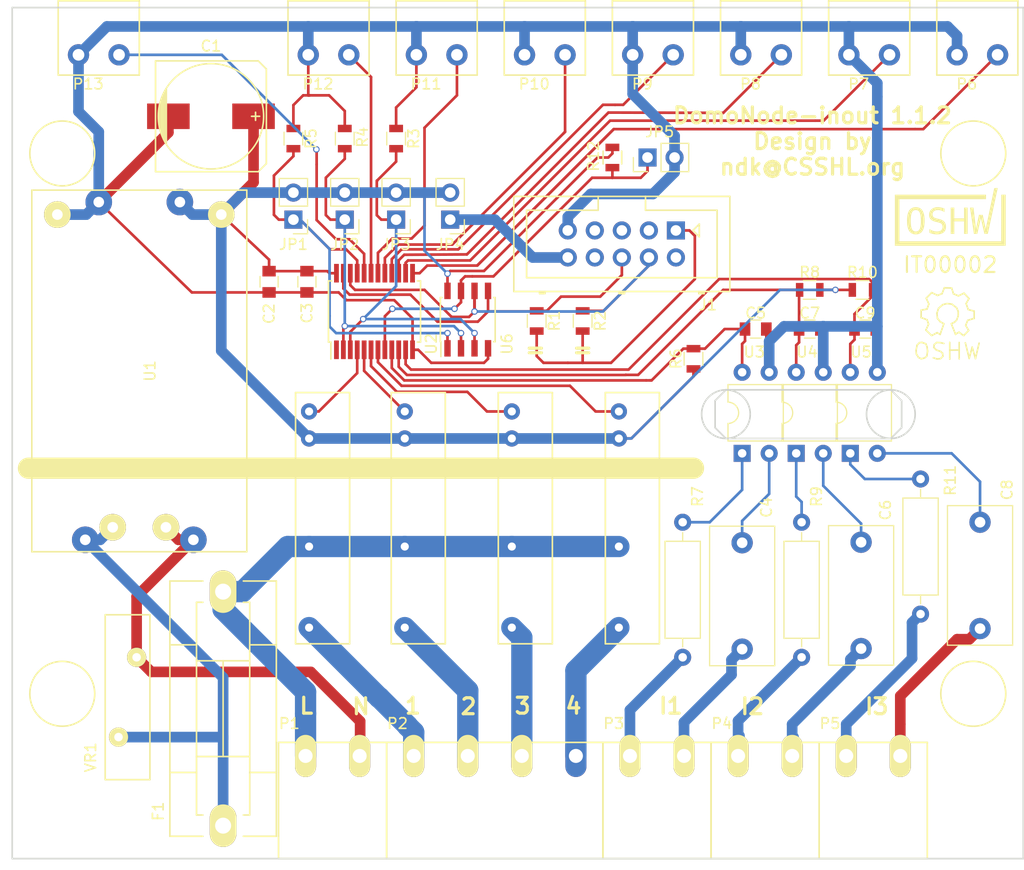
<source format=kicad_pcb>
(kicad_pcb (version 4) (host pcbnew 4.0.7-e2-6376~58~ubuntu16.04.1)

  (general
    (links 112)
    (no_connects 0)
    (area 70.765999 50.827 190.024572 139.608001)
    (thickness 1.6)
    (drawings 28)
    (tracks 439)
    (zones 0)
    (modules 55)
    (nets 45)
  )

  (page A4)
  (title_block
    (title DomoNode-InOut)
    (date 2018-06-28)
    (rev 1.1.3)
    (company CSSHL.org)
  )

  (layers
    (0 F.Cu signal)
    (31 B.Cu signal)
    (32 B.Adhes user)
    (33 F.Adhes user)
    (34 B.Paste user)
    (35 F.Paste user)
    (36 B.SilkS user)
    (37 F.SilkS user)
    (38 B.Mask user)
    (39 F.Mask user)
    (40 Dwgs.User user hide)
    (41 Cmts.User user hide)
    (42 Eco1.User user hide)
    (43 Eco2.User user hide)
    (44 Edge.Cuts user)
    (45 Margin user)
    (46 B.CrtYd user hide)
    (47 F.CrtYd user)
    (48 B.Fab user hide)
    (49 F.Fab user hide)
  )

  (setup
    (last_trace_width 0.25)
    (user_trace_width 0.508)
    (user_trace_width 1)
    (user_trace_width 2)
    (trace_clearance 0.2)
    (zone_clearance 0.508)
    (zone_45_only yes)
    (trace_min 0.1)
    (segment_width 0.2)
    (edge_width 0.15)
    (via_size 0.6)
    (via_drill 0.4)
    (via_min_size 0.5)
    (via_min_drill 0.3)
    (uvia_size 0.3)
    (uvia_drill 0.1)
    (uvias_allowed no)
    (uvia_min_size 0)
    (uvia_min_drill 0)
    (pcb_text_width 0.3)
    (pcb_text_size 1.5 1.5)
    (mod_edge_width 0.15)
    (mod_text_size 1 1)
    (mod_text_width 0.15)
    (pad_size 3 1.6)
    (pad_drill 0.8)
    (pad_to_mask_clearance 0.2)
    (aux_axis_origin 10.795 10.16)
    (visible_elements FFFEEF7F)
    (pcbplotparams
      (layerselection 0x010fc_80000001)
      (usegerberextensions true)
      (excludeedgelayer true)
      (linewidth 0.100000)
      (plotframeref false)
      (viasonmask false)
      (mode 1)
      (useauxorigin false)
      (hpglpennumber 1)
      (hpglpenspeed 20)
      (hpglpendiameter 15)
      (hpglpenoverlay 2)
      (psnegative false)
      (psa4output false)
      (plotreference true)
      (plotvalue true)
      (plotinvisibletext false)
      (padsonsilk false)
      (subtractmaskfromsilk false)
      (outputformat 1)
      (mirror false)
      (drillshape 0)
      (scaleselection 1)
      (outputdirectory ../../../../../tmp/Domonode-inout-1.1.3/))
  )

  (net 0 "")
  (net 1 +5V)
  (net 2 GND)
  (net 3 +3V3)
  (net 4 /SDA)
  (net 5 /SCL)
  (net 6 /RL1)
  (net 7 /RL3)
  (net 8 /RL2)
  (net 9 /RL4)
  (net 10 /L)
  (net 11 /N)
  (net 12 "Net-(F1-Pad1)")
  (net 13 /5VEXT)
  (net 14 /RL1P)
  (net 15 /RL2P)
  (net 16 /RL3P)
  (net 17 /RL4P)
  (net 18 "Net-(C4-Pad1)")
  (net 19 /IN1)
  (net 20 "Net-(C6-Pad1)")
  (net 21 /IN2)
  (net 22 "Net-(C8-Pad1)")
  (net 23 /IN3)
  (net 24 /I1L)
  (net 25 /I1N)
  (net 26 /I2L)
  (net 27 /I2N)
  (net 28 /I3L)
  (net 29 /I3N)
  (net 30 "Net-(R7-Pad1)")
  (net 31 "Net-(R9-Pad1)")
  (net 32 "Net-(R11-Pad1)")
  (net 33 /IO0)
  (net 34 /IO1)
  (net 35 /IO2)
  (net 36 /IO3)
  (net 37 /IO4)
  (net 38 /IO5)
  (net 39 /IO6)
  (net 40 /IO7)
  (net 41 /A0)
  (net 42 /A1)
  (net 43 /A2)
  (net 44 /WP)

  (net_class Default "This is the default net class."
    (clearance 0.2)
    (trace_width 0.25)
    (via_dia 0.6)
    (via_drill 0.4)
    (uvia_dia 0.3)
    (uvia_drill 0.1)
    (add_net +3V3)
    (add_net +5V)
    (add_net /5VEXT)
    (add_net /A0)
    (add_net /A1)
    (add_net /A2)
    (add_net /IN1)
    (add_net /IN2)
    (add_net /IN3)
    (add_net /IO0)
    (add_net /IO1)
    (add_net /IO2)
    (add_net /IO3)
    (add_net /IO4)
    (add_net /IO5)
    (add_net /IO6)
    (add_net /IO7)
    (add_net /RL1)
    (add_net /RL2)
    (add_net /RL3)
    (add_net /RL4)
    (add_net /SCL)
    (add_net /SDA)
    (add_net /WP)
    (add_net GND)
    (add_net "Net-(C4-Pad1)")
    (add_net "Net-(C6-Pad1)")
    (add_net "Net-(C8-Pad1)")
    (add_net "Net-(R11-Pad1)")
    (add_net "Net-(R7-Pad1)")
    (add_net "Net-(R9-Pad1)")
  )

  (net_class 220V ""
    (clearance 2.5)
    (trace_width 1)
    (via_dia 1.5)
    (via_drill 1)
    (uvia_dia 0.3)
    (uvia_drill 0.1)
    (add_net /I1L)
    (add_net /I1N)
    (add_net /I2L)
    (add_net /I2N)
    (add_net /I3L)
    (add_net /I3N)
    (add_net /N)
    (add_net "Net-(F1-Pad1)")
  )

  (net_class 220V2A ""
    (clearance 2.5)
    (trace_width 2)
    (via_dia 1.5)
    (via_drill 1)
    (uvia_dia 1)
    (uvia_drill 0.4)
    (add_net /L)
    (add_net /RL1P)
    (add_net /RL2P)
    (add_net /RL3P)
    (add_net /RL4P)
  )

  (module "AAA mie lib verificate:ACDC-HLK+ND" (layer F.Cu) (tedit 59F1B717) (tstamp 59917CE5)
    (at 97.79 90.17 90)
    (path /59898424)
    (fp_text reference U1 (at 0 1 90) (layer F.SilkS)
      (effects (font (size 1 1) (thickness 0.15)))
    )
    (fp_text value HLK-PM01 (at 0 -1 90) (layer F.Fab) hide
      (effects (font (size 1 1) (thickness 0.15)))
    )
    (fp_line (start -17 -10.1) (end -17 10.1) (layer F.SilkS) (width 0.15))
    (fp_line (start 17 -10.1) (end -17 -10.1) (layer F.SilkS) (width 0.15))
    (fp_line (start 17 -9.9) (end 17 -10.1) (layer F.SilkS) (width 0.15))
    (fp_line (start 17 10.1) (end 17 -9.9) (layer F.SilkS) (width 0.15))
    (fp_line (start -17 10.1) (end 17 10.1) (layer F.SilkS) (width 0.15))
    (pad 1 thru_hole circle (at -14.7 -2.5 90) (size 2.5 2.5) (drill 1) (layers *.Cu *.Mask F.SilkS)
      (net 12 "Net-(F1-Pad1)"))
    (pad 2 thru_hole circle (at -14.7 2.5 90) (size 2.5 2.5) (drill 1) (layers *.Cu *.Mask F.SilkS)
      (net 11 /N))
    (pad 3 thru_hole circle (at 14.7 -7.7 90) (size 2.5 2.5) (drill 1) (layers *.Cu *.Mask F.SilkS)
      (net 2 GND))
    (pad 4 thru_hole circle (at 14.7 7.7 90) (size 2.5 2.5) (drill 1) (layers *.Cu *.Mask F.SilkS)
      (net 1 +5V))
    (pad 1 thru_hole circle (at -15.875 -5.08 90) (size 2.5 2.5) (drill 1) (layers *.Cu *.Mask)
      (net 12 "Net-(F1-Pad1)"))
    (pad 2 thru_hole circle (at -15.875 5.08 90) (size 2.5 2.5) (drill 1) (layers *.Cu *.Mask)
      (net 11 /N))
    (pad 3 thru_hole circle (at 15.875 -3.81 90) (size 2.5 2.5) (drill 1) (layers *.Cu *.Mask)
      (net 2 GND))
    (pad 4 thru_hole circle (at 15.875 3.81 90) (size 2.5 2.5) (drill 1) (layers *.Cu *.Mask)
      (net 1 +5V))
  )

  (module Connectors_Multicomp:Multicomp_MC9A12-1034_2x05x2.54mm_Straight (layer F.Cu) (tedit 59F1B67A) (tstamp 598F2916)
    (at 148.209 76.962 180)
    (descr http://www.farnell.com/datasheets/1520732.pdf)
    (tags "connector multicomp MC9A MC9A12")
    (path /598D80AA)
    (fp_text reference J1 (at -3 -7 180) (layer F.SilkS)
      (effects (font (size 1 1) (thickness 0.15)))
    )
    (fp_text value CONN_2x5 (at 5.08 5 180) (layer F.Fab) hide
      (effects (font (size 1 1) (thickness 0.15)))
    )
    (fp_line (start -5.07 3.2) (end -5.07 -5.74) (layer F.SilkS) (width 0.15))
    (fp_line (start -5.07 -5.74) (end 15.23 -5.74) (layer F.SilkS) (width 0.15))
    (fp_line (start 15.23 -5.74) (end 15.23 3.2) (layer F.SilkS) (width 0.15))
    (fp_line (start 15.23 3.2) (end -5.07 3.2) (layer F.SilkS) (width 0.15))
    (fp_line (start 2.855 3.2) (end 2.855 1.9) (layer F.SilkS) (width 0.15))
    (fp_line (start 2.855 1.9) (end -3.87 1.9) (layer F.SilkS) (width 0.15))
    (fp_line (start -3.87 1.9) (end -3.87 -4.44) (layer F.SilkS) (width 0.15))
    (fp_line (start -3.87 -4.44) (end 14.03 -4.44) (layer F.SilkS) (width 0.15))
    (fp_line (start 14.03 -4.44) (end 14.03 1.9) (layer F.SilkS) (width 0.15))
    (fp_line (start 14.03 1.9) (end 7.305 1.9) (layer F.SilkS) (width 0.15))
    (fp_line (start 7.305 1.9) (end 7.305 3.2) (layer F.SilkS) (width 0.15))
    (fp_line (start 4.83 -5.74) (end 4.83 -5.94) (layer F.SilkS) (width 0.15))
    (fp_line (start 4.83 -5.94) (end 5.33 -5.94) (layer F.SilkS) (width 0.15))
    (fp_line (start 5.33 -5.94) (end 5.33 -5.74) (layer F.SilkS) (width 0.15))
    (fp_line (start 4.83 -5.84) (end 5.33 -5.84) (layer F.SilkS) (width 0.15))
    (fp_line (start 12.31 -5.74) (end 12.31 -5.94) (layer F.SilkS) (width 0.15))
    (fp_line (start 12.31 -5.94) (end 12.81 -5.94) (layer F.SilkS) (width 0.15))
    (fp_line (start 12.81 -5.94) (end 12.81 -5.74) (layer F.SilkS) (width 0.15))
    (fp_line (start 12.31 -5.84) (end 12.81 -5.84) (layer F.SilkS) (width 0.15))
    (fp_line (start -2.65 -5.74) (end -2.65 -5.94) (layer F.SilkS) (width 0.15))
    (fp_line (start -2.65 -5.94) (end -2.15 -5.94) (layer F.SilkS) (width 0.15))
    (fp_line (start -2.15 -5.94) (end -2.15 -5.74) (layer F.SilkS) (width 0.15))
    (fp_line (start -2.65 -5.84) (end -2.15 -5.84) (layer F.SilkS) (width 0.15))
    (fp_line (start -2.2 0.6) (end -2.2 -0.6) (layer F.SilkS) (width 0.15))
    (fp_line (start -2.2 -0.6) (end -1.6 0) (layer F.SilkS) (width 0.15))
    (fp_line (start -1.6 0) (end -2.2 0.6) (layer F.SilkS) (width 0.15))
    (fp_line (start -5.55 3.7) (end -5.55 -6.25) (layer F.CrtYd) (width 0.05))
    (fp_line (start -5.55 -6.25) (end 15.75 -6.25) (layer F.CrtYd) (width 0.05))
    (fp_line (start 15.75 -6.25) (end 15.75 3.7) (layer F.CrtYd) (width 0.05))
    (fp_line (start 15.75 3.7) (end -5.55 3.7) (layer F.CrtYd) (width 0.05))
    (pad 1 thru_hole rect (at 0 0 180) (size 1.7 1.7) (drill 1) (layers *.Cu *.Mask)
      (net 3 +3V3))
    (pad 2 thru_hole circle (at 0 -2.54 180) (size 1.7 1.7) (drill 1) (layers *.Cu *.Mask))
    (pad 3 thru_hole circle (at 2.54 0 180) (size 1.7 1.7) (drill 1) (layers *.Cu *.Mask))
    (pad 4 thru_hole circle (at 2.54 -2.54 180) (size 1.7 1.7) (drill 1) (layers *.Cu *.Mask)
      (net 5 /SCL))
    (pad 5 thru_hole circle (at 5.08 0 180) (size 1.7 1.7) (drill 1) (layers *.Cu *.Mask))
    (pad 6 thru_hole circle (at 5.08 -2.54 180) (size 1.7 1.7) (drill 1) (layers *.Cu *.Mask)
      (net 4 /SDA))
    (pad 7 thru_hole circle (at 7.62 0 180) (size 1.7 1.7) (drill 1) (layers *.Cu *.Mask))
    (pad 8 thru_hole circle (at 7.62 -2.54 180) (size 1.7 1.7) (drill 1) (layers *.Cu *.Mask))
    (pad 9 thru_hole circle (at 10.16 0 180) (size 1.7 1.7) (drill 1) (layers *.Cu *.Mask)
      (net 2 GND))
    (pad 10 thru_hole circle (at 10.16 -2.54 180) (size 1.7 1.7) (drill 1) (layers *.Cu *.Mask)
      (net 13 /5VEXT))
    (model unused_3d.3dshapes/Pin_Array.pins_array_5x2.wrl
      (at (xyz 0.2 0.05 0))
      (scale (xyz 1 1 1))
      (rotate (xyz 0 0 0))
    )
  )

  (module Fuse_Holders_and_Fuses:Fuseholder5x20_horiz_SemiClosed_Casing10x25mm (layer F.Cu) (tedit 59F1B453) (tstamp 59917C7D)
    (at 105.664 121.92 90)
    (descr "Fuseholder, 5x20, Semi closed, horizontal, Casing 10x25mm,")
    (tags "Fuseholder, 5x20, Semi closed, horizontal, Casing 10x25mm, Sicherungshalter, halbgeschlossen,")
    (path /59898696)
    (fp_text reference F1 (at -9.652 -6.096 90) (layer F.SilkS)
      (effects (font (size 1 1) (thickness 0.15)))
    )
    (fp_text value FUSE (at 0 6.35 90) (layer F.Fab) hide
      (effects (font (size 1 1) (thickness 0.15)))
    )
    (fp_line (start -5.99948 -2.49936) (end -5.99948 -5.00126) (layer F.SilkS) (width 0.15))
    (fp_line (start -5.99948 5.00126) (end -5.99948 2.49936) (layer F.SilkS) (width 0.15))
    (fp_line (start 5.99948 5.00126) (end 5.99948 2.49936) (layer F.SilkS) (width 0.15))
    (fp_line (start 5.99948 -5.00126) (end 5.99948 -2.49936) (layer F.SilkS) (width 0.15))
    (fp_line (start -4.50088 0) (end 4.50088 0) (layer F.SilkS) (width 0.15))
    (fp_line (start -4.50088 -2.49936) (end -4.50088 2.49936) (layer F.SilkS) (width 0.15))
    (fp_line (start 4.50088 -2.49936) (end 4.50088 2.49936) (layer F.SilkS) (width 0.15))
    (fp_line (start 9.99998 -1.89992) (end 9.99998 -2.49936) (layer F.SilkS) (width 0.15))
    (fp_line (start -9.99998 1.89992) (end -9.99998 2.49936) (layer F.SilkS) (width 0.15))
    (fp_line (start -9.99998 2.49936) (end 9.99998 2.49936) (layer F.SilkS) (width 0.15))
    (fp_line (start 9.99998 2.49936) (end 9.99998 1.89992) (layer F.SilkS) (width 0.15))
    (fp_line (start 9.99998 -2.49936) (end -9.99998 -2.49936) (layer F.SilkS) (width 0.15))
    (fp_line (start -9.99998 -2.49936) (end -9.99998 -1.89992) (layer F.SilkS) (width 0.15))
    (fp_line (start 11.99896 -1.89992) (end 11.99896 -5.00126) (layer F.SilkS) (width 0.15))
    (fp_line (start -11.99896 1.89992) (end -11.99896 5.00126) (layer F.SilkS) (width 0.15))
    (fp_line (start -11.99896 5.00126) (end 11.99896 5.00126) (layer F.SilkS) (width 0.15))
    (fp_line (start 11.99896 5.00126) (end 11.99896 1.89992) (layer F.SilkS) (width 0.15))
    (fp_line (start 11.99896 -5.00126) (end -11.99896 -5.00126) (layer F.SilkS) (width 0.15))
    (fp_line (start -11.99896 -5.00126) (end -11.99896 -1.89992) (layer F.SilkS) (width 0.15))
    (pad 2 thru_hole oval (at 11.00074 0) (size 2.49936 4.0005) (drill 1.50114) (layers *.Cu *.Mask F.SilkS)
      (net 10 /L))
    (pad 1 thru_hole oval (at -11.00074 0) (size 2.49936 4.0005) (drill 1.50114) (layers *.Cu *.Mask F.SilkS)
      (net 12 "Net-(F1-Pad1)"))
  )

  (module Varistors:RV_Disc_D15.5_W4.2_P7.5 (layer F.Cu) (tedit 59F1B45A) (tstamp 59917D12)
    (at 97.536 117.094 270)
    (tags "varistor SIOV")
    (path /598985E5)
    (fp_text reference VR1 (at 9.398 4.318 270) (layer F.SilkS)
      (effects (font (size 1 1) (thickness 0.15)))
    )
    (fp_text value VR (at 3.75 -2.25 270) (layer F.Fab) hide
      (effects (font (size 1 1) (thickness 0.15)))
    )
    (fp_line (start -4.25 3.2) (end 11.75 3.2) (layer F.CrtYd) (width 0.05))
    (fp_line (start -4.25 -1.5) (end 11.75 -1.5) (layer F.CrtYd) (width 0.05))
    (fp_line (start 11.75 -1.5) (end 11.75 3.2) (layer F.CrtYd) (width 0.05))
    (fp_line (start -4.25 -1.5) (end -4.25 3.2) (layer F.CrtYd) (width 0.05))
    (fp_line (start -4 2.95) (end 11.5 2.95) (layer F.SilkS) (width 0.15))
    (fp_line (start -4 -1.25) (end 11.5 -1.25) (layer F.SilkS) (width 0.15))
    (fp_line (start 11.5 -1.25) (end 11.5 2.95) (layer F.SilkS) (width 0.15))
    (fp_line (start -4 -1.25) (end -4 2.95) (layer F.SilkS) (width 0.15))
    (pad 1 thru_hole circle (at 0 0 270) (size 1.8 1.8) (drill 0.8) (layers *.Cu *.Mask F.SilkS)
      (net 11 /N))
    (pad 2 thru_hole circle (at 7.5 1.7 270) (size 1.8 1.8) (drill 0.8) (layers *.Cu *.Mask F.SilkS)
      (net 12 "Net-(F1-Pad1)"))
  )

  (module Capacitors_SMD:c_elec_10x10 (layer F.Cu) (tedit 59F1B70A) (tstamp 59917C3F)
    (at 104.521 66.2305)
    (descr "SMT capacitor, aluminium electrolytic, 10x10")
    (path /59898A34)
    (attr smd)
    (fp_text reference C1 (at 0 -6.604) (layer F.SilkS)
      (effects (font (size 1 1) (thickness 0.15)))
    )
    (fp_text value C (at 0 6.35) (layer F.Fab) hide
      (effects (font (size 1 1) (thickness 0.15)))
    )
    (fp_line (start -6.35 -5.6) (end 6.35 -5.6) (layer F.CrtYd) (width 0.05))
    (fp_line (start 6.35 -5.6) (end 6.35 5.6) (layer F.CrtYd) (width 0.05))
    (fp_line (start 6.35 5.6) (end -6.35 5.6) (layer F.CrtYd) (width 0.05))
    (fp_line (start -6.35 5.6) (end -6.35 -5.6) (layer F.CrtYd) (width 0.05))
    (fp_line (start -4.826 1.016) (end -4.826 -1.016) (layer F.SilkS) (width 0.15))
    (fp_line (start -4.699 -1.397) (end -4.699 1.524) (layer F.SilkS) (width 0.15))
    (fp_line (start -4.572 1.778) (end -4.572 -1.778) (layer F.SilkS) (width 0.15))
    (fp_line (start -4.445 -2.159) (end -4.445 2.159) (layer F.SilkS) (width 0.15))
    (fp_line (start -4.318 2.413) (end -4.318 -2.413) (layer F.SilkS) (width 0.15))
    (fp_line (start -4.191 -2.54) (end -4.191 2.54) (layer F.SilkS) (width 0.15))
    (fp_line (start -5.207 -5.207) (end -5.207 5.207) (layer F.SilkS) (width 0.15))
    (fp_line (start -5.207 5.207) (end 4.445 5.207) (layer F.SilkS) (width 0.15))
    (fp_line (start 4.445 5.207) (end 5.207 4.445) (layer F.SilkS) (width 0.15))
    (fp_line (start 5.207 4.445) (end 5.207 -4.445) (layer F.SilkS) (width 0.15))
    (fp_line (start 5.207 -4.445) (end 4.445 -5.207) (layer F.SilkS) (width 0.15))
    (fp_line (start 4.445 -5.207) (end -5.207 -5.207) (layer F.SilkS) (width 0.15))
    (fp_line (start 4.572 0) (end 3.81 0) (layer F.SilkS) (width 0.15))
    (fp_line (start 4.191 -0.381) (end 4.191 0.381) (layer F.SilkS) (width 0.15))
    (fp_circle (center 0 0) (end 4.953 0) (layer F.SilkS) (width 0.15))
    (pad 1 smd rect (at 4.0005 0) (size 4.0005 2.4003) (layers F.Cu F.Paste F.Mask)
      (net 1 +5V))
    (pad 2 smd rect (at -4.0005 0) (size 4.0005 2.4003) (layers F.Cu F.Paste F.Mask)
      (net 2 GND))
    (model Capacitors_SMD.3dshapes/c_elec_10x10.wrl
      (at (xyz 0 0 0))
      (scale (xyz 1 1 1))
      (rotate (xyz 0 0 0))
    )
  )

  (module Capacitors_SMD:C_0805 (layer F.Cu) (tedit 5A271219) (tstamp 59CE759C)
    (at 109.982 81.788 270)
    (descr "Capacitor SMD 0805, reflow soldering, AVX (see smccp.pdf)")
    (tags "capacitor 0805")
    (path /59898AD1)
    (attr smd)
    (fp_text reference C2 (at 2.9972 0 270) (layer F.SilkS)
      (effects (font (size 1 1) (thickness 0.15)))
    )
    (fp_text value C (at 0 -1.778 270) (layer F.Fab) hide
      (effects (font (size 1 1) (thickness 0.15)))
    )
    (fp_text user %R (at 0 -1.5 270) (layer F.Fab)
      (effects (font (size 1 1) (thickness 0.15)))
    )
    (fp_line (start -1 0.62) (end -1 -0.62) (layer F.Fab) (width 0.1))
    (fp_line (start 1 0.62) (end -1 0.62) (layer F.Fab) (width 0.1))
    (fp_line (start 1 -0.62) (end 1 0.62) (layer F.Fab) (width 0.1))
    (fp_line (start -1 -0.62) (end 1 -0.62) (layer F.Fab) (width 0.1))
    (fp_line (start 0.5 -0.85) (end -0.5 -0.85) (layer F.SilkS) (width 0.12))
    (fp_line (start -0.5 0.85) (end 0.5 0.85) (layer F.SilkS) (width 0.12))
    (fp_line (start -1.75 -0.88) (end 1.75 -0.88) (layer F.CrtYd) (width 0.05))
    (fp_line (start -1.75 -0.88) (end -1.75 0.87) (layer F.CrtYd) (width 0.05))
    (fp_line (start 1.75 0.87) (end 1.75 -0.88) (layer F.CrtYd) (width 0.05))
    (fp_line (start 1.75 0.87) (end -1.75 0.87) (layer F.CrtYd) (width 0.05))
    (pad 1 smd rect (at -1 0 270) (size 1 1.25) (layers F.Cu F.Paste F.Mask)
      (net 1 +5V))
    (pad 2 smd rect (at 1 0 270) (size 1 1.25) (layers F.Cu F.Paste F.Mask)
      (net 2 GND))
    (model Capacitors_SMD.3dshapes/C_0805.wrl
      (at (xyz 0 0 0))
      (scale (xyz 1 1 1))
      (rotate (xyz 0 0 0))
    )
  )

  (module Capacitors_SMD:C_0805 (layer F.Cu) (tedit 5A271226) (tstamp 59CE75AC)
    (at 113.538 81.788 270)
    (descr "Capacitor SMD 0805, reflow soldering, AVX (see smccp.pdf)")
    (tags "capacitor 0805")
    (path /5989991F)
    (attr smd)
    (fp_text reference C3 (at 2.9464 0 270) (layer F.SilkS)
      (effects (font (size 1 1) (thickness 0.15)))
    )
    (fp_text value C (at 0 1.75 270) (layer F.Fab) hide
      (effects (font (size 1 1) (thickness 0.15)))
    )
    (fp_text user %R (at 0 -1.5 270) (layer F.Fab)
      (effects (font (size 1 1) (thickness 0.15)))
    )
    (fp_line (start -1 0.62) (end -1 -0.62) (layer F.Fab) (width 0.1))
    (fp_line (start 1 0.62) (end -1 0.62) (layer F.Fab) (width 0.1))
    (fp_line (start 1 -0.62) (end 1 0.62) (layer F.Fab) (width 0.1))
    (fp_line (start -1 -0.62) (end 1 -0.62) (layer F.Fab) (width 0.1))
    (fp_line (start 0.5 -0.85) (end -0.5 -0.85) (layer F.SilkS) (width 0.12))
    (fp_line (start -0.5 0.85) (end 0.5 0.85) (layer F.SilkS) (width 0.12))
    (fp_line (start -1.75 -0.88) (end 1.75 -0.88) (layer F.CrtYd) (width 0.05))
    (fp_line (start -1.75 -0.88) (end -1.75 0.87) (layer F.CrtYd) (width 0.05))
    (fp_line (start 1.75 0.87) (end 1.75 -0.88) (layer F.CrtYd) (width 0.05))
    (fp_line (start 1.75 0.87) (end -1.75 0.87) (layer F.CrtYd) (width 0.05))
    (pad 1 smd rect (at -1 0 270) (size 1 1.25) (layers F.Cu F.Paste F.Mask)
      (net 1 +5V))
    (pad 2 smd rect (at 1 0 270) (size 1 1.25) (layers F.Cu F.Paste F.Mask)
      (net 2 GND))
    (model Capacitors_SMD.3dshapes/C_0805.wrl
      (at (xyz 0 0 0))
      (scale (xyz 1 1 1))
      (rotate (xyz 0 0 0))
    )
  )

  (module Resistors_SMD:R_0805 (layer F.Cu) (tedit 59FDB312) (tstamp 59CEB935)
    (at 135.128 85.471 90)
    (descr "Resistor SMD 0805, reflow soldering, Vishay (see dcrcw.pdf)")
    (tags "resistor 0805")
    (path /5989A242)
    (attr smd)
    (fp_text reference R1 (at 0 1.651 90) (layer F.SilkS)
      (effects (font (size 1 1) (thickness 0.15)))
    )
    (fp_text value 10k (at 0 1.75 90) (layer F.Fab) hide
      (effects (font (size 1 1) (thickness 0.15)))
    )
    (fp_text user %R (at 0 0 90) (layer F.Fab)
      (effects (font (size 0.5 0.5) (thickness 0.075)))
    )
    (fp_line (start -1 0.62) (end -1 -0.62) (layer F.Fab) (width 0.1))
    (fp_line (start 1 0.62) (end -1 0.62) (layer F.Fab) (width 0.1))
    (fp_line (start 1 -0.62) (end 1 0.62) (layer F.Fab) (width 0.1))
    (fp_line (start -1 -0.62) (end 1 -0.62) (layer F.Fab) (width 0.1))
    (fp_line (start 0.6 0.88) (end -0.6 0.88) (layer F.SilkS) (width 0.12))
    (fp_line (start -0.6 -0.88) (end 0.6 -0.88) (layer F.SilkS) (width 0.12))
    (fp_line (start -1.55 -0.9) (end 1.55 -0.9) (layer F.CrtYd) (width 0.05))
    (fp_line (start -1.55 -0.9) (end -1.55 0.9) (layer F.CrtYd) (width 0.05))
    (fp_line (start 1.55 0.9) (end 1.55 -0.9) (layer F.CrtYd) (width 0.05))
    (fp_line (start 1.55 0.9) (end -1.55 0.9) (layer F.CrtYd) (width 0.05))
    (pad 1 smd rect (at -0.95 0 90) (size 0.7 1.3) (layers F.Cu F.Paste F.Mask)
      (net 3 +3V3))
    (pad 2 smd rect (at 0.95 0 90) (size 0.7 1.3) (layers F.Cu F.Paste F.Mask)
      (net 4 /SDA))
    (model ${KISYS3DMOD}/Resistors_SMD.3dshapes/R_0805.wrl
      (at (xyz 0 0 0))
      (scale (xyz 1 1 1))
      (rotate (xyz 0 0 0))
    )
  )

  (module Resistors_SMD:R_0805 (layer F.Cu) (tedit 59FDB31C) (tstamp 59CEB93A)
    (at 139.446 85.471 90)
    (descr "Resistor SMD 0805, reflow soldering, Vishay (see dcrcw.pdf)")
    (tags "resistor 0805")
    (path /59898E92)
    (attr smd)
    (fp_text reference R2 (at 0 1.651 90) (layer F.SilkS)
      (effects (font (size 1 1) (thickness 0.15)))
    )
    (fp_text value 10k (at 0 1.75 90) (layer F.Fab) hide
      (effects (font (size 1 1) (thickness 0.15)))
    )
    (fp_text user %R (at 0 0 90) (layer F.Fab)
      (effects (font (size 0.5 0.5) (thickness 0.075)))
    )
    (fp_line (start -1 0.62) (end -1 -0.62) (layer F.Fab) (width 0.1))
    (fp_line (start 1 0.62) (end -1 0.62) (layer F.Fab) (width 0.1))
    (fp_line (start 1 -0.62) (end 1 0.62) (layer F.Fab) (width 0.1))
    (fp_line (start -1 -0.62) (end 1 -0.62) (layer F.Fab) (width 0.1))
    (fp_line (start 0.6 0.88) (end -0.6 0.88) (layer F.SilkS) (width 0.12))
    (fp_line (start -0.6 -0.88) (end 0.6 -0.88) (layer F.SilkS) (width 0.12))
    (fp_line (start -1.55 -0.9) (end 1.55 -0.9) (layer F.CrtYd) (width 0.05))
    (fp_line (start -1.55 -0.9) (end -1.55 0.9) (layer F.CrtYd) (width 0.05))
    (fp_line (start 1.55 0.9) (end 1.55 -0.9) (layer F.CrtYd) (width 0.05))
    (fp_line (start 1.55 0.9) (end -1.55 0.9) (layer F.CrtYd) (width 0.05))
    (pad 1 smd rect (at -0.95 0 90) (size 0.7 1.3) (layers F.Cu F.Paste F.Mask)
      (net 3 +3V3))
    (pad 2 smd rect (at 0.95 0 90) (size 0.7 1.3) (layers F.Cu F.Paste F.Mask)
      (net 5 /SCL))
    (model ${KISYS3DMOD}/Resistors_SMD.3dshapes/R_0805.wrl
      (at (xyz 0 0 0))
      (scale (xyz 1 1 1))
      (rotate (xyz 0 0 0))
    )
  )

  (module Resistors_SMD:R_0805 (layer F.Cu) (tedit 5A44B1AC) (tstamp 59CEB93F)
    (at 121.92 68.326 90)
    (descr "Resistor SMD 0805, reflow soldering, Vishay (see dcrcw.pdf)")
    (tags "resistor 0805")
    (path /59E7D25C)
    (attr smd)
    (fp_text reference R3 (at 0 1.651 90) (layer F.SilkS)
      (effects (font (size 1 1) (thickness 0.15)))
    )
    (fp_text value 10k (at 0 1.75 90) (layer F.Fab) hide
      (effects (font (size 1 1) (thickness 0.15)))
    )
    (fp_text user %R (at 0 0 90) (layer F.Fab)
      (effects (font (size 0.5 0.5) (thickness 0.075)))
    )
    (fp_line (start -1 0.62) (end -1 -0.62) (layer F.Fab) (width 0.1))
    (fp_line (start 1 0.62) (end -1 0.62) (layer F.Fab) (width 0.1))
    (fp_line (start 1 -0.62) (end 1 0.62) (layer F.Fab) (width 0.1))
    (fp_line (start -1 -0.62) (end 1 -0.62) (layer F.Fab) (width 0.1))
    (fp_line (start 0.6 0.88) (end -0.6 0.88) (layer F.SilkS) (width 0.12))
    (fp_line (start -0.6 -0.88) (end 0.6 -0.88) (layer F.SilkS) (width 0.12))
    (fp_line (start -1.55 -0.9) (end 1.55 -0.9) (layer F.CrtYd) (width 0.05))
    (fp_line (start -1.55 -0.9) (end -1.55 0.9) (layer F.CrtYd) (width 0.05))
    (fp_line (start 1.55 0.9) (end 1.55 -0.9) (layer F.CrtYd) (width 0.05))
    (fp_line (start 1.55 0.9) (end -1.55 0.9) (layer F.CrtYd) (width 0.05))
    (pad 1 smd rect (at -0.95 0 90) (size 0.7 1.3) (layers F.Cu F.Paste F.Mask)
      (net 43 /A2))
    (pad 2 smd rect (at 0.95 0 90) (size 0.7 1.3) (layers F.Cu F.Paste F.Mask)
      (net 2 GND))
    (model ${KISYS3DMOD}/Resistors_SMD.3dshapes/R_0805.wrl
      (at (xyz 0 0 0))
      (scale (xyz 1 1 1))
      (rotate (xyz 0 0 0))
    )
  )

  (module Resistors_SMD:R_0805 (layer F.Cu) (tedit 5A44B1B4) (tstamp 59CEB944)
    (at 117.094 68.326 90)
    (descr "Resistor SMD 0805, reflow soldering, Vishay (see dcrcw.pdf)")
    (tags "resistor 0805")
    (path /59E7D33C)
    (attr smd)
    (fp_text reference R4 (at 0.127 1.651 90) (layer F.SilkS)
      (effects (font (size 1 1) (thickness 0.15)))
    )
    (fp_text value 10k (at 0 1.75 90) (layer F.Fab) hide
      (effects (font (size 1 1) (thickness 0.15)))
    )
    (fp_text user %R (at 0 0 90) (layer F.Fab)
      (effects (font (size 0.5 0.5) (thickness 0.075)))
    )
    (fp_line (start -1 0.62) (end -1 -0.62) (layer F.Fab) (width 0.1))
    (fp_line (start 1 0.62) (end -1 0.62) (layer F.Fab) (width 0.1))
    (fp_line (start 1 -0.62) (end 1 0.62) (layer F.Fab) (width 0.1))
    (fp_line (start -1 -0.62) (end 1 -0.62) (layer F.Fab) (width 0.1))
    (fp_line (start 0.6 0.88) (end -0.6 0.88) (layer F.SilkS) (width 0.12))
    (fp_line (start -0.6 -0.88) (end 0.6 -0.88) (layer F.SilkS) (width 0.12))
    (fp_line (start -1.55 -0.9) (end 1.55 -0.9) (layer F.CrtYd) (width 0.05))
    (fp_line (start -1.55 -0.9) (end -1.55 0.9) (layer F.CrtYd) (width 0.05))
    (fp_line (start 1.55 0.9) (end 1.55 -0.9) (layer F.CrtYd) (width 0.05))
    (fp_line (start 1.55 0.9) (end -1.55 0.9) (layer F.CrtYd) (width 0.05))
    (pad 1 smd rect (at -0.95 0 90) (size 0.7 1.3) (layers F.Cu F.Paste F.Mask)
      (net 42 /A1))
    (pad 2 smd rect (at 0.95 0 90) (size 0.7 1.3) (layers F.Cu F.Paste F.Mask)
      (net 2 GND))
    (model ${KISYS3DMOD}/Resistors_SMD.3dshapes/R_0805.wrl
      (at (xyz 0 0 0))
      (scale (xyz 1 1 1))
      (rotate (xyz 0 0 0))
    )
  )

  (module Resistors_SMD:R_0805 (layer F.Cu) (tedit 5A44B1B9) (tstamp 59CEB949)
    (at 112.268 68.326 90)
    (descr "Resistor SMD 0805, reflow soldering, Vishay (see dcrcw.pdf)")
    (tags "resistor 0805")
    (path /59E7D39B)
    (attr smd)
    (fp_text reference R5 (at 0 1.651 90) (layer F.SilkS)
      (effects (font (size 1 1) (thickness 0.15)))
    )
    (fp_text value 10k (at 0 1.75 90) (layer F.Fab) hide
      (effects (font (size 1 1) (thickness 0.15)))
    )
    (fp_text user %R (at 0 0 90) (layer F.Fab)
      (effects (font (size 0.5 0.5) (thickness 0.075)))
    )
    (fp_line (start -1 0.62) (end -1 -0.62) (layer F.Fab) (width 0.1))
    (fp_line (start 1 0.62) (end -1 0.62) (layer F.Fab) (width 0.1))
    (fp_line (start 1 -0.62) (end 1 0.62) (layer F.Fab) (width 0.1))
    (fp_line (start -1 -0.62) (end 1 -0.62) (layer F.Fab) (width 0.1))
    (fp_line (start 0.6 0.88) (end -0.6 0.88) (layer F.SilkS) (width 0.12))
    (fp_line (start -0.6 -0.88) (end 0.6 -0.88) (layer F.SilkS) (width 0.12))
    (fp_line (start -1.55 -0.9) (end 1.55 -0.9) (layer F.CrtYd) (width 0.05))
    (fp_line (start -1.55 -0.9) (end -1.55 0.9) (layer F.CrtYd) (width 0.05))
    (fp_line (start 1.55 0.9) (end 1.55 -0.9) (layer F.CrtYd) (width 0.05))
    (fp_line (start 1.55 0.9) (end -1.55 0.9) (layer F.CrtYd) (width 0.05))
    (pad 1 smd rect (at -0.95 0 90) (size 0.7 1.3) (layers F.Cu F.Paste F.Mask)
      (net 41 /A0))
    (pad 2 smd rect (at 0.95 0 90) (size 0.7 1.3) (layers F.Cu F.Paste F.Mask)
      (net 2 GND))
    (model ${KISYS3DMOD}/Resistors_SMD.3dshapes/R_0805.wrl
      (at (xyz 0 0 0))
      (scale (xyz 1 1 1))
      (rotate (xyz 0 0 0))
    )
  )

  (module Housings_SSOP:SSOP-24_5.3x8.2mm_Pitch0.65mm (layer F.Cu) (tedit 59F1B6BA) (tstamp 59ECEEAA)
    (at 119.888 84.582 90)
    (descr "24-Lead Plastic Shrink Small Outline (SS)-5.30 mm Body [SSOP] (see Microchip Packaging Specification 00000049BS.pdf)")
    (tags "SSOP 0.65")
    (path /59ECC096)
    (attr smd)
    (fp_text reference U2 (at -3.048 5.334 90) (layer F.SilkS)
      (effects (font (size 1 1) (thickness 0.15)))
    )
    (fp_text value PCA9555 (at 0 5.25 90) (layer F.Fab) hide
      (effects (font (size 1 1) (thickness 0.15)))
    )
    (fp_line (start -1.65 -4.1) (end 2.65 -4.1) (layer F.Fab) (width 0.15))
    (fp_line (start 2.65 -4.1) (end 2.65 4.1) (layer F.Fab) (width 0.15))
    (fp_line (start 2.65 4.1) (end -2.65 4.1) (layer F.Fab) (width 0.15))
    (fp_line (start -2.65 4.1) (end -2.65 -3.1) (layer F.Fab) (width 0.15))
    (fp_line (start -2.65 -3.1) (end -1.65 -4.1) (layer F.Fab) (width 0.15))
    (fp_line (start -4.75 -4.5) (end -4.75 4.5) (layer F.CrtYd) (width 0.05))
    (fp_line (start 4.75 -4.5) (end 4.75 4.5) (layer F.CrtYd) (width 0.05))
    (fp_line (start -4.75 -4.5) (end 4.75 -4.5) (layer F.CrtYd) (width 0.05))
    (fp_line (start -4.75 4.5) (end 4.75 4.5) (layer F.CrtYd) (width 0.05))
    (fp_line (start -2.875 -4.325) (end -2.875 -4.1) (layer F.SilkS) (width 0.15))
    (fp_line (start 2.875 -4.325) (end 2.875 -4.025) (layer F.SilkS) (width 0.15))
    (fp_line (start 2.875 4.325) (end 2.875 4.025) (layer F.SilkS) (width 0.15))
    (fp_line (start -2.875 4.325) (end -2.875 4.025) (layer F.SilkS) (width 0.15))
    (fp_line (start -2.875 -4.325) (end 2.875 -4.325) (layer F.SilkS) (width 0.15))
    (fp_line (start -2.875 4.325) (end 2.875 4.325) (layer F.SilkS) (width 0.15))
    (fp_line (start -2.875 -4.1) (end -4.475 -4.1) (layer F.SilkS) (width 0.15))
    (fp_text user %R (at 0 0 90) (layer F.Fab)
      (effects (font (size 0.8 0.8) (thickness 0.15)))
    )
    (pad 1 smd rect (at -3.6 -3.575 90) (size 1.75 0.45) (layers F.Cu F.Paste F.Mask))
    (pad 2 smd rect (at -3.6 -2.925 90) (size 1.75 0.45) (layers F.Cu F.Paste F.Mask)
      (net 42 /A1))
    (pad 3 smd rect (at -3.6 -2.275 90) (size 1.75 0.45) (layers F.Cu F.Paste F.Mask)
      (net 43 /A2))
    (pad 4 smd rect (at -3.6 -1.625 90) (size 1.75 0.45) (layers F.Cu F.Paste F.Mask)
      (net 6 /RL1))
    (pad 5 smd rect (at -3.6 -0.975 90) (size 1.75 0.45) (layers F.Cu F.Paste F.Mask)
      (net 8 /RL2))
    (pad 6 smd rect (at -3.6 -0.325 90) (size 1.75 0.45) (layers F.Cu F.Paste F.Mask)
      (net 7 /RL3))
    (pad 7 smd rect (at -3.6 0.325 90) (size 1.75 0.45) (layers F.Cu F.Paste F.Mask)
      (net 9 /RL4))
    (pad 8 smd rect (at -3.6 0.975 90) (size 1.75 0.45) (layers F.Cu F.Paste F.Mask)
      (net 44 /WP))
    (pad 9 smd rect (at -3.6 1.625 90) (size 1.75 0.45) (layers F.Cu F.Paste F.Mask)
      (net 19 /IN1))
    (pad 10 smd rect (at -3.6 2.275 90) (size 1.75 0.45) (layers F.Cu F.Paste F.Mask)
      (net 21 /IN2))
    (pad 11 smd rect (at -3.6 2.925 90) (size 1.75 0.45) (layers F.Cu F.Paste F.Mask)
      (net 23 /IN3))
    (pad 12 smd rect (at -3.6 3.575 90) (size 1.75 0.45) (layers F.Cu F.Paste F.Mask)
      (net 2 GND))
    (pad 13 smd rect (at 3.6 3.575 90) (size 1.75 0.45) (layers F.Cu F.Paste F.Mask)
      (net 33 /IO0))
    (pad 14 smd rect (at 3.6 2.925 90) (size 1.75 0.45) (layers F.Cu F.Paste F.Mask)
      (net 34 /IO1))
    (pad 15 smd rect (at 3.6 2.275 90) (size 1.75 0.45) (layers F.Cu F.Paste F.Mask)
      (net 35 /IO2))
    (pad 16 smd rect (at 3.6 1.625 90) (size 1.75 0.45) (layers F.Cu F.Paste F.Mask)
      (net 36 /IO3))
    (pad 17 smd rect (at 3.6 0.975 90) (size 1.75 0.45) (layers F.Cu F.Paste F.Mask)
      (net 37 /IO4))
    (pad 18 smd rect (at 3.6 0.325 90) (size 1.75 0.45) (layers F.Cu F.Paste F.Mask)
      (net 38 /IO5))
    (pad 19 smd rect (at 3.6 -0.325 90) (size 1.75 0.45) (layers F.Cu F.Paste F.Mask)
      (net 39 /IO6))
    (pad 20 smd rect (at 3.6 -0.975 90) (size 1.75 0.45) (layers F.Cu F.Paste F.Mask)
      (net 40 /IO7))
    (pad 21 smd rect (at 3.6 -1.625 90) (size 1.75 0.45) (layers F.Cu F.Paste F.Mask)
      (net 41 /A0))
    (pad 22 smd rect (at 3.6 -2.275 90) (size 1.75 0.45) (layers F.Cu F.Paste F.Mask)
      (net 5 /SCL))
    (pad 23 smd rect (at 3.6 -2.925 90) (size 1.75 0.45) (layers F.Cu F.Paste F.Mask)
      (net 4 /SDA))
    (pad 24 smd rect (at 3.6 -3.575 90) (size 1.75 0.45) (layers F.Cu F.Paste F.Mask)
      (net 1 +5V))
    (model ${KISYS3DMOD}/Housings_SSOP.3dshapes/SSOP-24_5.3x8.2mm_Pitch0.65mm.wrl
      (at (xyz 0 0 0))
      (scale (xyz 1 1 1))
      (rotate (xyz 0 0 0))
    )
  )

  (module Capacitors_SMD:C_0805 (layer F.Cu) (tedit 59F1B657) (tstamp 59EE51E6)
    (at 155.702 86.233)
    (descr "Capacitor SMD 0805, reflow soldering, AVX (see smccp.pdf)")
    (tags "capacitor 0805")
    (path /59EE61D8)
    (attr smd)
    (fp_text reference C5 (at 0 -1.5) (layer F.SilkS)
      (effects (font (size 1 1) (thickness 0.15)))
    )
    (fp_text value 1uF (at 0 1.75) (layer F.Fab) hide
      (effects (font (size 1 1) (thickness 0.15)))
    )
    (fp_text user %R (at 0 -1.5) (layer F.Fab)
      (effects (font (size 1 1) (thickness 0.15)))
    )
    (fp_line (start -1 0.62) (end -1 -0.62) (layer F.Fab) (width 0.1))
    (fp_line (start 1 0.62) (end -1 0.62) (layer F.Fab) (width 0.1))
    (fp_line (start 1 -0.62) (end 1 0.62) (layer F.Fab) (width 0.1))
    (fp_line (start -1 -0.62) (end 1 -0.62) (layer F.Fab) (width 0.1))
    (fp_line (start 0.5 -0.85) (end -0.5 -0.85) (layer F.SilkS) (width 0.12))
    (fp_line (start -0.5 0.85) (end 0.5 0.85) (layer F.SilkS) (width 0.12))
    (fp_line (start -1.75 -0.88) (end 1.75 -0.88) (layer F.CrtYd) (width 0.05))
    (fp_line (start -1.75 -0.88) (end -1.75 0.87) (layer F.CrtYd) (width 0.05))
    (fp_line (start 1.75 0.87) (end 1.75 -0.88) (layer F.CrtYd) (width 0.05))
    (fp_line (start 1.75 0.87) (end -1.75 0.87) (layer F.CrtYd) (width 0.05))
    (pad 1 smd rect (at -1 0) (size 1 1.25) (layers F.Cu F.Paste F.Mask)
      (net 19 /IN1))
    (pad 2 smd rect (at 1 0) (size 1 1.25) (layers F.Cu F.Paste F.Mask)
      (net 2 GND))
    (model Capacitors_SMD.3dshapes/C_0805.wrl
      (at (xyz 0 0 0))
      (scale (xyz 1 1 1))
      (rotate (xyz 0 0 0))
    )
  )

  (module Capacitors_SMD:C_0805 (layer F.Cu) (tedit 59F1B65B) (tstamp 59EE51FF)
    (at 160.782 86.233)
    (descr "Capacitor SMD 0805, reflow soldering, AVX (see smccp.pdf)")
    (tags "capacitor 0805")
    (path /59EE70DB)
    (attr smd)
    (fp_text reference C7 (at 0 -1.5) (layer F.SilkS)
      (effects (font (size 1 1) (thickness 0.15)))
    )
    (fp_text value 1uF (at 0 1.75) (layer F.Fab) hide
      (effects (font (size 1 1) (thickness 0.15)))
    )
    (fp_text user %R (at 0 -1.5) (layer F.Fab)
      (effects (font (size 1 1) (thickness 0.15)))
    )
    (fp_line (start -1 0.62) (end -1 -0.62) (layer F.Fab) (width 0.1))
    (fp_line (start 1 0.62) (end -1 0.62) (layer F.Fab) (width 0.1))
    (fp_line (start 1 -0.62) (end 1 0.62) (layer F.Fab) (width 0.1))
    (fp_line (start -1 -0.62) (end 1 -0.62) (layer F.Fab) (width 0.1))
    (fp_line (start 0.5 -0.85) (end -0.5 -0.85) (layer F.SilkS) (width 0.12))
    (fp_line (start -0.5 0.85) (end 0.5 0.85) (layer F.SilkS) (width 0.12))
    (fp_line (start -1.75 -0.88) (end 1.75 -0.88) (layer F.CrtYd) (width 0.05))
    (fp_line (start -1.75 -0.88) (end -1.75 0.87) (layer F.CrtYd) (width 0.05))
    (fp_line (start 1.75 0.87) (end 1.75 -0.88) (layer F.CrtYd) (width 0.05))
    (fp_line (start 1.75 0.87) (end -1.75 0.87) (layer F.CrtYd) (width 0.05))
    (pad 1 smd rect (at -1 0) (size 1 1.25) (layers F.Cu F.Paste F.Mask)
      (net 21 /IN2))
    (pad 2 smd rect (at 1 0) (size 1 1.25) (layers F.Cu F.Paste F.Mask)
      (net 2 GND))
    (model Capacitors_SMD.3dshapes/C_0805.wrl
      (at (xyz 0 0 0))
      (scale (xyz 1 1 1))
      (rotate (xyz 0 0 0))
    )
  )

  (module Capacitors_SMD:C_0805 (layer F.Cu) (tedit 59F1B660) (tstamp 59EE5218)
    (at 165.989 86.233)
    (descr "Capacitor SMD 0805, reflow soldering, AVX (see smccp.pdf)")
    (tags "capacitor 0805")
    (path /59EE7388)
    (attr smd)
    (fp_text reference C9 (at 0 -1.5) (layer F.SilkS)
      (effects (font (size 1 1) (thickness 0.15)))
    )
    (fp_text value 1uF (at 0 1.75) (layer F.Fab) hide
      (effects (font (size 1 1) (thickness 0.15)))
    )
    (fp_text user %R (at 0 -1.5) (layer F.Fab)
      (effects (font (size 1 1) (thickness 0.15)))
    )
    (fp_line (start -1 0.62) (end -1 -0.62) (layer F.Fab) (width 0.1))
    (fp_line (start 1 0.62) (end -1 0.62) (layer F.Fab) (width 0.1))
    (fp_line (start 1 -0.62) (end 1 0.62) (layer F.Fab) (width 0.1))
    (fp_line (start -1 -0.62) (end 1 -0.62) (layer F.Fab) (width 0.1))
    (fp_line (start 0.5 -0.85) (end -0.5 -0.85) (layer F.SilkS) (width 0.12))
    (fp_line (start -0.5 0.85) (end 0.5 0.85) (layer F.SilkS) (width 0.12))
    (fp_line (start -1.75 -0.88) (end 1.75 -0.88) (layer F.CrtYd) (width 0.05))
    (fp_line (start -1.75 -0.88) (end -1.75 0.87) (layer F.CrtYd) (width 0.05))
    (fp_line (start 1.75 0.87) (end 1.75 -0.88) (layer F.CrtYd) (width 0.05))
    (fp_line (start 1.75 0.87) (end -1.75 0.87) (layer F.CrtYd) (width 0.05))
    (pad 1 smd rect (at -1 0) (size 1 1.25) (layers F.Cu F.Paste F.Mask)
      (net 23 /IN3))
    (pad 2 smd rect (at 1 0) (size 1 1.25) (layers F.Cu F.Paste F.Mask)
      (net 2 GND))
    (model Capacitors_SMD.3dshapes/C_0805.wrl
      (at (xyz 0 0 0))
      (scale (xyz 1 1 1))
      (rotate (xyz 0 0 0))
    )
  )

  (module Resistors_SMD:R_0805 (layer F.Cu) (tedit 59F1B671) (tstamp 59EE522C)
    (at 149.86 89.027 90)
    (descr "Resistor SMD 0805, reflow soldering, Vishay (see dcrcw.pdf)")
    (tags "resistor 0805")
    (path /59EE0FA9)
    (attr smd)
    (fp_text reference R6 (at 0 -1.65 90) (layer F.SilkS)
      (effects (font (size 1 1) (thickness 0.15)))
    )
    (fp_text value 10k (at 0 1.75 90) (layer F.Fab) hide
      (effects (font (size 1 1) (thickness 0.15)))
    )
    (fp_text user %R (at 0 0 90) (layer F.Fab)
      (effects (font (size 0.5 0.5) (thickness 0.075)))
    )
    (fp_line (start -1 0.62) (end -1 -0.62) (layer F.Fab) (width 0.1))
    (fp_line (start 1 0.62) (end -1 0.62) (layer F.Fab) (width 0.1))
    (fp_line (start 1 -0.62) (end 1 0.62) (layer F.Fab) (width 0.1))
    (fp_line (start -1 -0.62) (end 1 -0.62) (layer F.Fab) (width 0.1))
    (fp_line (start 0.6 0.88) (end -0.6 0.88) (layer F.SilkS) (width 0.12))
    (fp_line (start -0.6 -0.88) (end 0.6 -0.88) (layer F.SilkS) (width 0.12))
    (fp_line (start -1.55 -0.9) (end 1.55 -0.9) (layer F.CrtYd) (width 0.05))
    (fp_line (start -1.55 -0.9) (end -1.55 0.9) (layer F.CrtYd) (width 0.05))
    (fp_line (start 1.55 0.9) (end 1.55 -0.9) (layer F.CrtYd) (width 0.05))
    (fp_line (start 1.55 0.9) (end -1.55 0.9) (layer F.CrtYd) (width 0.05))
    (pad 1 smd rect (at -0.95 0 90) (size 0.7 1.3) (layers F.Cu F.Paste F.Mask)
      (net 1 +5V))
    (pad 2 smd rect (at 0.95 0 90) (size 0.7 1.3) (layers F.Cu F.Paste F.Mask)
      (net 19 /IN1))
    (model ${KISYS3DMOD}/Resistors_SMD.3dshapes/R_0805.wrl
      (at (xyz 0 0 0))
      (scale (xyz 1 1 1))
      (rotate (xyz 0 0 0))
    )
  )

  (module Resistors_ThroughHole:R_Axial_DIN0309_L9.0mm_D3.2mm_P12.70mm_Horizontal (layer F.Cu) (tedit 5A4CB0DF) (tstamp 59EE5232)
    (at 148.844 104.394 270)
    (descr "Resistor, Axial_DIN0309 series, Axial, Horizontal, pin pitch=12.7mm, 0.5W = 1/2W, length*diameter=9*3.2mm^2, http://cdn-reichelt.de/documents/datenblatt/B400/1_4W%23YAG.pdf")
    (tags "Resistor Axial_DIN0309 series Axial Horizontal pin pitch 12.7mm 0.5W = 1/2W length 9mm diameter 3.2mm")
    (path /59EDFC09)
    (fp_text reference R7 (at -2.413 -1.397 270) (layer F.SilkS)
      (effects (font (size 1 1) (thickness 0.15)))
    )
    (fp_text value 1k (at 6.35 2.66 270) (layer F.Fab) hide
      (effects (font (size 1 1) (thickness 0.15)))
    )
    (fp_line (start 1.85 -1.6) (end 1.85 1.6) (layer F.Fab) (width 0.1))
    (fp_line (start 1.85 1.6) (end 10.85 1.6) (layer F.Fab) (width 0.1))
    (fp_line (start 10.85 1.6) (end 10.85 -1.6) (layer F.Fab) (width 0.1))
    (fp_line (start 10.85 -1.6) (end 1.85 -1.6) (layer F.Fab) (width 0.1))
    (fp_line (start 0 0) (end 1.85 0) (layer F.Fab) (width 0.1))
    (fp_line (start 12.7 0) (end 10.85 0) (layer F.Fab) (width 0.1))
    (fp_line (start 1.79 -1.66) (end 1.79 1.66) (layer F.SilkS) (width 0.12))
    (fp_line (start 1.79 1.66) (end 10.91 1.66) (layer F.SilkS) (width 0.12))
    (fp_line (start 10.91 1.66) (end 10.91 -1.66) (layer F.SilkS) (width 0.12))
    (fp_line (start 10.91 -1.66) (end 1.79 -1.66) (layer F.SilkS) (width 0.12))
    (fp_line (start 0.98 0) (end 1.79 0) (layer F.SilkS) (width 0.12))
    (fp_line (start 11.72 0) (end 10.91 0) (layer F.SilkS) (width 0.12))
    (fp_line (start -1.05 -1.95) (end -1.05 1.95) (layer F.CrtYd) (width 0.05))
    (fp_line (start -1.05 1.95) (end 13.75 1.95) (layer F.CrtYd) (width 0.05))
    (fp_line (start 13.75 1.95) (end 13.75 -1.95) (layer F.CrtYd) (width 0.05))
    (fp_line (start 13.75 -1.95) (end -1.05 -1.95) (layer F.CrtYd) (width 0.05))
    (pad 1 thru_hole circle (at 0 0 270) (size 1.6 1.6) (drill 0.8) (layers *.Cu *.Mask)
      (net 30 "Net-(R7-Pad1)"))
    (pad 2 thru_hole oval (at 12.7 0 270) (size 1.6 1.6) (drill 0.8) (layers *.Cu *.Mask)
      (net 24 /I1L))
    (model ${KISYS3DMOD}/Resistors_THT.3dshapes/R_Axial_DIN0309_L9.0mm_D3.2mm_P12.70mm_Horizontal.wrl
      (at (xyz 0 0 0))
      (scale (xyz 0.393701 0.393701 0.393701))
      (rotate (xyz 0 0 0))
    )
  )

  (module Resistors_SMD:R_0805 (layer F.Cu) (tedit 5A2F8DAA) (tstamp 59EE5238)
    (at 160.782 82.55 180)
    (descr "Resistor SMD 0805, reflow soldering, Vishay (see dcrcw.pdf)")
    (tags "resistor 0805")
    (path /59EE70C1)
    (attr smd)
    (fp_text reference R8 (at 0 1.651 180) (layer F.SilkS)
      (effects (font (size 1 1) (thickness 0.15)))
    )
    (fp_text value 10k (at 0 1.75 180) (layer F.Fab) hide
      (effects (font (size 1 1) (thickness 0.15)))
    )
    (fp_text user %R (at 0 0 180) (layer F.Fab)
      (effects (font (size 0.5 0.5) (thickness 0.075)))
    )
    (fp_line (start -1 0.62) (end -1 -0.62) (layer F.Fab) (width 0.1))
    (fp_line (start 1 0.62) (end -1 0.62) (layer F.Fab) (width 0.1))
    (fp_line (start 1 -0.62) (end 1 0.62) (layer F.Fab) (width 0.1))
    (fp_line (start -1 -0.62) (end 1 -0.62) (layer F.Fab) (width 0.1))
    (fp_line (start 0.6 0.88) (end -0.6 0.88) (layer F.SilkS) (width 0.12))
    (fp_line (start -0.6 -0.88) (end 0.6 -0.88) (layer F.SilkS) (width 0.12))
    (fp_line (start -1.55 -0.9) (end 1.55 -0.9) (layer F.CrtYd) (width 0.05))
    (fp_line (start -1.55 -0.9) (end -1.55 0.9) (layer F.CrtYd) (width 0.05))
    (fp_line (start 1.55 0.9) (end 1.55 -0.9) (layer F.CrtYd) (width 0.05))
    (fp_line (start 1.55 0.9) (end -1.55 0.9) (layer F.CrtYd) (width 0.05))
    (pad 1 smd rect (at -0.95 0 180) (size 0.7 1.3) (layers F.Cu F.Paste F.Mask)
      (net 1 +5V))
    (pad 2 smd rect (at 0.95 0 180) (size 0.7 1.3) (layers F.Cu F.Paste F.Mask)
      (net 21 /IN2))
    (model ${KISYS3DMOD}/Resistors_SMD.3dshapes/R_0805.wrl
      (at (xyz 0 0 0))
      (scale (xyz 1 1 1))
      (rotate (xyz 0 0 0))
    )
  )

  (module Resistors_ThroughHole:R_Axial_DIN0309_L9.0mm_D3.2mm_P12.70mm_Horizontal (layer F.Cu) (tedit 59F1B5D8) (tstamp 59EE523E)
    (at 160.02 104.394 270)
    (descr "Resistor, Axial_DIN0309 series, Axial, Horizontal, pin pitch=12.7mm, 0.5W = 1/2W, length*diameter=9*3.2mm^2, http://cdn-reichelt.de/documents/datenblatt/B400/1_4W%23YAG.pdf")
    (tags "Resistor Axial_DIN0309 series Axial Horizontal pin pitch 12.7mm 0.5W = 1/2W length 9mm diameter 3.2mm")
    (path /59EE70B3)
    (fp_text reference R9 (at -2.413 -1.397 270) (layer F.SilkS)
      (effects (font (size 1 1) (thickness 0.15)))
    )
    (fp_text value 1k (at 6.35 2.66 270) (layer F.Fab) hide
      (effects (font (size 1 1) (thickness 0.15)))
    )
    (fp_line (start 1.85 -1.6) (end 1.85 1.6) (layer F.Fab) (width 0.1))
    (fp_line (start 1.85 1.6) (end 10.85 1.6) (layer F.Fab) (width 0.1))
    (fp_line (start 10.85 1.6) (end 10.85 -1.6) (layer F.Fab) (width 0.1))
    (fp_line (start 10.85 -1.6) (end 1.85 -1.6) (layer F.Fab) (width 0.1))
    (fp_line (start 0 0) (end 1.85 0) (layer F.Fab) (width 0.1))
    (fp_line (start 12.7 0) (end 10.85 0) (layer F.Fab) (width 0.1))
    (fp_line (start 1.79 -1.66) (end 1.79 1.66) (layer F.SilkS) (width 0.12))
    (fp_line (start 1.79 1.66) (end 10.91 1.66) (layer F.SilkS) (width 0.12))
    (fp_line (start 10.91 1.66) (end 10.91 -1.66) (layer F.SilkS) (width 0.12))
    (fp_line (start 10.91 -1.66) (end 1.79 -1.66) (layer F.SilkS) (width 0.12))
    (fp_line (start 0.98 0) (end 1.79 0) (layer F.SilkS) (width 0.12))
    (fp_line (start 11.72 0) (end 10.91 0) (layer F.SilkS) (width 0.12))
    (fp_line (start -1.05 -1.95) (end -1.05 1.95) (layer F.CrtYd) (width 0.05))
    (fp_line (start -1.05 1.95) (end 13.75 1.95) (layer F.CrtYd) (width 0.05))
    (fp_line (start 13.75 1.95) (end 13.75 -1.95) (layer F.CrtYd) (width 0.05))
    (fp_line (start 13.75 -1.95) (end -1.05 -1.95) (layer F.CrtYd) (width 0.05))
    (pad 1 thru_hole circle (at 0 0 270) (size 1.6 1.6) (drill 0.8) (layers *.Cu *.Mask)
      (net 31 "Net-(R9-Pad1)"))
    (pad 2 thru_hole oval (at 12.7 0 270) (size 1.6 1.6) (drill 0.8) (layers *.Cu *.Mask)
      (net 26 /I2L))
    (model ${KISYS3DMOD}/Resistors_THT.3dshapes/R_Axial_DIN0309_L9.0mm_D3.2mm_P12.70mm_Horizontal.wrl
      (at (xyz 0 0 0))
      (scale (xyz 0.393701 0.393701 0.393701))
      (rotate (xyz 0 0 0))
    )
  )

  (module Resistors_SMD:R_0805 (layer F.Cu) (tedit 59F1B666) (tstamp 59EE5244)
    (at 165.735 82.55)
    (descr "Resistor SMD 0805, reflow soldering, Vishay (see dcrcw.pdf)")
    (tags "resistor 0805")
    (path /59EE736F)
    (attr smd)
    (fp_text reference R10 (at 0 -1.65) (layer F.SilkS)
      (effects (font (size 1 1) (thickness 0.15)))
    )
    (fp_text value 10k (at 0 1.75) (layer F.Fab) hide
      (effects (font (size 1 1) (thickness 0.15)))
    )
    (fp_text user %R (at 0 0) (layer F.Fab)
      (effects (font (size 0.5 0.5) (thickness 0.075)))
    )
    (fp_line (start -1 0.62) (end -1 -0.62) (layer F.Fab) (width 0.1))
    (fp_line (start 1 0.62) (end -1 0.62) (layer F.Fab) (width 0.1))
    (fp_line (start 1 -0.62) (end 1 0.62) (layer F.Fab) (width 0.1))
    (fp_line (start -1 -0.62) (end 1 -0.62) (layer F.Fab) (width 0.1))
    (fp_line (start 0.6 0.88) (end -0.6 0.88) (layer F.SilkS) (width 0.12))
    (fp_line (start -0.6 -0.88) (end 0.6 -0.88) (layer F.SilkS) (width 0.12))
    (fp_line (start -1.55 -0.9) (end 1.55 -0.9) (layer F.CrtYd) (width 0.05))
    (fp_line (start -1.55 -0.9) (end -1.55 0.9) (layer F.CrtYd) (width 0.05))
    (fp_line (start 1.55 0.9) (end 1.55 -0.9) (layer F.CrtYd) (width 0.05))
    (fp_line (start 1.55 0.9) (end -1.55 0.9) (layer F.CrtYd) (width 0.05))
    (pad 1 smd rect (at -0.95 0) (size 0.7 1.3) (layers F.Cu F.Paste F.Mask)
      (net 1 +5V))
    (pad 2 smd rect (at 0.95 0) (size 0.7 1.3) (layers F.Cu F.Paste F.Mask)
      (net 23 /IN3))
    (model ${KISYS3DMOD}/Resistors_SMD.3dshapes/R_0805.wrl
      (at (xyz 0 0 0))
      (scale (xyz 1 1 1))
      (rotate (xyz 0 0 0))
    )
  )

  (module Resistors_ThroughHole:R_Axial_DIN0309_L9.0mm_D3.2mm_P12.70mm_Horizontal (layer F.Cu) (tedit 59F1B5E5) (tstamp 59EE524A)
    (at 171.196 100.33 270)
    (descr "Resistor, Axial_DIN0309 series, Axial, Horizontal, pin pitch=12.7mm, 0.5W = 1/2W, length*diameter=9*3.2mm^2, http://cdn-reichelt.de/documents/datenblatt/B400/1_4W%23YAG.pdf")
    (tags "Resistor Axial_DIN0309 series Axial Horizontal pin pitch 12.7mm 0.5W = 1/2W length 9mm diameter 3.2mm")
    (path /59EE7363)
    (fp_text reference R11 (at 0.127 -2.794 270) (layer F.SilkS)
      (effects (font (size 1 1) (thickness 0.15)))
    )
    (fp_text value 1k (at 6.35 2.66 270) (layer F.Fab) hide
      (effects (font (size 1 1) (thickness 0.15)))
    )
    (fp_line (start 1.85 -1.6) (end 1.85 1.6) (layer F.Fab) (width 0.1))
    (fp_line (start 1.85 1.6) (end 10.85 1.6) (layer F.Fab) (width 0.1))
    (fp_line (start 10.85 1.6) (end 10.85 -1.6) (layer F.Fab) (width 0.1))
    (fp_line (start 10.85 -1.6) (end 1.85 -1.6) (layer F.Fab) (width 0.1))
    (fp_line (start 0 0) (end 1.85 0) (layer F.Fab) (width 0.1))
    (fp_line (start 12.7 0) (end 10.85 0) (layer F.Fab) (width 0.1))
    (fp_line (start 1.79 -1.66) (end 1.79 1.66) (layer F.SilkS) (width 0.12))
    (fp_line (start 1.79 1.66) (end 10.91 1.66) (layer F.SilkS) (width 0.12))
    (fp_line (start 10.91 1.66) (end 10.91 -1.66) (layer F.SilkS) (width 0.12))
    (fp_line (start 10.91 -1.66) (end 1.79 -1.66) (layer F.SilkS) (width 0.12))
    (fp_line (start 0.98 0) (end 1.79 0) (layer F.SilkS) (width 0.12))
    (fp_line (start 11.72 0) (end 10.91 0) (layer F.SilkS) (width 0.12))
    (fp_line (start -1.05 -1.95) (end -1.05 1.95) (layer F.CrtYd) (width 0.05))
    (fp_line (start -1.05 1.95) (end 13.75 1.95) (layer F.CrtYd) (width 0.05))
    (fp_line (start 13.75 1.95) (end 13.75 -1.95) (layer F.CrtYd) (width 0.05))
    (fp_line (start 13.75 -1.95) (end -1.05 -1.95) (layer F.CrtYd) (width 0.05))
    (pad 1 thru_hole circle (at 0 0 270) (size 1.6 1.6) (drill 0.8) (layers *.Cu *.Mask)
      (net 32 "Net-(R11-Pad1)"))
    (pad 2 thru_hole oval (at 12.7 0 270) (size 1.6 1.6) (drill 0.8) (layers *.Cu *.Mask)
      (net 28 /I3L))
    (model ${KISYS3DMOD}/Resistors_THT.3dshapes/R_Axial_DIN0309_L9.0mm_D3.2mm_P12.70mm_Horizontal.wrl
      (at (xyz 0 0 0))
      (scale (xyz 0.393701 0.393701 0.393701))
      (rotate (xyz 0 0 0))
    )
  )

  (module Pin_Headers:Pin_Header_Straight_1x02_Pitch2.54mm (layer F.Cu) (tedit 59FD8B57) (tstamp 59FD8DC2)
    (at 112.268 75.946 180)
    (descr "Through hole straight pin header, 1x02, 2.54mm pitch, single row")
    (tags "Through hole pin header THT 1x02 2.54mm single row")
    (path /59ECD88A)
    (fp_text reference JP1 (at 0 -2.33 180) (layer F.SilkS)
      (effects (font (size 1 1) (thickness 0.15)))
    )
    (fp_text value Jumper_NO_Small (at 0 4.87 180) (layer F.Fab) hide
      (effects (font (size 1 1) (thickness 0.15)))
    )
    (fp_line (start -0.635 -1.27) (end 1.27 -1.27) (layer F.Fab) (width 0.1))
    (fp_line (start 1.27 -1.27) (end 1.27 3.81) (layer F.Fab) (width 0.1))
    (fp_line (start 1.27 3.81) (end -1.27 3.81) (layer F.Fab) (width 0.1))
    (fp_line (start -1.27 3.81) (end -1.27 -0.635) (layer F.Fab) (width 0.1))
    (fp_line (start -1.27 -0.635) (end -0.635 -1.27) (layer F.Fab) (width 0.1))
    (fp_line (start -1.33 3.87) (end 1.33 3.87) (layer F.SilkS) (width 0.12))
    (fp_line (start -1.33 1.27) (end -1.33 3.87) (layer F.SilkS) (width 0.12))
    (fp_line (start 1.33 1.27) (end 1.33 3.87) (layer F.SilkS) (width 0.12))
    (fp_line (start -1.33 1.27) (end 1.33 1.27) (layer F.SilkS) (width 0.12))
    (fp_line (start -1.33 0) (end -1.33 -1.33) (layer F.SilkS) (width 0.12))
    (fp_line (start -1.33 -1.33) (end 0 -1.33) (layer F.SilkS) (width 0.12))
    (fp_line (start -1.8 -1.8) (end -1.8 4.35) (layer F.CrtYd) (width 0.05))
    (fp_line (start -1.8 4.35) (end 1.8 4.35) (layer F.CrtYd) (width 0.05))
    (fp_line (start 1.8 4.35) (end 1.8 -1.8) (layer F.CrtYd) (width 0.05))
    (fp_line (start 1.8 -1.8) (end -1.8 -1.8) (layer F.CrtYd) (width 0.05))
    (fp_text user %R (at 0 1.27 270) (layer F.Fab)
      (effects (font (size 1 1) (thickness 0.15)))
    )
    (pad 1 thru_hole rect (at 0 0 180) (size 1.7 1.7) (drill 1) (layers *.Cu *.Mask)
      (net 41 /A0))
    (pad 2 thru_hole oval (at 0 2.54 180) (size 1.7 1.7) (drill 1) (layers *.Cu *.Mask)
      (net 1 +5V))
    (model ${KISYS3DMOD}/Pin_Headers.3dshapes/Pin_Header_Straight_1x02_Pitch2.54mm.wrl
      (at (xyz 0 0 0))
      (scale (xyz 1 1 1))
      (rotate (xyz 0 0 0))
    )
  )

  (module Pin_Headers:Pin_Header_Straight_1x02_Pitch2.54mm (layer F.Cu) (tedit 59FD8B51) (tstamp 59FD8DD7)
    (at 117.094 75.946 180)
    (descr "Through hole straight pin header, 1x02, 2.54mm pitch, single row")
    (tags "Through hole pin header THT 1x02 2.54mm single row")
    (path /59ECD8D3)
    (fp_text reference JP2 (at 0 -2.33 180) (layer F.SilkS)
      (effects (font (size 1 1) (thickness 0.15)))
    )
    (fp_text value Jumper_NO_Small (at 0 4.87 180) (layer F.Fab) hide
      (effects (font (size 1 1) (thickness 0.15)))
    )
    (fp_line (start -0.635 -1.27) (end 1.27 -1.27) (layer F.Fab) (width 0.1))
    (fp_line (start 1.27 -1.27) (end 1.27 3.81) (layer F.Fab) (width 0.1))
    (fp_line (start 1.27 3.81) (end -1.27 3.81) (layer F.Fab) (width 0.1))
    (fp_line (start -1.27 3.81) (end -1.27 -0.635) (layer F.Fab) (width 0.1))
    (fp_line (start -1.27 -0.635) (end -0.635 -1.27) (layer F.Fab) (width 0.1))
    (fp_line (start -1.33 3.87) (end 1.33 3.87) (layer F.SilkS) (width 0.12))
    (fp_line (start -1.33 1.27) (end -1.33 3.87) (layer F.SilkS) (width 0.12))
    (fp_line (start 1.33 1.27) (end 1.33 3.87) (layer F.SilkS) (width 0.12))
    (fp_line (start -1.33 1.27) (end 1.33 1.27) (layer F.SilkS) (width 0.12))
    (fp_line (start -1.33 0) (end -1.33 -1.33) (layer F.SilkS) (width 0.12))
    (fp_line (start -1.33 -1.33) (end 0 -1.33) (layer F.SilkS) (width 0.12))
    (fp_line (start -1.8 -1.8) (end -1.8 4.35) (layer F.CrtYd) (width 0.05))
    (fp_line (start -1.8 4.35) (end 1.8 4.35) (layer F.CrtYd) (width 0.05))
    (fp_line (start 1.8 4.35) (end 1.8 -1.8) (layer F.CrtYd) (width 0.05))
    (fp_line (start 1.8 -1.8) (end -1.8 -1.8) (layer F.CrtYd) (width 0.05))
    (fp_text user %R (at 0 1.27 270) (layer F.Fab)
      (effects (font (size 1 1) (thickness 0.15)))
    )
    (pad 1 thru_hole rect (at 0 0 180) (size 1.7 1.7) (drill 1) (layers *.Cu *.Mask)
      (net 42 /A1))
    (pad 2 thru_hole oval (at 0 2.54 180) (size 1.7 1.7) (drill 1) (layers *.Cu *.Mask)
      (net 1 +5V))
    (model ${KISYS3DMOD}/Pin_Headers.3dshapes/Pin_Header_Straight_1x02_Pitch2.54mm.wrl
      (at (xyz 0 0 0))
      (scale (xyz 1 1 1))
      (rotate (xyz 0 0 0))
    )
  )

  (module Pin_Headers:Pin_Header_Straight_1x02_Pitch2.54mm (layer F.Cu) (tedit 59FD8B4B) (tstamp 59FD8DEC)
    (at 121.92 75.946 180)
    (descr "Through hole straight pin header, 1x02, 2.54mm pitch, single row")
    (tags "Through hole pin header THT 1x02 2.54mm single row")
    (path /59ECD914)
    (fp_text reference JP3 (at 0 -2.33 180) (layer F.SilkS)
      (effects (font (size 1 1) (thickness 0.15)))
    )
    (fp_text value Jumper_NO_Small (at 0 4.87 180) (layer F.Fab) hide
      (effects (font (size 1 1) (thickness 0.15)))
    )
    (fp_line (start -0.635 -1.27) (end 1.27 -1.27) (layer F.Fab) (width 0.1))
    (fp_line (start 1.27 -1.27) (end 1.27 3.81) (layer F.Fab) (width 0.1))
    (fp_line (start 1.27 3.81) (end -1.27 3.81) (layer F.Fab) (width 0.1))
    (fp_line (start -1.27 3.81) (end -1.27 -0.635) (layer F.Fab) (width 0.1))
    (fp_line (start -1.27 -0.635) (end -0.635 -1.27) (layer F.Fab) (width 0.1))
    (fp_line (start -1.33 3.87) (end 1.33 3.87) (layer F.SilkS) (width 0.12))
    (fp_line (start -1.33 1.27) (end -1.33 3.87) (layer F.SilkS) (width 0.12))
    (fp_line (start 1.33 1.27) (end 1.33 3.87) (layer F.SilkS) (width 0.12))
    (fp_line (start -1.33 1.27) (end 1.33 1.27) (layer F.SilkS) (width 0.12))
    (fp_line (start -1.33 0) (end -1.33 -1.33) (layer F.SilkS) (width 0.12))
    (fp_line (start -1.33 -1.33) (end 0 -1.33) (layer F.SilkS) (width 0.12))
    (fp_line (start -1.8 -1.8) (end -1.8 4.35) (layer F.CrtYd) (width 0.05))
    (fp_line (start -1.8 4.35) (end 1.8 4.35) (layer F.CrtYd) (width 0.05))
    (fp_line (start 1.8 4.35) (end 1.8 -1.8) (layer F.CrtYd) (width 0.05))
    (fp_line (start 1.8 -1.8) (end -1.8 -1.8) (layer F.CrtYd) (width 0.05))
    (fp_text user %R (at 0 1.27 270) (layer F.Fab)
      (effects (font (size 1 1) (thickness 0.15)))
    )
    (pad 1 thru_hole rect (at 0 0 180) (size 1.7 1.7) (drill 1) (layers *.Cu *.Mask)
      (net 43 /A2))
    (pad 2 thru_hole oval (at 0 2.54 180) (size 1.7 1.7) (drill 1) (layers *.Cu *.Mask)
      (net 1 +5V))
    (model ${KISYS3DMOD}/Pin_Headers.3dshapes/Pin_Header_Straight_1x02_Pitch2.54mm.wrl
      (at (xyz 0 0 0))
      (scale (xyz 1 1 1))
      (rotate (xyz 0 0 0))
    )
  )

  (module Pin_Headers:Pin_Header_Straight_1x02_Pitch2.54mm (layer F.Cu) (tedit 59FD8B45) (tstamp 59FD8E01)
    (at 127 75.946 180)
    (descr "Through hole straight pin header, 1x02, 2.54mm pitch, single row")
    (tags "Through hole pin header THT 1x02 2.54mm single row")
    (path /59ECD999)
    (fp_text reference JP4 (at 0 -2.33 180) (layer F.SilkS)
      (effects (font (size 1 1) (thickness 0.15)))
    )
    (fp_text value Jumper_NC_Small (at 0 4.87 180) (layer F.Fab) hide
      (effects (font (size 1 1) (thickness 0.15)))
    )
    (fp_line (start -0.635 -1.27) (end 1.27 -1.27) (layer F.Fab) (width 0.1))
    (fp_line (start 1.27 -1.27) (end 1.27 3.81) (layer F.Fab) (width 0.1))
    (fp_line (start 1.27 3.81) (end -1.27 3.81) (layer F.Fab) (width 0.1))
    (fp_line (start -1.27 3.81) (end -1.27 -0.635) (layer F.Fab) (width 0.1))
    (fp_line (start -1.27 -0.635) (end -0.635 -1.27) (layer F.Fab) (width 0.1))
    (fp_line (start -1.33 3.87) (end 1.33 3.87) (layer F.SilkS) (width 0.12))
    (fp_line (start -1.33 1.27) (end -1.33 3.87) (layer F.SilkS) (width 0.12))
    (fp_line (start 1.33 1.27) (end 1.33 3.87) (layer F.SilkS) (width 0.12))
    (fp_line (start -1.33 1.27) (end 1.33 1.27) (layer F.SilkS) (width 0.12))
    (fp_line (start -1.33 0) (end -1.33 -1.33) (layer F.SilkS) (width 0.12))
    (fp_line (start -1.33 -1.33) (end 0 -1.33) (layer F.SilkS) (width 0.12))
    (fp_line (start -1.8 -1.8) (end -1.8 4.35) (layer F.CrtYd) (width 0.05))
    (fp_line (start -1.8 4.35) (end 1.8 4.35) (layer F.CrtYd) (width 0.05))
    (fp_line (start 1.8 4.35) (end 1.8 -1.8) (layer F.CrtYd) (width 0.05))
    (fp_line (start 1.8 -1.8) (end -1.8 -1.8) (layer F.CrtYd) (width 0.05))
    (fp_text user %R (at 0 1.27 270) (layer F.Fab)
      (effects (font (size 1 1) (thickness 0.15)))
    )
    (pad 1 thru_hole rect (at 0 0 180) (size 1.7 1.7) (drill 1) (layers *.Cu *.Mask)
      (net 13 /5VEXT))
    (pad 2 thru_hole oval (at 0 2.54 180) (size 1.7 1.7) (drill 1) (layers *.Cu *.Mask)
      (net 1 +5V))
    (model ${KISYS3DMOD}/Pin_Headers.3dshapes/Pin_Header_Straight_1x02_Pitch2.54mm.wrl
      (at (xyz 0 0 0))
      (scale (xyz 1 1 1))
      (rotate (xyz 0 0 0))
    )
  )

  (module SOIC-8_3.9x4.9mm_Pitch1.27mm (layer F.Cu) (tedit 5A1589BB) (tstamp 5A00D115)
    (at 128.651 85.344 90)
    (descr "8-Lead Plastic Small Outline (SN) - Narrow, 3.90 mm Body [SOIC] (see Microchip Packaging Specification 00000049BS.pdf)")
    (tags "SOIC 1.27")
    (path /5A00CB31)
    (attr smd)
    (fp_text reference U6 (at -2.286 3.683 90) (layer F.SilkS)
      (effects (font (size 1 1) (thickness 0.15)))
    )
    (fp_text value 24LC02 (at 0 3.5 90) (layer F.Fab) hide
      (effects (font (size 1 1) (thickness 0.15)))
    )
    (fp_text user %R (at 0 0 90) (layer F.Fab)
      (effects (font (size 1 1) (thickness 0.15)))
    )
    (fp_line (start -0.95 -2.45) (end 1.95 -2.45) (layer F.Fab) (width 0.1))
    (fp_line (start 1.95 -2.45) (end 1.95 2.45) (layer F.Fab) (width 0.1))
    (fp_line (start 1.95 2.45) (end -1.95 2.45) (layer F.Fab) (width 0.1))
    (fp_line (start -1.95 2.45) (end -1.95 -1.45) (layer F.Fab) (width 0.1))
    (fp_line (start -1.95 -1.45) (end -0.95 -2.45) (layer F.Fab) (width 0.1))
    (fp_line (start -3.73 -2.7) (end -3.73 2.7) (layer F.CrtYd) (width 0.05))
    (fp_line (start 3.73 -2.7) (end 3.73 2.7) (layer F.CrtYd) (width 0.05))
    (fp_line (start -3.73 -2.7) (end 3.73 -2.7) (layer F.CrtYd) (width 0.05))
    (fp_line (start -3.73 2.7) (end 3.73 2.7) (layer F.CrtYd) (width 0.05))
    (fp_line (start -2.075 -2.575) (end -2.075 -2.525) (layer F.SilkS) (width 0.15))
    (fp_line (start 2.075 -2.575) (end 2.075 -2.43) (layer F.SilkS) (width 0.15))
    (fp_line (start 2.075 2.575) (end 2.075 2.43) (layer F.SilkS) (width 0.15))
    (fp_line (start -2.075 2.575) (end -2.075 2.43) (layer F.SilkS) (width 0.15))
    (fp_line (start -2.075 -2.575) (end 2.075 -2.575) (layer F.SilkS) (width 0.15))
    (fp_line (start -2.075 2.575) (end 2.075 2.575) (layer F.SilkS) (width 0.15))
    (fp_line (start -2.075 -2.525) (end -3.475 -2.525) (layer F.SilkS) (width 0.15))
    (pad 1 smd rect (at -2.7 -1.905 90) (size 1.55 0.6) (layers F.Cu F.Paste F.Mask)
      (net 41 /A0))
    (pad 2 smd rect (at -2.7 -0.635 90) (size 1.55 0.6) (layers F.Cu F.Paste F.Mask)
      (net 42 /A1))
    (pad 3 smd rect (at -2.7 0.635 90) (size 1.55 0.6) (layers F.Cu F.Paste F.Mask)
      (net 43 /A2))
    (pad 4 smd rect (at -2.7 1.905 90) (size 1.55 0.6) (layers F.Cu F.Paste F.Mask)
      (net 2 GND))
    (pad 5 smd rect (at 2.7 1.905 90) (size 1.55 0.6) (layers F.Cu F.Paste F.Mask)
      (net 4 /SDA))
    (pad 6 smd rect (at 2.7 0.635 90) (size 1.55 0.6) (layers F.Cu F.Paste F.Mask)
      (net 5 /SCL))
    (pad 7 smd rect (at 2.7 -0.635 90) (size 1.55 0.6) (layers F.Cu F.Paste F.Mask)
      (net 44 /WP))
    (pad 8 smd rect (at 2.7 -1.905 90) (size 1.55 0.6) (layers F.Cu F.Paste F.Mask)
      (net 1 +5V))
    (model ${KISYS3DMOD}/Housings_SOIC.3dshapes/SOIC-8_3.9x4.9mm_Pitch1.27mm.wrl
      (at (xyz 0 0 0))
      (scale (xyz 1 1 1))
      (rotate (xyz 0 0 0))
    )
  )

  (module "AAA mie lib verificate:G3MB" (layer F.Cu) (tedit 5A4CB0FE) (tstamp 59ECEEA3)
    (at 142.8496 93.98 270)
    (path /59ECDCD5)
    (fp_text reference RL4 (at 1.27 5.08 270) (layer F.SilkS) hide
      (effects (font (size 1 1) (thickness 0.15)))
    )
    (fp_text value Omron_G3MB-202 (at 10.922 -2.286 270) (layer F.Fab) hide
      (effects (font (size 1 1) (thickness 0.15)))
    )
    (fp_line (start -1.778 1.27) (end -1.27 1.27) (layer F.SilkS) (width 0.15))
    (fp_line (start -1.778 -3.81) (end -1.27 -3.81) (layer F.SilkS) (width 0.15))
    (fp_line (start 21.59 1.27) (end 21.844 1.27) (layer F.SilkS) (width 0.15))
    (fp_line (start 21.59 -3.81) (end 21.844 -3.81) (layer F.SilkS) (width 0.15))
    (fp_line (start -1.27 -3.81) (end 21.59 -3.81) (layer F.SilkS) (width 0.15))
    (fp_line (start 21.844 -3.81) (end 21.844 1.27) (layer F.SilkS) (width 0.15))
    (fp_line (start 21.59 1.27) (end -1.27 1.27) (layer F.SilkS) (width 0.15))
    (fp_line (start -1.778 1.27) (end -1.778 -3.81) (layer F.SilkS) (width 0.15))
    (pad 4 thru_hole circle (at 0 0 270) (size 1.524 1.524) (drill 0.762) (layers *.Cu *.Mask)
      (net 9 /RL4))
    (pad 3 thru_hole circle (at 2.54 0 270) (size 1.524 1.524) (drill 0.762) (layers *.Cu *.Mask)
      (net 1 +5V))
    (pad 2 thru_hole circle (at 12.7 0 270) (size 1.524 1.524) (drill 0.762) (layers *.Cu *.Mask)
      (net 10 /L))
    (pad 1 thru_hole circle (at 20.32 0 270) (size 1.524 1.524) (drill 0.762) (layers *.Cu *.Mask)
      (net 17 /RL4P))
  )

  (module "AAA mie lib verificate:G3MB" (layer F.Cu) (tedit 5A4CB109) (tstamp 59ECEE95)
    (at 122.7328 93.98 270)
    (path /598F594E)
    (fp_text reference RL2 (at 1.27 5.08 270) (layer F.SilkS) hide
      (effects (font (size 1 1) (thickness 0.15)))
    )
    (fp_text value Omron_G3MB-202 (at 10.922 -2.1336 270) (layer F.Fab) hide
      (effects (font (size 1 1) (thickness 0.15)))
    )
    (fp_line (start -1.778 1.27) (end -1.27 1.27) (layer F.SilkS) (width 0.15))
    (fp_line (start -1.778 -3.81) (end -1.27 -3.81) (layer F.SilkS) (width 0.15))
    (fp_line (start 21.59 1.27) (end 21.844 1.27) (layer F.SilkS) (width 0.15))
    (fp_line (start 21.59 -3.81) (end 21.844 -3.81) (layer F.SilkS) (width 0.15))
    (fp_line (start -1.27 -3.81) (end 21.59 -3.81) (layer F.SilkS) (width 0.15))
    (fp_line (start 21.844 -3.81) (end 21.844 1.27) (layer F.SilkS) (width 0.15))
    (fp_line (start 21.59 1.27) (end -1.27 1.27) (layer F.SilkS) (width 0.15))
    (fp_line (start -1.778 1.27) (end -1.778 -3.81) (layer F.SilkS) (width 0.15))
    (pad 4 thru_hole circle (at 0 0 270) (size 1.524 1.524) (drill 0.762) (layers *.Cu *.Mask)
      (net 8 /RL2))
    (pad 3 thru_hole circle (at 2.54 0 270) (size 1.524 1.524) (drill 0.762) (layers *.Cu *.Mask)
      (net 1 +5V))
    (pad 2 thru_hole circle (at 12.7 0 270) (size 1.524 1.524) (drill 0.762) (layers *.Cu *.Mask)
      (net 10 /L))
    (pad 1 thru_hole circle (at 20.32 0 270) (size 1.524 1.524) (drill 0.762) (layers *.Cu *.Mask)
      (net 15 /RL2P))
  )

  (module "AAA mie lib verificate:G3MB" (layer F.Cu) (tedit 5A4CB10F) (tstamp 59ECEE8E)
    (at 113.7412 93.98 270)
    (path /598F0DA3)
    (fp_text reference RL1 (at 1.27 5.08 270) (layer F.SilkS) hide
      (effects (font (size 1 1) (thickness 0.15)))
    )
    (fp_text value Omron_G3MB-202 (at 10.922 -2.1844 270) (layer F.Fab) hide
      (effects (font (size 1 1) (thickness 0.15)))
    )
    (fp_line (start -1.778 1.27) (end -1.27 1.27) (layer F.SilkS) (width 0.15))
    (fp_line (start -1.778 -3.81) (end -1.27 -3.81) (layer F.SilkS) (width 0.15))
    (fp_line (start 21.59 1.27) (end 21.844 1.27) (layer F.SilkS) (width 0.15))
    (fp_line (start 21.59 -3.81) (end 21.844 -3.81) (layer F.SilkS) (width 0.15))
    (fp_line (start -1.27 -3.81) (end 21.59 -3.81) (layer F.SilkS) (width 0.15))
    (fp_line (start 21.844 -3.81) (end 21.844 1.27) (layer F.SilkS) (width 0.15))
    (fp_line (start 21.59 1.27) (end -1.27 1.27) (layer F.SilkS) (width 0.15))
    (fp_line (start -1.778 1.27) (end -1.778 -3.81) (layer F.SilkS) (width 0.15))
    (pad 4 thru_hole circle (at 0 0 270) (size 1.524 1.524) (drill 0.762) (layers *.Cu *.Mask)
      (net 6 /RL1))
    (pad 3 thru_hole circle (at 2.54 0 270) (size 1.524 1.524) (drill 0.762) (layers *.Cu *.Mask)
      (net 1 +5V))
    (pad 2 thru_hole circle (at 12.7 0 270) (size 1.524 1.524) (drill 0.762) (layers *.Cu *.Mask)
      (net 10 /L))
    (pad 1 thru_hole circle (at 20.32 0 270) (size 1.524 1.524) (drill 0.762) (layers *.Cu *.Mask)
      (net 14 /RL1P))
  )

  (module "AAA mie lib verificate:G3MB" (layer F.Cu) (tedit 5A4CB103) (tstamp 59ECEE9C)
    (at 132.7912 93.98 270)
    (path /59ECD9DC)
    (fp_text reference RL3 (at 1.27 5.08 270) (layer F.SilkS) hide
      (effects (font (size 1 1) (thickness 0.15)))
    )
    (fp_text value Omron_G3MB-202 (at 10.922 -2.1336 270) (layer F.Fab) hide
      (effects (font (size 1 1) (thickness 0.15)))
    )
    (fp_line (start -1.778 1.27) (end -1.27 1.27) (layer F.SilkS) (width 0.15))
    (fp_line (start -1.778 -3.81) (end -1.27 -3.81) (layer F.SilkS) (width 0.15))
    (fp_line (start 21.59 1.27) (end 21.844 1.27) (layer F.SilkS) (width 0.15))
    (fp_line (start 21.59 -3.81) (end 21.844 -3.81) (layer F.SilkS) (width 0.15))
    (fp_line (start -1.27 -3.81) (end 21.59 -3.81) (layer F.SilkS) (width 0.15))
    (fp_line (start 21.844 -3.81) (end 21.844 1.27) (layer F.SilkS) (width 0.15))
    (fp_line (start 21.59 1.27) (end -1.27 1.27) (layer F.SilkS) (width 0.15))
    (fp_line (start -1.778 1.27) (end -1.778 -3.81) (layer F.SilkS) (width 0.15))
    (pad 4 thru_hole circle (at 0 0 270) (size 1.524 1.524) (drill 0.762) (layers *.Cu *.Mask)
      (net 7 /RL3))
    (pad 3 thru_hole circle (at 2.54 0 270) (size 1.524 1.524) (drill 0.762) (layers *.Cu *.Mask)
      (net 1 +5V))
    (pad 2 thru_hole circle (at 12.7 0 270) (size 1.524 1.524) (drill 0.762) (layers *.Cu *.Mask)
      (net 10 /L))
    (pad 1 thru_hole circle (at 20.32 0 270) (size 1.524 1.524) (drill 0.762) (layers *.Cu *.Mask)
      (net 16 /RL3P))
  )

  (module Symbols:Symbol_OSHW-Logo_SilkScreen (layer F.Cu) (tedit 5A2FA09E) (tstamp 5A31B1E5)
    (at 173.736 84.836)
    (descr "Symbol, OSHW-Logo, Silk Screen,")
    (tags "Symbol, OSHW-Logo, Silk Screen,")
    (fp_text reference REF** (at 0.09906 -4.38912) (layer F.SilkS) hide
      (effects (font (size 1 1) (thickness 0.15)))
    )
    (fp_text value Symbol_OSHW-Logo_SilkScreen (at 0.30988 6.56082) (layer F.Fab) hide
      (effects (font (size 1 1) (thickness 0.15)))
    )
    (fp_line (start 1.66878 2.68986) (end 2.02946 4.16052) (layer F.SilkS) (width 0.15))
    (fp_line (start 2.02946 4.16052) (end 2.30886 3.0988) (layer F.SilkS) (width 0.15))
    (fp_line (start 2.30886 3.0988) (end 2.61874 4.17068) (layer F.SilkS) (width 0.15))
    (fp_line (start 2.61874 4.17068) (end 2.9591 2.72034) (layer F.SilkS) (width 0.15))
    (fp_line (start 0.24892 3.38074) (end 1.03886 3.37058) (layer F.SilkS) (width 0.15))
    (fp_line (start 1.03886 3.37058) (end 1.04902 3.38074) (layer F.SilkS) (width 0.15))
    (fp_line (start 1.04902 3.38074) (end 1.04902 3.37058) (layer F.SilkS) (width 0.15))
    (fp_line (start 1.08966 2.65938) (end 1.08966 4.20116) (layer F.SilkS) (width 0.15))
    (fp_line (start 0.20066 2.64922) (end 0.20066 4.21894) (layer F.SilkS) (width 0.15))
    (fp_line (start 0.20066 4.21894) (end 0.21082 4.20878) (layer F.SilkS) (width 0.15))
    (fp_line (start -0.35052 2.75082) (end -0.70104 2.66954) (layer F.SilkS) (width 0.15))
    (fp_line (start -0.70104 2.66954) (end -1.02108 2.65938) (layer F.SilkS) (width 0.15))
    (fp_line (start -1.02108 2.65938) (end -1.25984 2.86004) (layer F.SilkS) (width 0.15))
    (fp_line (start -1.25984 2.86004) (end -1.29032 3.12928) (layer F.SilkS) (width 0.15))
    (fp_line (start -1.29032 3.12928) (end -1.04902 3.37058) (layer F.SilkS) (width 0.15))
    (fp_line (start -1.04902 3.37058) (end -0.6604 3.50012) (layer F.SilkS) (width 0.15))
    (fp_line (start -0.6604 3.50012) (end -0.48006 3.66014) (layer F.SilkS) (width 0.15))
    (fp_line (start -0.48006 3.66014) (end -0.43942 3.95986) (layer F.SilkS) (width 0.15))
    (fp_line (start -0.43942 3.95986) (end -0.67056 4.18084) (layer F.SilkS) (width 0.15))
    (fp_line (start -0.67056 4.18084) (end -0.9906 4.20878) (layer F.SilkS) (width 0.15))
    (fp_line (start -0.9906 4.20878) (end -1.34112 4.09956) (layer F.SilkS) (width 0.15))
    (fp_line (start -2.37998 2.64922) (end -2.6289 2.66954) (layer F.SilkS) (width 0.15))
    (fp_line (start -2.6289 2.66954) (end -2.8702 2.91084) (layer F.SilkS) (width 0.15))
    (fp_line (start -2.8702 2.91084) (end -2.9591 3.40106) (layer F.SilkS) (width 0.15))
    (fp_line (start -2.9591 3.40106) (end -2.93116 3.74904) (layer F.SilkS) (width 0.15))
    (fp_line (start -2.93116 3.74904) (end -2.7305 4.06908) (layer F.SilkS) (width 0.15))
    (fp_line (start -2.7305 4.06908) (end -2.47904 4.191) (layer F.SilkS) (width 0.15))
    (fp_line (start -2.47904 4.191) (end -2.16916 4.11988) (layer F.SilkS) (width 0.15))
    (fp_line (start -2.16916 4.11988) (end -1.95072 3.93954) (layer F.SilkS) (width 0.15))
    (fp_line (start -1.95072 3.93954) (end -1.8796 3.4798) (layer F.SilkS) (width 0.15))
    (fp_line (start -1.8796 3.4798) (end -1.9304 3.07086) (layer F.SilkS) (width 0.15))
    (fp_line (start -1.9304 3.07086) (end -2.03962 2.78892) (layer F.SilkS) (width 0.15))
    (fp_line (start -2.03962 2.78892) (end -2.4003 2.65938) (layer F.SilkS) (width 0.15))
    (fp_line (start -1.78054 0.92964) (end -2.03962 1.49098) (layer F.SilkS) (width 0.15))
    (fp_line (start -2.03962 1.49098) (end -1.50114 2.00914) (layer F.SilkS) (width 0.15))
    (fp_line (start -1.50114 2.00914) (end -0.98044 1.7399) (layer F.SilkS) (width 0.15))
    (fp_line (start -0.98044 1.7399) (end -0.70104 1.89992) (layer F.SilkS) (width 0.15))
    (fp_line (start 0.73914 1.8796) (end 1.06934 1.6891) (layer F.SilkS) (width 0.15))
    (fp_line (start 1.06934 1.6891) (end 1.50876 2.0193) (layer F.SilkS) (width 0.15))
    (fp_line (start 1.50876 2.0193) (end 1.9812 1.52908) (layer F.SilkS) (width 0.15))
    (fp_line (start 1.9812 1.52908) (end 1.69926 1.04902) (layer F.SilkS) (width 0.15))
    (fp_line (start 1.69926 1.04902) (end 1.88976 0.57912) (layer F.SilkS) (width 0.15))
    (fp_line (start 1.88976 0.57912) (end 2.49936 0.39116) (layer F.SilkS) (width 0.15))
    (fp_line (start 2.49936 0.39116) (end 2.49936 -0.28956) (layer F.SilkS) (width 0.15))
    (fp_line (start 2.49936 -0.28956) (end 1.94056 -0.42926) (layer F.SilkS) (width 0.15))
    (fp_line (start 1.94056 -0.42926) (end 1.7399 -1.00076) (layer F.SilkS) (width 0.15))
    (fp_line (start 1.7399 -1.00076) (end 2.00914 -1.47066) (layer F.SilkS) (width 0.15))
    (fp_line (start 2.00914 -1.47066) (end 1.53924 -1.9812) (layer F.SilkS) (width 0.15))
    (fp_line (start 1.53924 -1.9812) (end 1.02108 -1.71958) (layer F.SilkS) (width 0.15))
    (fp_line (start 1.02108 -1.71958) (end 0.55118 -1.92024) (layer F.SilkS) (width 0.15))
    (fp_line (start 0.55118 -1.92024) (end 0.381 -2.46126) (layer F.SilkS) (width 0.15))
    (fp_line (start 0.381 -2.46126) (end -0.30988 -2.47904) (layer F.SilkS) (width 0.15))
    (fp_line (start -0.30988 -2.47904) (end -0.5207 -1.9304) (layer F.SilkS) (width 0.15))
    (fp_line (start -0.5207 -1.9304) (end -0.9398 -1.76022) (layer F.SilkS) (width 0.15))
    (fp_line (start -0.9398 -1.76022) (end -1.49098 -2.02946) (layer F.SilkS) (width 0.15))
    (fp_line (start -1.49098 -2.02946) (end -2.00914 -1.50114) (layer F.SilkS) (width 0.15))
    (fp_line (start -2.00914 -1.50114) (end -1.76022 -0.96012) (layer F.SilkS) (width 0.15))
    (fp_line (start -1.76022 -0.96012) (end -1.9304 -0.48006) (layer F.SilkS) (width 0.15))
    (fp_line (start -1.9304 -0.48006) (end -2.47904 -0.381) (layer F.SilkS) (width 0.15))
    (fp_line (start -2.47904 -0.381) (end -2.4892 0.32004) (layer F.SilkS) (width 0.15))
    (fp_line (start -2.4892 0.32004) (end -1.9304 0.5207) (layer F.SilkS) (width 0.15))
    (fp_line (start -1.9304 0.5207) (end -1.7907 0.91948) (layer F.SilkS) (width 0.15))
    (fp_line (start 0.35052 0.89916) (end 0.65024 0.7493) (layer F.SilkS) (width 0.15))
    (fp_line (start 0.65024 0.7493) (end 0.8509 0.55118) (layer F.SilkS) (width 0.15))
    (fp_line (start 0.8509 0.55118) (end 1.00076 0.14986) (layer F.SilkS) (width 0.15))
    (fp_line (start 1.00076 0.14986) (end 1.00076 -0.24892) (layer F.SilkS) (width 0.15))
    (fp_line (start 1.00076 -0.24892) (end 0.8509 -0.59944) (layer F.SilkS) (width 0.15))
    (fp_line (start 0.8509 -0.59944) (end 0.39878 -0.94996) (layer F.SilkS) (width 0.15))
    (fp_line (start 0.39878 -0.94996) (end -0.0508 -1.00076) (layer F.SilkS) (width 0.15))
    (fp_line (start -0.0508 -1.00076) (end -0.44958 -0.89916) (layer F.SilkS) (width 0.15))
    (fp_line (start -0.44958 -0.89916) (end -0.8509 -0.55118) (layer F.SilkS) (width 0.15))
    (fp_line (start -0.8509 -0.55118) (end -1.00076 -0.09906) (layer F.SilkS) (width 0.15))
    (fp_line (start -1.00076 -0.09906) (end -0.94996 0.39878) (layer F.SilkS) (width 0.15))
    (fp_line (start -0.94996 0.39878) (end -0.70104 0.70104) (layer F.SilkS) (width 0.15))
    (fp_line (start -0.70104 0.70104) (end -0.35052 0.89916) (layer F.SilkS) (width 0.15))
    (fp_line (start -0.35052 0.89916) (end -0.70104 1.89992) (layer F.SilkS) (width 0.15))
    (fp_line (start 0.35052 0.89916) (end 0.7493 1.89992) (layer F.SilkS) (width 0.15))
  )

  (module Resistors_SMD:R_0805 (layer F.Cu) (tedit 5A4C9A5F) (tstamp 5A31B488)
    (at 142.24 70.104 270)
    (descr "Resistor SMD 0805, reflow soldering, Vishay (see dcrcw.pdf)")
    (tags "resistor 0805")
    (path /5A2FAB6B)
    (attr smd)
    (fp_text reference R12 (at -0.127 1.778 270) (layer F.SilkS)
      (effects (font (size 1 1) (thickness 0.15)))
    )
    (fp_text value 10k (at 0 2.1 270) (layer F.Fab) hide
      (effects (font (size 1 1) (thickness 0.15)))
    )
    (fp_line (start -1.6 -1) (end 1.6 -1) (layer F.CrtYd) (width 0.05))
    (fp_line (start -1.6 1) (end 1.6 1) (layer F.CrtYd) (width 0.05))
    (fp_line (start -1.6 -1) (end -1.6 1) (layer F.CrtYd) (width 0.05))
    (fp_line (start 1.6 -1) (end 1.6 1) (layer F.CrtYd) (width 0.05))
    (fp_line (start 0.6 0.875) (end -0.6 0.875) (layer F.SilkS) (width 0.15))
    (fp_line (start -0.6 -0.875) (end 0.6 -0.875) (layer F.SilkS) (width 0.15))
    (pad 1 smd rect (at -0.95 0 270) (size 0.7 1.3) (layers F.Cu F.Paste F.Mask)
      (net 1 +5V))
    (pad 2 smd rect (at 0.95 0 270) (size 0.7 1.3) (layers F.Cu F.Paste F.Mask)
      (net 44 /WP))
    (model Resistors_SMD.3dshapes/R_0805.wrl
      (at (xyz 0 0 0))
      (scale (xyz 1 1 1))
      (rotate (xyz 0 0 0))
    )
  )

  (module AAA_Mie_lib_verificate:Enclosure_DIN_6p_nomargin locked (layer F.Cu) (tedit 5A297C61) (tstamp 5A317B78)
    (at 85.852 136.017)
    (descr "PCB outline for DIN enclosure, 6 modules")
    (tags "PCB outline for DIN enclosure, 6 modules")
    (fp_text reference BOX (at -0.889 -2.032 90) (layer F.SilkS) hide
      (effects (font (thickness 0.15)))
    )
    (fp_text value "" (at -0.889 -7.62 90) (layer F.SilkS)
      (effects (font (thickness 0.15)))
    )
    (fp_circle (center 4.699 -15.494) (end 7.747 -15.494) (layer F.SilkS) (width 0.15))
    (fp_circle (center 90.297 -15.494) (end 93.345 -15.367) (layer F.SilkS) (width 0.15))
    (fp_circle (center 90.297 -66.294) (end 93.345 -66.294) (layer F.SilkS) (width 0.15))
    (fp_circle (center 4.699 -66.294) (end 7.747 -66.294) (layer F.SilkS) (width 0.15))
    (fp_line (start 0 -80) (end 95 -80) (layer F.Fab) (width 0.05))
    (fp_line (start 0 0) (end 95 0) (layer F.Fab) (width 0.05))
    (fp_line (start 0 0) (end 0 -80) (layer F.Fab) (width 0.05))
    (fp_line (start 95 -80) (end 95 0) (layer F.Fab) (width 0.05))
    (pad "" np_thru_hole circle (at 4.699 -66.294) (size 3.2 3.2) (drill 3.2) (layers *.Cu *.Mask))
    (pad "" np_thru_hole circle (at 4.699 -15.494) (size 3.2 3.2) (drill 3.2) (layers *.Cu *.Mask))
    (pad "" np_thru_hole circle (at 90.297 -15.494) (size 3.2 3.2) (drill 3.2) (layers *.Cu *.Mask))
    (pad "" np_thru_hole circle (at 90.297 -66.294) (size 3.2 3.2) (drill 3.2) (layers *.Cu *.Mask))
  )

  (module Pin_Headers:Pin_Header_Straight_1x02_Pitch2.54mm (layer F.Cu) (tedit 5A44B23F) (tstamp 5A3248B3)
    (at 145.542 70.104 90)
    (descr "Through hole straight pin header, 1x02, 2.54mm pitch, single row")
    (tags "Through hole pin header THT 1x02 2.54mm single row")
    (path /5A2FA553)
    (fp_text reference JP5 (at 2.413 1.143 180) (layer F.SilkS)
      (effects (font (size 1 1) (thickness 0.15)))
    )
    (fp_text value Jumper_NC_Small (at 0 4.87 90) (layer F.Fab) hide
      (effects (font (size 1 1) (thickness 0.15)))
    )
    (fp_line (start -0.635 -1.27) (end 1.27 -1.27) (layer F.Fab) (width 0.1))
    (fp_line (start 1.27 -1.27) (end 1.27 3.81) (layer F.Fab) (width 0.1))
    (fp_line (start 1.27 3.81) (end -1.27 3.81) (layer F.Fab) (width 0.1))
    (fp_line (start -1.27 3.81) (end -1.27 -0.635) (layer F.Fab) (width 0.1))
    (fp_line (start -1.27 -0.635) (end -0.635 -1.27) (layer F.Fab) (width 0.1))
    (fp_line (start -1.33 3.87) (end 1.33 3.87) (layer F.SilkS) (width 0.12))
    (fp_line (start -1.33 1.27) (end -1.33 3.87) (layer F.SilkS) (width 0.12))
    (fp_line (start 1.33 1.27) (end 1.33 3.87) (layer F.SilkS) (width 0.12))
    (fp_line (start -1.33 1.27) (end 1.33 1.27) (layer F.SilkS) (width 0.12))
    (fp_line (start -1.33 0) (end -1.33 -1.33) (layer F.SilkS) (width 0.12))
    (fp_line (start -1.33 -1.33) (end 0 -1.33) (layer F.SilkS) (width 0.12))
    (fp_line (start -1.8 -1.8) (end -1.8 4.35) (layer F.CrtYd) (width 0.05))
    (fp_line (start -1.8 4.35) (end 1.8 4.35) (layer F.CrtYd) (width 0.05))
    (fp_line (start 1.8 4.35) (end 1.8 -1.8) (layer F.CrtYd) (width 0.05))
    (fp_line (start 1.8 -1.8) (end -1.8 -1.8) (layer F.CrtYd) (width 0.05))
    (fp_text user %R (at 0 1.27 180) (layer F.Fab)
      (effects (font (size 1 1) (thickness 0.15)))
    )
    (pad 1 thru_hole rect (at 0 0 90) (size 1.7 1.7) (drill 1) (layers *.Cu *.Mask)
      (net 44 /WP))
    (pad 2 thru_hole oval (at 0 2.54 90) (size 1.7 1.7) (drill 1) (layers *.Cu *.Mask)
      (net 2 GND))
    (model ${KISYS3DMOD}/Pin_Headers.3dshapes/Pin_Header_Straight_1x02_Pitch2.54mm.wrl
      (at (xyz 0 0 0))
      (scale (xyz 1 1 1))
      (rotate (xyz 0 0 0))
    )
  )

  (module "AAA mie lib verificate:ScrewTerm_2x3.81_bigpads" (layer F.Cu) (tedit 5A44AFE6) (tstamp 59FD8AD8)
    (at 115.57 60.452)
    (path /59FD95E2)
    (fp_text reference P12 (at -0.9906 2.7432) (layer F.SilkS)
      (effects (font (size 1 1) (thickness 0.15)))
    )
    (fp_text value CONN_01X02 (at 0 -6.35) (layer F.Fab) hide
      (effects (font (size 1 1) (thickness 0.15)))
    )
    (fp_line (start -3.81 1.905) (end 3.81 1.905) (layer F.SilkS) (width 0.15))
    (fp_line (start 3.81 1.905) (end 3.81 -5.08) (layer F.SilkS) (width 0.15))
    (fp_line (start 3.81 -5.08) (end -3.81 -5.08) (layer F.SilkS) (width 0.15))
    (fp_line (start -3.81 -5.08) (end -3.81 1.905) (layer F.SilkS) (width 0.15))
    (pad 1 thru_hole circle (at -1.905 0) (size 2 2) (drill 1.1) (layers *.Cu *.Mask)
      (net 2 GND))
    (pad 2 thru_hole circle (at 1.905 0) (size 2 2) (drill 1.1) (layers *.Cu *.Mask)
      (net 39 /IO6))
  )

  (module "AAA mie lib verificate:ScrewTerm_2x3.81_bigpads" (layer F.Cu) (tedit 5A44AFE6) (tstamp 59FD8ACE)
    (at 125.73 60.452)
    (path /59FD9454)
    (fp_text reference P11 (at -0.9906 2.7432) (layer F.SilkS)
      (effects (font (size 1 1) (thickness 0.15)))
    )
    (fp_text value CONN_01X02 (at 0 -6.35) (layer F.Fab) hide
      (effects (font (size 1 1) (thickness 0.15)))
    )
    (fp_line (start -3.81 1.905) (end 3.81 1.905) (layer F.SilkS) (width 0.15))
    (fp_line (start 3.81 1.905) (end 3.81 -5.08) (layer F.SilkS) (width 0.15))
    (fp_line (start 3.81 -5.08) (end -3.81 -5.08) (layer F.SilkS) (width 0.15))
    (fp_line (start -3.81 -5.08) (end -3.81 1.905) (layer F.SilkS) (width 0.15))
    (pad 1 thru_hole circle (at -1.905 0) (size 2 2) (drill 1.1) (layers *.Cu *.Mask)
      (net 2 GND))
    (pad 2 thru_hole circle (at 1.905 0) (size 2 2) (drill 1.1) (layers *.Cu *.Mask)
      (net 38 /IO5))
  )

  (module "AAA mie lib verificate:ScrewTerm_2x3.81_bigpads" (layer F.Cu) (tedit 5A44AFE6) (tstamp 59FD8AC4)
    (at 135.89 60.452)
    (path /59FD93B1)
    (fp_text reference P10 (at -0.9906 2.7432) (layer F.SilkS)
      (effects (font (size 1 1) (thickness 0.15)))
    )
    (fp_text value CONN_01X02 (at 0 -6.35) (layer F.Fab) hide
      (effects (font (size 1 1) (thickness 0.15)))
    )
    (fp_line (start -3.81 1.905) (end 3.81 1.905) (layer F.SilkS) (width 0.15))
    (fp_line (start 3.81 1.905) (end 3.81 -5.08) (layer F.SilkS) (width 0.15))
    (fp_line (start 3.81 -5.08) (end -3.81 -5.08) (layer F.SilkS) (width 0.15))
    (fp_line (start -3.81 -5.08) (end -3.81 1.905) (layer F.SilkS) (width 0.15))
    (pad 1 thru_hole circle (at -1.905 0) (size 2 2) (drill 1.1) (layers *.Cu *.Mask)
      (net 2 GND))
    (pad 2 thru_hole circle (at 1.905 0) (size 2 2) (drill 1.1) (layers *.Cu *.Mask)
      (net 37 /IO4))
  )

  (module "AAA mie lib verificate:ScrewTerm_2x3.81_bigpads" (layer F.Cu) (tedit 5A44AFE6) (tstamp 59FD8AB0)
    (at 156.21 60.452)
    (path /59FD927A)
    (fp_text reference P8 (at -0.9906 2.7432) (layer F.SilkS)
      (effects (font (size 1 1) (thickness 0.15)))
    )
    (fp_text value CONN_01X02 (at 0 -6.35) (layer F.Fab) hide
      (effects (font (size 1 1) (thickness 0.15)))
    )
    (fp_line (start -3.81 1.905) (end 3.81 1.905) (layer F.SilkS) (width 0.15))
    (fp_line (start 3.81 1.905) (end 3.81 -5.08) (layer F.SilkS) (width 0.15))
    (fp_line (start 3.81 -5.08) (end -3.81 -5.08) (layer F.SilkS) (width 0.15))
    (fp_line (start -3.81 -5.08) (end -3.81 1.905) (layer F.SilkS) (width 0.15))
    (pad 1 thru_hole circle (at -1.905 0) (size 2 2) (drill 1.1) (layers *.Cu *.Mask)
      (net 2 GND))
    (pad 2 thru_hole circle (at 1.905 0) (size 2 2) (drill 1.1) (layers *.Cu *.Mask)
      (net 35 /IO2))
  )

  (module "AAA mie lib verificate:ScrewTerm_2x3.81_bigpads" (layer F.Cu) (tedit 5A44AFE6) (tstamp 59FD8AA6)
    (at 166.37 60.452)
    (path /59FD918F)
    (fp_text reference P7 (at -0.9906 2.7432) (layer F.SilkS)
      (effects (font (size 1 1) (thickness 0.15)))
    )
    (fp_text value CONN_01X02 (at 0 -6.35) (layer F.Fab) hide
      (effects (font (size 1 1) (thickness 0.15)))
    )
    (fp_line (start -3.81 1.905) (end 3.81 1.905) (layer F.SilkS) (width 0.15))
    (fp_line (start 3.81 1.905) (end 3.81 -5.08) (layer F.SilkS) (width 0.15))
    (fp_line (start 3.81 -5.08) (end -3.81 -5.08) (layer F.SilkS) (width 0.15))
    (fp_line (start -3.81 -5.08) (end -3.81 1.905) (layer F.SilkS) (width 0.15))
    (pad 1 thru_hole circle (at -1.905 0) (size 2 2) (drill 1.1) (layers *.Cu *.Mask)
      (net 2 GND))
    (pad 2 thru_hole circle (at 1.905 0) (size 2 2) (drill 1.1) (layers *.Cu *.Mask)
      (net 34 /IO1))
  )

  (module "AAA mie lib verificate:ScrewTerm_2x3.81_bigpads" (layer F.Cu) (tedit 5A44AFE6) (tstamp 59FD8A9C)
    (at 176.53 60.452)
    (path /59FD9124)
    (fp_text reference P6 (at -0.9906 2.7432) (layer F.SilkS)
      (effects (font (size 1 1) (thickness 0.15)))
    )
    (fp_text value CONN_01X02 (at 0 -6.35) (layer F.Fab) hide
      (effects (font (size 1 1) (thickness 0.15)))
    )
    (fp_line (start -3.81 1.905) (end 3.81 1.905) (layer F.SilkS) (width 0.15))
    (fp_line (start 3.81 1.905) (end 3.81 -5.08) (layer F.SilkS) (width 0.15))
    (fp_line (start 3.81 -5.08) (end -3.81 -5.08) (layer F.SilkS) (width 0.15))
    (fp_line (start -3.81 -5.08) (end -3.81 1.905) (layer F.SilkS) (width 0.15))
    (pad 1 thru_hole circle (at -1.905 0) (size 2 2) (drill 1.1) (layers *.Cu *.Mask)
      (net 2 GND))
    (pad 2 thru_hole circle (at 1.905 0) (size 2 2) (drill 1.1) (layers *.Cu *.Mask)
      (net 33 /IO0))
  )

  (module "AAA mie lib verificate:ScrewTerm_2x3.81_bigpads" (layer F.Cu) (tedit 5A44AFE6) (tstamp 59FD8AE2)
    (at 93.98 60.452)
    (path /59FD9738)
    (fp_text reference P13 (at -0.9906 2.7432) (layer F.SilkS)
      (effects (font (size 1 1) (thickness 0.15)))
    )
    (fp_text value CONN_01X02 (at 0 -6.35) (layer F.Fab) hide
      (effects (font (size 1 1) (thickness 0.15)))
    )
    (fp_line (start -3.81 1.905) (end 3.81 1.905) (layer F.SilkS) (width 0.15))
    (fp_line (start 3.81 1.905) (end 3.81 -5.08) (layer F.SilkS) (width 0.15))
    (fp_line (start 3.81 -5.08) (end -3.81 -5.08) (layer F.SilkS) (width 0.15))
    (fp_line (start -3.81 -5.08) (end -3.81 1.905) (layer F.SilkS) (width 0.15))
    (pad 1 thru_hole circle (at -1.905 0) (size 2 2) (drill 1.1) (layers *.Cu *.Mask)
      (net 2 GND))
    (pad 2 thru_hole circle (at 1.905 0) (size 2 2) (drill 1.1) (layers *.Cu *.Mask)
      (net 40 /IO7))
  )

  (module "AAA mie lib verificate:ScrewTerm_2x3.81_bigpads" (layer F.Cu) (tedit 5A44AFE6) (tstamp 59FD8ABA)
    (at 146.05 60.452)
    (path /59FD9315)
    (fp_text reference P9 (at -0.9906 2.7432) (layer F.SilkS)
      (effects (font (size 1 1) (thickness 0.15)))
    )
    (fp_text value CONN_01X02 (at 0 -6.35) (layer F.Fab) hide
      (effects (font (size 1 1) (thickness 0.15)))
    )
    (fp_line (start -3.81 1.905) (end 3.81 1.905) (layer F.SilkS) (width 0.15))
    (fp_line (start 3.81 1.905) (end 3.81 -5.08) (layer F.SilkS) (width 0.15))
    (fp_line (start 3.81 -5.08) (end -3.81 -5.08) (layer F.SilkS) (width 0.15))
    (fp_line (start -3.81 -5.08) (end -3.81 1.905) (layer F.SilkS) (width 0.15))
    (pad 1 thru_hole circle (at -1.905 0) (size 2 2) (drill 1.1) (layers *.Cu *.Mask)
      (net 2 GND))
    (pad 2 thru_hole circle (at 1.905 0) (size 2 2) (drill 1.1) (layers *.Cu *.Mask)
      (net 36 /IO3))
  )

  (module AAA_Mie_lib_verificate:OSHW_Mono_0.25_Scale (layer F.Cu) (tedit 5A4C9F84) (tstamp 5A4CA109)
    (at 173.99 75.692)
    (fp_text reference OSHW_Mono_0.25_Scale (at 0 -5.758378) (layer F.SilkS) hide
      (effects (font (thickness 0.3048)))
    )
    (fp_text value IT00002 (at 0 4.5) (layer F.SilkS)
      (effects (font (size 1.475 1.475) (thickness 0.2)))
    )
    (fp_poly (pts (xy -5.205677 -2.09181) (xy -5.205677 -1.880143) (xy -5.205677 2.498711) (xy -5.205677 2.710378)
      (xy -4.99401 2.710378) (xy 4.99401 2.710378) (xy 5.205677 2.710378) (xy 5.205677 2.498711)
      (xy 5.205677 -2.09181) (xy 4.791431 -2.09181) (xy 4.782344 2.287045) (xy -4.782344 2.287045)
      (xy -4.782344 -1.668476) (xy 3.355799 -1.668476) (xy 3.355799 -2.09181) (xy -4.99401 -2.09181)
      (xy -5.205677 -2.09181)) (layer F.SilkS) (width 0.00254))
    (fp_poly (pts (xy -2.762961 0.360994) (xy -2.414042 0.360994) (xy -2.417247 0.517108) (xy -2.426859 0.662991)
      (xy -2.442879 0.798642) (xy -2.465307 0.92406) (xy -2.494142 1.039247) (xy -2.529385 1.144202)
      (xy -2.571036 1.238925) (xy -2.619094 1.323416) (xy -2.692866 1.42043) (xy -2.77858 1.499805)
      (xy -2.876237 1.561541) (xy -2.985837 1.605638) (xy -3.10738 1.632096) (xy -3.240865 1.640916)
      (xy -3.374351 1.632142) (xy -3.495895 1.605822) (xy -3.605494 1.561954) (xy -3.703151 1.500539)
      (xy -3.788865 1.421578) (xy -3.862636 1.325069) (xy -3.910307 1.240914) (xy -3.951623 1.146372)
      (xy -3.986582 1.041444) (xy -4.015185 0.926128) (xy -4.037431 0.800425) (xy -4.053322 0.664335)
      (xy -4.062856 0.517858) (xy -4.066034 0.360994) (xy -4.062856 0.204492) (xy -4.053322 0.058274)
      (xy -4.037431 -0.07766) (xy -4.015185 -0.203311) (xy -3.986582 -0.318679) (xy -3.951623 -0.423763)
      (xy -3.910307 -0.518564) (xy -3.862636 -0.603082) (xy -3.788406 -0.700095) (xy -3.702416 -0.779469)
      (xy -3.604668 -0.841205) (xy -3.495159 -0.885302) (xy -3.373892 -0.911761) (xy -3.240865 -0.920582)
      (xy -3.10738 -0.911761) (xy -2.985837 -0.885302) (xy -2.876237 -0.841205) (xy -2.77858 -0.779469)
      (xy -2.692866 -0.700095) (xy -2.619094 -0.603082) (xy -2.571036 -0.518564) (xy -2.529385 -0.423763)
      (xy -2.494142 -0.318679) (xy -2.465307 -0.203311) (xy -2.442879 -0.07766) (xy -2.426859 0.058274)
      (xy -2.417247 0.204492) (xy -2.414042 0.360994) (xy -2.762961 0.360994) (xy -2.766085 0.18828)
      (xy -2.775456 0.032838) (xy -2.791074 -0.105333) (xy -2.812939 -0.226233) (xy -2.841051 -0.329862)
      (xy -2.875409 -0.41622) (xy -2.939799 -0.518228) (xy -3.022171 -0.591091) (xy -3.122527 -0.63481)
      (xy -3.240865 -0.649384) (xy -3.358585 -0.63481) (xy -3.458734 -0.591091) (xy -3.541312 -0.518228)
      (xy -3.606321 -0.41622) (xy -3.640175 -0.329862) (xy -3.667874 -0.226233) (xy -3.689417 -0.105333)
      (xy -3.704805 0.032838) (xy -3.714038 0.18828) (xy -3.717115 0.360994) (xy -3.714038 0.533203)
      (xy -3.704805 0.688232) (xy -3.689417 0.826082) (xy -3.667874 0.946752) (xy -3.640175 1.050243)
      (xy -3.606321 1.136554) (xy -3.541312 1.238563) (xy -3.458734 1.311427) (xy -3.358585 1.355145)
      (xy -3.240865 1.369718) (xy -3.122527 1.355249) (xy -3.022171 1.31184) (xy -2.939799 1.239493)
      (xy -2.875409 1.138208) (xy -2.841051 1.051851) (xy -2.812939 0.948222) (xy -2.791074 0.827322)
      (xy -2.775456 0.689151) (xy -2.766085 0.533708) (xy -2.762961 0.360994)) (layer F.SilkS) (width 0.00254))
    (fp_poly (pts (xy -0.54873 -0.791598) (xy -0.54873 -0.4526) (xy -0.650338 -0.512313) (xy -0.752313 -0.561372)
      (xy -0.854654 -0.599775) (xy -0.956446 -0.627334) (xy -1.058972 -0.64387) (xy -1.162232 -0.649384)
      (xy -1.308856 -0.637072) (xy -1.433431 -0.60014) (xy -1.535956 -0.53859) (xy -1.612208 -0.457192)
      (xy -1.657959 -0.358525) (xy -1.673209 -0.242587) (xy -1.650885 -0.098305) (xy -1.583912 0.007114)
      (xy -1.506007 0.061318) (xy -1.393559 0.109273) (xy -1.246568 0.150981) (xy -1.071282 0.190668)
      (xy -0.939917 0.226784) (xy -0.823633 0.270309) (xy -0.72243 0.321241) (xy -0.636307 0.379581)
      (xy -0.565266 0.445329) (xy -0.495814 0.540001) (xy -0.446205 0.650382) (xy -0.416439 0.776473)
      (xy -0.406516 0.918272) (xy -0.415248 1.052482) (xy -0.441442 1.173331) (xy -0.485098 1.280818)
      (xy -0.546217 1.374943) (xy -0.624797 1.455708) (xy -0.720048 1.522383) (xy -0.831173 1.574241)
      (xy -0.958173 1.611283) (xy -1.101048 1.633508) (xy -1.259797 1.640916) (xy -1.375737 1.63669)
      (xy -1.492043 1.624012) (xy -1.608717 1.602881) (xy -1.725758 1.574402) (xy -1.843167 1.537471)
      (xy -1.960943 1.492087) (xy -1.960943 1.136554) (xy -1.836552 1.209866) (xy -1.716939 1.268846)
      (xy -1.602102 1.313494) (xy -1.488368 1.34473) (xy -1.374267 1.363471) (xy -1.259797 1.369718)
      (xy -1.140322 1.36269) (xy -1.034902 1.341606) (xy -0.943538 1.306466) (xy -0.86623 1.25727)
      (xy -0.788142 1.171281) (xy -0.741288 1.065447) (xy -0.72567 0.93977) (xy -0.736511 0.826036)
      (xy -0.769033 0.731778) (xy -0.823234 0.656996) (xy -0.903162 0.596914) (xy -1.015059 0.546754)
      (xy -1.158925 0.506514) (xy -1.337519 0.465173) (xy -1.467562 0.43091) (xy -1.582523 0.390297)
      (xy -1.682403 0.343334) (xy -1.767202 0.29002) (xy -1.83692 0.230356) (xy -1.904926 0.145091)
      (xy -1.953502 0.046389) (xy -1.982647 -0.065749) (xy -1.992363 -0.191324) (xy -1.983499 -0.318323)
      (xy -1.956909 -0.434739) (xy -1.912591 -0.540572) (xy -1.850546 -0.635823) (xy -1.770774 -0.72049)
      (xy -1.675656 -0.792522) (xy -1.568897 -0.848547) (xy -1.450496 -0.888565) (xy -1.320453 -0.912577)
      (xy -1.178769 -0.920582) (xy -1.082307 -0.916905) (xy -0.982537 -0.905881) (xy -0.879459 -0.887509)
      (xy -0.772892 -0.862886) (xy -0.662649 -0.830916) (xy -0.54873 -0.791598)) (layer F.SilkS) (width 0.00254))
    (fp_poly (pts (xy 0.041622 -0.875933) (xy 0.377312 -0.875933) (xy 0.377312 0.136098) (xy 1.291778 0.136098)
      (xy 1.291778 -0.875933) (xy 1.627468 -0.875933) (xy 1.627468 1.59296) (xy 1.291778 1.59296)
      (xy 1.291778 0.417218) (xy 0.377312 0.417218) (xy 0.377312 1.59296) (xy 0.041622 1.59296)
      (xy 0.041622 -0.875933)) (layer F.SilkS) (width 0.00254))
    (fp_poly (pts (xy 1.852364 -0.875933) (xy 2.178133 -0.875933) (xy 2.414604 1.128285) (xy 2.695723 -0.197938)
      (xy 3.044643 -0.197938) (xy 3.32907 1.131593) (xy 4.129986 -2.710378) (xy 4.455754 -2.710378)
      (xy 3.522546 1.59296) (xy 3.2067 1.59296) (xy 2.87101 0.126176) (xy 2.536973 1.59296)
      (xy 2.221127 1.59296) (xy 1.852364 -0.875933)) (layer F.SilkS) (width 0.00254))
  )

  (module "AAA mie lib verificate:KF2EDGK-5.08-2" (layer F.Cu) (tedit 5AF5D6EF) (tstamp 5AF8AE0B)
    (at 113.411 126.365)
    (descr CONNECTOR)
    (tags CONNECTOR)
    (path /5AF8843D)
    (attr virtual)
    (fp_text reference P1 (at -1.524 -3.048) (layer F.SilkS)
      (effects (font (size 1 1) (thickness 0.15)))
    )
    (fp_text value CONN_01X02 (at 2.54 3.81) (layer F.Fab)
      (effects (font (size 1 1) (thickness 0.15)))
    )
    (fp_line (start -2.54 9.652) (end -2.54 -1.27) (layer F.SilkS) (width 0.15))
    (fp_line (start 7.62 -1.27) (end 7.62 9.652) (layer F.SilkS) (width 0.15))
    (fp_line (start -2.54 9.652) (end 7.62 9.652) (layer F.SilkS) (width 0.15))
    (fp_line (start 7.62 -1.27) (end -2.54 -1.27) (layer F.SilkS) (width 0.15))
    (fp_line (start -2.54 10.668) (end 7.62 10.668) (layer F.CrtYd) (width 0.15))
    (fp_line (start 7.62 -2.032) (end -2.54 -2.032) (layer F.CrtYd) (width 0.15))
    (fp_line (start 7.62 -2.032) (end 7.62 10.668) (layer F.CrtYd) (width 0.15))
    (fp_line (start -2.54 -2.032) (end -2.54 10.668) (layer F.CrtYd) (width 0.15))
    (pad 1 thru_hole oval (at 0 0) (size 1.9812 3.9624) (drill 1.3208) (layers *.Cu F.Paste F.SilkS F.Mask)
      (net 10 /L))
    (pad 2 thru_hole oval (at 5.08 0) (size 1.9812 3.9624) (drill 1.3208) (layers *.Cu F.Paste F.SilkS F.Mask)
      (net 11 /N))
  )

  (module "AAA mie lib verificate:KF2EDGK-5.08-4" (layer F.Cu) (tedit 5AF5D784) (tstamp 5AF8AE1B)
    (at 123.571 126.365)
    (descr CONNECTOR)
    (tags CONNECTOR)
    (path /5AF882DC)
    (attr virtual)
    (fp_text reference P2 (at -1.524 -3.048) (layer F.SilkS)
      (effects (font (size 1 1) (thickness 0.15)))
    )
    (fp_text value Conn_01x04 (at 4.572 3.81) (layer F.Fab)
      (effects (font (size 1 1) (thickness 0.15)))
    )
    (fp_line (start -2.54 -1.27) (end -2.54 9.652) (layer F.SilkS) (width 0.15))
    (fp_line (start 17.78 -1.27) (end 17.78 9.652) (layer F.SilkS) (width 0.15))
    (fp_line (start -2.54 9.652) (end 17.78 9.652) (layer F.SilkS) (width 0.15))
    (fp_line (start 17.78 -1.27) (end -2.54 -1.27) (layer F.SilkS) (width 0.15))
    (fp_line (start -2.54 10.668) (end 17.78 10.668) (layer F.CrtYd) (width 0.15))
    (fp_line (start 17.78 -2.032) (end -2.54 -2.032) (layer F.CrtYd) (width 0.15))
    (fp_line (start 17.78 -2.032) (end 17.78 10.668) (layer F.CrtYd) (width 0.15))
    (fp_line (start -2.54 -2.032) (end -2.54 10.668) (layer F.CrtYd) (width 0.15))
    (pad 1 thru_hole oval (at 0 0) (size 1.9812 3.9624) (drill 1.3208) (layers *.Cu F.Paste F.SilkS F.Mask)
      (net 14 /RL1P))
    (pad 2 thru_hole oval (at 5.08 0) (size 1.9812 3.9624) (drill 1.3208) (layers *.Cu F.Paste F.SilkS F.Mask)
      (net 15 /RL2P))
    (pad 3 thru_hole oval (at 10.16 0) (size 1.9812 3.9624) (drill 1.3208) (layers *.Cu F.Paste F.SilkS F.Mask)
      (net 16 /RL3P))
    (pad 4 thru_hole oval (at 15.24 0) (size 1.9812 3.9624) (drill 1.3208) (layers *.Cu *.Mask)
      (net 17 /RL4P))
  )

  (module "AAA mie lib verificate:KF2EDGK-5.08-2" (layer F.Cu) (tedit 5AF5D6EF) (tstamp 5AF8AE29)
    (at 143.891 126.365)
    (descr CONNECTOR)
    (tags CONNECTOR)
    (path /5AF87CAC)
    (attr virtual)
    (fp_text reference P3 (at -1.524 -3.048) (layer F.SilkS)
      (effects (font (size 1 1) (thickness 0.15)))
    )
    (fp_text value CONN_01X02 (at 2.54 3.81) (layer F.Fab)
      (effects (font (size 1 1) (thickness 0.15)))
    )
    (fp_line (start -2.54 9.652) (end -2.54 -1.27) (layer F.SilkS) (width 0.15))
    (fp_line (start 7.62 -1.27) (end 7.62 9.652) (layer F.SilkS) (width 0.15))
    (fp_line (start -2.54 9.652) (end 7.62 9.652) (layer F.SilkS) (width 0.15))
    (fp_line (start 7.62 -1.27) (end -2.54 -1.27) (layer F.SilkS) (width 0.15))
    (fp_line (start -2.54 10.668) (end 7.62 10.668) (layer F.CrtYd) (width 0.15))
    (fp_line (start 7.62 -2.032) (end -2.54 -2.032) (layer F.CrtYd) (width 0.15))
    (fp_line (start 7.62 -2.032) (end 7.62 10.668) (layer F.CrtYd) (width 0.15))
    (fp_line (start -2.54 -2.032) (end -2.54 10.668) (layer F.CrtYd) (width 0.15))
    (pad 1 thru_hole oval (at 0 0) (size 1.9812 3.9624) (drill 1.3208) (layers *.Cu F.Paste F.SilkS F.Mask)
      (net 24 /I1L))
    (pad 2 thru_hole oval (at 5.08 0) (size 1.9812 3.9624) (drill 1.3208) (layers *.Cu F.Paste F.SilkS F.Mask)
      (net 25 /I1N))
  )

  (module "AAA mie lib verificate:KF2EDGK-5.08-2" (layer F.Cu) (tedit 5AF5D6EF) (tstamp 5AF8AE37)
    (at 154.051 126.365)
    (descr CONNECTOR)
    (tags CONNECTOR)
    (path /5AF87D9A)
    (attr virtual)
    (fp_text reference P4 (at -1.524 -3.048) (layer F.SilkS)
      (effects (font (size 1 1) (thickness 0.15)))
    )
    (fp_text value CONN_01X02 (at 2.54 3.81) (layer F.Fab)
      (effects (font (size 1 1) (thickness 0.15)))
    )
    (fp_line (start -2.54 9.652) (end -2.54 -1.27) (layer F.SilkS) (width 0.15))
    (fp_line (start 7.62 -1.27) (end 7.62 9.652) (layer F.SilkS) (width 0.15))
    (fp_line (start -2.54 9.652) (end 7.62 9.652) (layer F.SilkS) (width 0.15))
    (fp_line (start 7.62 -1.27) (end -2.54 -1.27) (layer F.SilkS) (width 0.15))
    (fp_line (start -2.54 10.668) (end 7.62 10.668) (layer F.CrtYd) (width 0.15))
    (fp_line (start 7.62 -2.032) (end -2.54 -2.032) (layer F.CrtYd) (width 0.15))
    (fp_line (start 7.62 -2.032) (end 7.62 10.668) (layer F.CrtYd) (width 0.15))
    (fp_line (start -2.54 -2.032) (end -2.54 10.668) (layer F.CrtYd) (width 0.15))
    (pad 1 thru_hole oval (at 0 0) (size 1.9812 3.9624) (drill 1.3208) (layers *.Cu F.Paste F.SilkS F.Mask)
      (net 26 /I2L))
    (pad 2 thru_hole oval (at 5.08 0) (size 1.9812 3.9624) (drill 1.3208) (layers *.Cu F.Paste F.SilkS F.Mask)
      (net 27 /I2N))
  )

  (module "AAA mie lib verificate:KF2EDGK-5.08-2" (layer F.Cu) (tedit 5AF5D6EF) (tstamp 5AF8AE45)
    (at 164.211 126.365)
    (descr CONNECTOR)
    (tags CONNECTOR)
    (path /5AF87E79)
    (attr virtual)
    (fp_text reference P5 (at -1.524 -3.048) (layer F.SilkS)
      (effects (font (size 1 1) (thickness 0.15)))
    )
    (fp_text value CONN_01X02 (at 2.54 3.81) (layer F.Fab)
      (effects (font (size 1 1) (thickness 0.15)))
    )
    (fp_line (start -2.54 9.652) (end -2.54 -1.27) (layer F.SilkS) (width 0.15))
    (fp_line (start 7.62 -1.27) (end 7.62 9.652) (layer F.SilkS) (width 0.15))
    (fp_line (start -2.54 9.652) (end 7.62 9.652) (layer F.SilkS) (width 0.15))
    (fp_line (start 7.62 -1.27) (end -2.54 -1.27) (layer F.SilkS) (width 0.15))
    (fp_line (start -2.54 10.668) (end 7.62 10.668) (layer F.CrtYd) (width 0.15))
    (fp_line (start 7.62 -2.032) (end -2.54 -2.032) (layer F.CrtYd) (width 0.15))
    (fp_line (start 7.62 -2.032) (end 7.62 10.668) (layer F.CrtYd) (width 0.15))
    (fp_line (start -2.54 -2.032) (end -2.54 10.668) (layer F.CrtYd) (width 0.15))
    (pad 1 thru_hole oval (at 0 0) (size 1.9812 3.9624) (drill 1.3208) (layers *.Cu F.Paste F.SilkS F.Mask)
      (net 28 /I3L))
    (pad 2 thru_hole oval (at 5.08 0) (size 1.9812 3.9624) (drill 1.3208) (layers *.Cu F.Paste F.SilkS F.Mask)
      (net 29 /I3N))
  )

  (module Housings_DIP:DIP-4_W7.62mm (layer F.Cu) (tedit 59C78D6B) (tstamp 5AF8AE46)
    (at 154.432 97.917 90)
    (descr "4-lead though-hole mounted DIP package, row spacing 7.62 mm (300 mils)")
    (tags "THT DIP DIL PDIP 2.54mm 7.62mm 300mil")
    (path /59EE4E65)
    (fp_text reference U3 (at 9.525 1.143 180) (layer F.SilkS)
      (effects (font (size 1 1) (thickness 0.15)))
    )
    (fp_text value TLP620 (at 3.81 4.87 90) (layer F.Fab)
      (effects (font (size 1 1) (thickness 0.15)))
    )
    (fp_arc (start 3.81 -1.33) (end 2.81 -1.33) (angle -180) (layer F.SilkS) (width 0.12))
    (fp_line (start 1.635 -1.27) (end 6.985 -1.27) (layer F.Fab) (width 0.1))
    (fp_line (start 6.985 -1.27) (end 6.985 3.81) (layer F.Fab) (width 0.1))
    (fp_line (start 6.985 3.81) (end 0.635 3.81) (layer F.Fab) (width 0.1))
    (fp_line (start 0.635 3.81) (end 0.635 -0.27) (layer F.Fab) (width 0.1))
    (fp_line (start 0.635 -0.27) (end 1.635 -1.27) (layer F.Fab) (width 0.1))
    (fp_line (start 2.81 -1.33) (end 1.16 -1.33) (layer F.SilkS) (width 0.12))
    (fp_line (start 1.16 -1.33) (end 1.16 3.87) (layer F.SilkS) (width 0.12))
    (fp_line (start 1.16 3.87) (end 6.46 3.87) (layer F.SilkS) (width 0.12))
    (fp_line (start 6.46 3.87) (end 6.46 -1.33) (layer F.SilkS) (width 0.12))
    (fp_line (start 6.46 -1.33) (end 4.81 -1.33) (layer F.SilkS) (width 0.12))
    (fp_line (start -1.1 -1.55) (end -1.1 4.1) (layer F.CrtYd) (width 0.05))
    (fp_line (start -1.1 4.1) (end 8.7 4.1) (layer F.CrtYd) (width 0.05))
    (fp_line (start 8.7 4.1) (end 8.7 -1.55) (layer F.CrtYd) (width 0.05))
    (fp_line (start 8.7 -1.55) (end -1.1 -1.55) (layer F.CrtYd) (width 0.05))
    (fp_text user %R (at 3.81 1.27 90) (layer F.Fab)
      (effects (font (size 1 1) (thickness 0.15)))
    )
    (pad 1 thru_hole rect (at 0 0 90) (size 1.6 1.6) (drill 0.8) (layers *.Cu *.Mask)
      (net 30 "Net-(R7-Pad1)"))
    (pad 3 thru_hole oval (at 7.62 2.54 90) (size 1.6 1.6) (drill 0.8) (layers *.Cu *.Mask)
      (net 2 GND))
    (pad 2 thru_hole oval (at 0 2.54 90) (size 1.6 1.6) (drill 0.8) (layers *.Cu *.Mask)
      (net 18 "Net-(C4-Pad1)"))
    (pad 4 thru_hole oval (at 7.62 0 90) (size 1.6 1.6) (drill 0.8) (layers *.Cu *.Mask)
      (net 19 /IN1))
    (model ${KISYS3DMOD}/Housings_DIP.3dshapes/DIP-4_W7.62mm.wrl
      (at (xyz 0 0 0))
      (scale (xyz 1 1 1))
      (rotate (xyz 0 0 0))
    )
  )

  (module Housings_DIP:DIP-4_W7.62mm (layer F.Cu) (tedit 59C78D6B) (tstamp 5AF8AE5D)
    (at 159.512 97.917 90)
    (descr "4-lead though-hole mounted DIP package, row spacing 7.62 mm (300 mils)")
    (tags "THT DIP DIL PDIP 2.54mm 7.62mm 300mil")
    (path /59EE70D4)
    (fp_text reference U4 (at 9.525 1.016 180) (layer F.SilkS)
      (effects (font (size 1 1) (thickness 0.15)))
    )
    (fp_text value TLP620 (at 3.81 4.87 90) (layer F.Fab)
      (effects (font (size 1 1) (thickness 0.15)))
    )
    (fp_arc (start 3.81 -1.33) (end 2.81 -1.33) (angle -180) (layer F.SilkS) (width 0.12))
    (fp_line (start 1.635 -1.27) (end 6.985 -1.27) (layer F.Fab) (width 0.1))
    (fp_line (start 6.985 -1.27) (end 6.985 3.81) (layer F.Fab) (width 0.1))
    (fp_line (start 6.985 3.81) (end 0.635 3.81) (layer F.Fab) (width 0.1))
    (fp_line (start 0.635 3.81) (end 0.635 -0.27) (layer F.Fab) (width 0.1))
    (fp_line (start 0.635 -0.27) (end 1.635 -1.27) (layer F.Fab) (width 0.1))
    (fp_line (start 2.81 -1.33) (end 1.16 -1.33) (layer F.SilkS) (width 0.12))
    (fp_line (start 1.16 -1.33) (end 1.16 3.87) (layer F.SilkS) (width 0.12))
    (fp_line (start 1.16 3.87) (end 6.46 3.87) (layer F.SilkS) (width 0.12))
    (fp_line (start 6.46 3.87) (end 6.46 -1.33) (layer F.SilkS) (width 0.12))
    (fp_line (start 6.46 -1.33) (end 4.81 -1.33) (layer F.SilkS) (width 0.12))
    (fp_line (start -1.1 -1.55) (end -1.1 4.1) (layer F.CrtYd) (width 0.05))
    (fp_line (start -1.1 4.1) (end 8.7 4.1) (layer F.CrtYd) (width 0.05))
    (fp_line (start 8.7 4.1) (end 8.7 -1.55) (layer F.CrtYd) (width 0.05))
    (fp_line (start 8.7 -1.55) (end -1.1 -1.55) (layer F.CrtYd) (width 0.05))
    (fp_text user %R (at 3.81 1.27 90) (layer F.Fab)
      (effects (font (size 1 1) (thickness 0.15)))
    )
    (pad 1 thru_hole rect (at 0 0 90) (size 1.6 1.6) (drill 0.8) (layers *.Cu *.Mask)
      (net 31 "Net-(R9-Pad1)"))
    (pad 3 thru_hole oval (at 7.62 2.54 90) (size 1.6 1.6) (drill 0.8) (layers *.Cu *.Mask)
      (net 2 GND))
    (pad 2 thru_hole oval (at 0 2.54 90) (size 1.6 1.6) (drill 0.8) (layers *.Cu *.Mask)
      (net 20 "Net-(C6-Pad1)"))
    (pad 4 thru_hole oval (at 7.62 0 90) (size 1.6 1.6) (drill 0.8) (layers *.Cu *.Mask)
      (net 21 /IN2))
    (model ${KISYS3DMOD}/Housings_DIP.3dshapes/DIP-4_W7.62mm.wrl
      (at (xyz 0 0 0))
      (scale (xyz 1 1 1))
      (rotate (xyz 0 0 0))
    )
  )

  (module Housings_DIP:DIP-4_W7.62mm (layer F.Cu) (tedit 59C78D6B) (tstamp 5AF8AE74)
    (at 164.592 97.917 90)
    (descr "4-lead though-hole mounted DIP package, row spacing 7.62 mm (300 mils)")
    (tags "THT DIP DIL PDIP 2.54mm 7.62mm 300mil")
    (path /59EE7381)
    (fp_text reference U5 (at 9.525 1.016 180) (layer F.SilkS)
      (effects (font (size 1 1) (thickness 0.15)))
    )
    (fp_text value TLP620 (at 3.81 4.87 90) (layer F.Fab)
      (effects (font (size 1 1) (thickness 0.15)))
    )
    (fp_arc (start 3.81 -1.33) (end 2.81 -1.33) (angle -180) (layer F.SilkS) (width 0.12))
    (fp_line (start 1.635 -1.27) (end 6.985 -1.27) (layer F.Fab) (width 0.1))
    (fp_line (start 6.985 -1.27) (end 6.985 3.81) (layer F.Fab) (width 0.1))
    (fp_line (start 6.985 3.81) (end 0.635 3.81) (layer F.Fab) (width 0.1))
    (fp_line (start 0.635 3.81) (end 0.635 -0.27) (layer F.Fab) (width 0.1))
    (fp_line (start 0.635 -0.27) (end 1.635 -1.27) (layer F.Fab) (width 0.1))
    (fp_line (start 2.81 -1.33) (end 1.16 -1.33) (layer F.SilkS) (width 0.12))
    (fp_line (start 1.16 -1.33) (end 1.16 3.87) (layer F.SilkS) (width 0.12))
    (fp_line (start 1.16 3.87) (end 6.46 3.87) (layer F.SilkS) (width 0.12))
    (fp_line (start 6.46 3.87) (end 6.46 -1.33) (layer F.SilkS) (width 0.12))
    (fp_line (start 6.46 -1.33) (end 4.81 -1.33) (layer F.SilkS) (width 0.12))
    (fp_line (start -1.1 -1.55) (end -1.1 4.1) (layer F.CrtYd) (width 0.05))
    (fp_line (start -1.1 4.1) (end 8.7 4.1) (layer F.CrtYd) (width 0.05))
    (fp_line (start 8.7 4.1) (end 8.7 -1.55) (layer F.CrtYd) (width 0.05))
    (fp_line (start 8.7 -1.55) (end -1.1 -1.55) (layer F.CrtYd) (width 0.05))
    (fp_text user %R (at 3.81 1.27 90) (layer F.Fab)
      (effects (font (size 1 1) (thickness 0.15)))
    )
    (pad 1 thru_hole rect (at 0 0 90) (size 1.6 1.6) (drill 0.8) (layers *.Cu *.Mask)
      (net 32 "Net-(R11-Pad1)"))
    (pad 3 thru_hole oval (at 7.62 2.54 90) (size 1.6 1.6) (drill 0.8) (layers *.Cu *.Mask)
      (net 2 GND))
    (pad 2 thru_hole oval (at 0 2.54 90) (size 1.6 1.6) (drill 0.8) (layers *.Cu *.Mask)
      (net 22 "Net-(C8-Pad1)"))
    (pad 4 thru_hole oval (at 7.62 0 90) (size 1.6 1.6) (drill 0.8) (layers *.Cu *.Mask)
      (net 23 /IN3))
    (model ${KISYS3DMOD}/Housings_DIP.3dshapes/DIP-4_W7.62mm.wrl
      (at (xyz 0 0 0))
      (scale (xyz 1 1 1))
      (rotate (xyz 0 0 0))
    )
  )

  (module Capacitors_ThroughHole:C_Rect_L13.0mm_W6.0mm_P10.00mm_FKS3_FKP3_MKS4 (layer F.Cu) (tedit 597BC7C2) (tstamp 5AF8AF78)
    (at 154.432 106.3244 270)
    (descr "C, Rect series, Radial, pin pitch=10.00mm, , length*width=13*6mm^2, Capacitor, http://www.wima.com/EN/WIMA_FKS_3.pdf, http://www.wima.com/EN/WIMA_MKS_4.pdf")
    (tags "C Rect series Radial pin pitch 10.00mm  length 13mm width 6mm Capacitor")
    (path /59EDFC1B)
    (fp_text reference C4 (at -3.3274 -2.286 270) (layer F.SilkS)
      (effects (font (size 1 1) (thickness 0.15)))
    )
    (fp_text value "0.1uF X2" (at 5 4.31 270) (layer F.Fab)
      (effects (font (size 1 1) (thickness 0.15)))
    )
    (fp_line (start -1.5 -3) (end -1.5 3) (layer F.Fab) (width 0.1))
    (fp_line (start -1.5 3) (end 11.5 3) (layer F.Fab) (width 0.1))
    (fp_line (start 11.5 3) (end 11.5 -3) (layer F.Fab) (width 0.1))
    (fp_line (start 11.5 -3) (end -1.5 -3) (layer F.Fab) (width 0.1))
    (fp_line (start -1.56 -3.06) (end 11.56 -3.06) (layer F.SilkS) (width 0.12))
    (fp_line (start -1.56 3.06) (end 11.56 3.06) (layer F.SilkS) (width 0.12))
    (fp_line (start -1.56 -3.06) (end -1.56 3.06) (layer F.SilkS) (width 0.12))
    (fp_line (start 11.56 -3.06) (end 11.56 3.06) (layer F.SilkS) (width 0.12))
    (fp_line (start -1.85 -3.35) (end -1.85 3.35) (layer F.CrtYd) (width 0.05))
    (fp_line (start -1.85 3.35) (end 11.85 3.35) (layer F.CrtYd) (width 0.05))
    (fp_line (start 11.85 3.35) (end 11.85 -3.35) (layer F.CrtYd) (width 0.05))
    (fp_line (start 11.85 -3.35) (end -1.85 -3.35) (layer F.CrtYd) (width 0.05))
    (fp_text user %R (at 5 0 270) (layer F.Fab)
      (effects (font (size 1 1) (thickness 0.15)))
    )
    (pad 1 thru_hole circle (at 0 0 270) (size 2 2) (drill 1) (layers *.Cu *.Mask)
      (net 18 "Net-(C4-Pad1)"))
    (pad 2 thru_hole circle (at 10 0 270) (size 2 2) (drill 1) (layers *.Cu *.Mask)
      (net 25 /I1N))
    (model ${KISYS3DMOD}/Capacitors_THT.3dshapes/C_Rect_L13.0mm_W6.0mm_P10.00mm_FKS3_FKP3_MKS4.wrl
      (at (xyz 0 0 0))
      (scale (xyz 1 1 1))
      (rotate (xyz 0 0 0))
    )
  )

  (module Capacitors_ThroughHole:C_Rect_L13.0mm_W6.0mm_P10.00mm_FKS3_FKP3_MKS4 (layer F.Cu) (tedit 597BC7C2) (tstamp 5AF8AF8A)
    (at 165.608 106.2736 270)
    (descr "C, Rect series, Radial, pin pitch=10.00mm, , length*width=13*6mm^2, Capacitor, http://www.wima.com/EN/WIMA_FKS_3.pdf, http://www.wima.com/EN/WIMA_MKS_4.pdf")
    (tags "C Rect series Radial pin pitch 10.00mm  length 13mm width 6mm Capacitor")
    (path /59EE70B9)
    (fp_text reference C6 (at -3.0226 -2.286 270) (layer F.SilkS)
      (effects (font (size 1 1) (thickness 0.15)))
    )
    (fp_text value "0.1uF X2" (at 5 4.31 270) (layer F.Fab)
      (effects (font (size 1 1) (thickness 0.15)))
    )
    (fp_line (start -1.5 -3) (end -1.5 3) (layer F.Fab) (width 0.1))
    (fp_line (start -1.5 3) (end 11.5 3) (layer F.Fab) (width 0.1))
    (fp_line (start 11.5 3) (end 11.5 -3) (layer F.Fab) (width 0.1))
    (fp_line (start 11.5 -3) (end -1.5 -3) (layer F.Fab) (width 0.1))
    (fp_line (start -1.56 -3.06) (end 11.56 -3.06) (layer F.SilkS) (width 0.12))
    (fp_line (start -1.56 3.06) (end 11.56 3.06) (layer F.SilkS) (width 0.12))
    (fp_line (start -1.56 -3.06) (end -1.56 3.06) (layer F.SilkS) (width 0.12))
    (fp_line (start 11.56 -3.06) (end 11.56 3.06) (layer F.SilkS) (width 0.12))
    (fp_line (start -1.85 -3.35) (end -1.85 3.35) (layer F.CrtYd) (width 0.05))
    (fp_line (start -1.85 3.35) (end 11.85 3.35) (layer F.CrtYd) (width 0.05))
    (fp_line (start 11.85 3.35) (end 11.85 -3.35) (layer F.CrtYd) (width 0.05))
    (fp_line (start 11.85 -3.35) (end -1.85 -3.35) (layer F.CrtYd) (width 0.05))
    (fp_text user %R (at 5 0 270) (layer F.Fab)
      (effects (font (size 1 1) (thickness 0.15)))
    )
    (pad 1 thru_hole circle (at 0 0 270) (size 2 2) (drill 1) (layers *.Cu *.Mask)
      (net 20 "Net-(C6-Pad1)"))
    (pad 2 thru_hole circle (at 10 0 270) (size 2 2) (drill 1) (layers *.Cu *.Mask)
      (net 27 /I2N))
    (model ${KISYS3DMOD}/Capacitors_THT.3dshapes/C_Rect_L13.0mm_W6.0mm_P10.00mm_FKS3_FKP3_MKS4.wrl
      (at (xyz 0 0 0))
      (scale (xyz 1 1 1))
      (rotate (xyz 0 0 0))
    )
  )

  (module Capacitors_ThroughHole:C_Rect_L13.0mm_W6.0mm_P10.00mm_FKS3_FKP3_MKS4 (layer F.Cu) (tedit 597BC7C2) (tstamp 5AF8AF9C)
    (at 176.784 104.394 270)
    (descr "C, Rect series, Radial, pin pitch=10.00mm, , length*width=13*6mm^2, Capacitor, http://www.wima.com/EN/WIMA_FKS_3.pdf, http://www.wima.com/EN/WIMA_MKS_4.pdf")
    (tags "C Rect series Radial pin pitch 10.00mm  length 13mm width 6mm Capacitor")
    (path /59EE7369)
    (fp_text reference C8 (at -3.048 -2.54 270) (layer F.SilkS)
      (effects (font (size 1 1) (thickness 0.15)))
    )
    (fp_text value "0.1uF X2" (at 5 4.31 270) (layer F.Fab)
      (effects (font (size 1 1) (thickness 0.15)))
    )
    (fp_line (start -1.5 -3) (end -1.5 3) (layer F.Fab) (width 0.1))
    (fp_line (start -1.5 3) (end 11.5 3) (layer F.Fab) (width 0.1))
    (fp_line (start 11.5 3) (end 11.5 -3) (layer F.Fab) (width 0.1))
    (fp_line (start 11.5 -3) (end -1.5 -3) (layer F.Fab) (width 0.1))
    (fp_line (start -1.56 -3.06) (end 11.56 -3.06) (layer F.SilkS) (width 0.12))
    (fp_line (start -1.56 3.06) (end 11.56 3.06) (layer F.SilkS) (width 0.12))
    (fp_line (start -1.56 -3.06) (end -1.56 3.06) (layer F.SilkS) (width 0.12))
    (fp_line (start 11.56 -3.06) (end 11.56 3.06) (layer F.SilkS) (width 0.12))
    (fp_line (start -1.85 -3.35) (end -1.85 3.35) (layer F.CrtYd) (width 0.05))
    (fp_line (start -1.85 3.35) (end 11.85 3.35) (layer F.CrtYd) (width 0.05))
    (fp_line (start 11.85 3.35) (end 11.85 -3.35) (layer F.CrtYd) (width 0.05))
    (fp_line (start 11.85 -3.35) (end -1.85 -3.35) (layer F.CrtYd) (width 0.05))
    (fp_text user %R (at 5 0 270) (layer F.Fab)
      (effects (font (size 1 1) (thickness 0.15)))
    )
    (pad 1 thru_hole circle (at 0 0 270) (size 2 2) (drill 1) (layers *.Cu *.Mask)
      (net 22 "Net-(C8-Pad1)"))
    (pad 2 thru_hole circle (at 10 0 270) (size 2 2) (drill 1) (layers *.Cu *.Mask)
      (net 29 /I3N))
    (model ${KISYS3DMOD}/Capacitors_THT.3dshapes/C_Rect_L13.0mm_W6.0mm_P10.00mm_FKS3_FKP3_MKS4.wrl
      (at (xyz 0 0 0))
      (scale (xyz 1 1 1))
      (rotate (xyz 0 0 0))
    )
  )

  (gr_line (start 151.892 95.504) (end 151.892 92.964) (angle 90) (layer Edge.Cuts) (width 0.15))
  (gr_line (start 152.908 96.52) (end 151.892 95.504) (angle 90) (layer Edge.Cuts) (width 0.15))
  (gr_line (start 168.402 96.52) (end 152.908 96.52) (angle 90) (layer Edge.Cuts) (width 0.15))
  (gr_line (start 169.418 95.504) (end 168.402 96.52) (angle 90) (layer Edge.Cuts) (width 0.15))
  (gr_line (start 169.418 92.964) (end 169.418 95.504) (angle 90) (layer Edge.Cuts) (width 0.15))
  (gr_line (start 168.402 91.948) (end 169.418 92.964) (angle 90) (layer Edge.Cuts) (width 0.15))
  (gr_line (start 152.908 91.948) (end 168.402 91.948) (angle 90) (layer Edge.Cuts) (width 0.15))
  (gr_line (start 151.892 92.964) (end 152.908 91.948) (angle 90) (layer Edge.Cuts) (width 0.15))
  (gr_circle (center 168.402 94.234) (end 170.688 94.234) (layer Edge.Cuts) (width 0.15))
  (gr_circle (center 152.908 94.234) (end 150.622 94.234) (layer Edge.Cuts) (width 0.15))
  (gr_line (start 85.852 56.007) (end 180.848 56.007) (angle 90) (layer Edge.Cuts) (width 0.15))
  (gr_line (start 85.852 136.017) (end 85.852 56.007) (angle 90) (layer Edge.Cuts) (width 0.15))
  (gr_line (start 180.848 136.017) (end 85.852 136.017) (angle 90) (layer Edge.Cuts) (width 0.15))
  (gr_line (start 180.848 56.007) (end 180.848 136.017) (angle 90) (layer Edge.Cuts) (width 0.15))
  (gr_text = (at 139.446 88.138) (layer F.SilkS)
    (effects (font (size 1.5 1.5) (thickness 0.3)))
  )
  (gr_text = (at 135.001 88.138) (layer F.SilkS)
    (effects (font (size 1.5 1.5) (thickness 0.3)))
  )
  (gr_text I3 (at 167.0812 121.7168) (layer F.SilkS)
    (effects (font (size 1.5 1.5) (thickness 0.3)))
  )
  (gr_text I2 (at 155.3972 121.7168) (layer F.SilkS)
    (effects (font (size 1.5 1.5) (thickness 0.3)))
  )
  (gr_text I1 (at 147.7264 121.666) (layer F.SilkS)
    (effects (font (size 1.5 1.5) (thickness 0.3)))
  )
  (gr_circle (center 75.946 61.214) (end 81.026 61.214) (layer Eco1.User) (width 0.2))
  (gr_line (start 87.376 99.314) (end 149.858 99.314) (angle 90) (layer F.SilkS) (width 2))
  (gr_text "DomoNode-inout 1.1.2\nDesign by\nndk@CSSHL.org" (at 161.036 68.58) (layer F.SilkS)
    (effects (font (size 1.5 1.5) (thickness 0.3)))
  )
  (gr_text 1 (at 123.4948 121.666) (layer F.SilkS)
    (effects (font (size 1.5 1.5) (thickness 0.3)))
  )
  (gr_text 2 (at 128.7272 121.7168) (layer F.SilkS)
    (effects (font (size 1.5 1.5) (thickness 0.3)))
  )
  (gr_text 3 (at 133.8072 121.666) (layer F.SilkS)
    (effects (font (size 1.5 1.5) (thickness 0.3)))
  )
  (gr_text 4 (at 138.5824 121.666) (layer F.SilkS)
    (effects (font (size 1.5 1.5) (thickness 0.3)))
  )
  (gr_text L (at 113.4872 121.666) (layer F.SilkS)
    (effects (font (size 1.5 1.5) (thickness 0.3)))
  )
  (gr_text N (at 118.618 121.7168) (layer F.SilkS)
    (effects (font (size 1.5 1.5) (thickness 0.3)))
  )

  (segment (start 130.175 80.772) (end 127 80.772) (width 0.25) (layer F.Cu) (net 1))
  (segment (start 141.859 70.104) (end 142.24 69.723) (width 0.25) (layer F.Cu) (net 1) (tstamp 5A324915))
  (segment (start 142.24 69.154) (end 142.24 69.723) (width 0.25) (layer F.Cu) (net 1) (tstamp 5A324916))
  (segment (start 130.175 80.772) (end 140.843 70.104) (width 0.25) (layer F.Cu) (net 1) (tstamp 5A00E06E))
  (segment (start 140.843 70.104) (end 141.859 70.104) (width 0.25) (layer F.Cu) (net 1))
  (segment (start 127 80.772) (end 126.746 81.026) (width 0.25) (layer F.Cu) (net 1) (tstamp 5A4CC4E7))
  (segment (start 126.746 82.644) (end 126.746 81.026) (width 0.25) (layer F.Cu) (net 1))
  (segment (start 124.587 78.867) (end 124.587 73.406) (width 0.25) (layer B.Cu) (net 1) (tstamp 5A4CC4D1))
  (segment (start 126.746 81.026) (end 124.587 78.867) (width 0.25) (layer B.Cu) (net 1) (tstamp 5A4CC4D0))
  (via (at 126.746 81.026) (size 0.6) (drill 0.4) (layers F.Cu B.Cu) (net 1))
  (segment (start 112.268 73.406) (end 107.554 73.406) (width 1) (layer B.Cu) (net 1))
  (segment (start 107.554 73.406) (end 105.49 75.47) (width 1) (layer B.Cu) (net 1) (tstamp 5A4CC414))
  (segment (start 108.5215 66.2305) (end 108.5215 72.4385) (width 1) (layer F.Cu) (net 1))
  (segment (start 108.5215 72.4385) (end 105.49 75.47) (width 1) (layer F.Cu) (net 1) (tstamp 5A4CC3DF))
  (segment (start 105.49 75.47) (end 102.775 75.47) (width 1) (layer B.Cu) (net 1))
  (segment (start 102.775 75.47) (end 101.6 74.295) (width 1) (layer B.Cu) (net 1) (tstamp 5A4CC3D0))
  (segment (start 127 73.406) (end 124.587 73.406) (width 1) (layer B.Cu) (net 1))
  (segment (start 124.587 73.406) (end 121.92 73.406) (width 1) (layer B.Cu) (net 1) (tstamp 5A4CB3FD))
  (segment (start 105.49 75.47) (end 105.49 88.2688) (width 1) (layer B.Cu) (net 1))
  (segment (start 105.49 88.2688) (end 113.7412 96.52) (width 1) (layer B.Cu) (net 1) (tstamp 5A4CB38E))
  (segment (start 122.7328 96.52) (end 113.7412 96.52) (width 1) (layer B.Cu) (net 1))
  (segment (start 132.7912 96.52) (end 122.7328 96.52) (width 1) (layer B.Cu) (net 1))
  (segment (start 142.8496 96.52) (end 132.7912 96.52) (width 1) (layer B.Cu) (net 1))
  (segment (start 161.732 82.55) (end 163.195 82.55) (width 0.25) (layer F.Cu) (net 1))
  (segment (start 142.8496 96.52) (end 144.018 96.52) (width 0.25) (layer B.Cu) (net 1))
  (segment (start 163.195 82.55) (end 164.785 82.55) (width 0.25) (layer F.Cu) (net 1) (tstamp 5A2F8DCD))
  (via (at 163.195 82.55) (size 0.6) (drill 0.4) (layers F.Cu B.Cu) (net 1))
  (segment (start 157.988 82.55) (end 163.195 82.55) (width 0.25) (layer B.Cu) (net 1) (tstamp 5A2F8DC7))
  (segment (start 144.018 96.52) (end 157.988 82.55) (width 0.25) (layer B.Cu) (net 1) (tstamp 5A2F8DBA))
  (segment (start 149.86 89.977) (end 149.86 90.678) (width 0.25) (layer F.Cu) (net 1))
  (segment (start 144.018 96.52) (end 142.8496 96.52) (width 0.25) (layer F.Cu) (net 1) (tstamp 5A2F8C8F))
  (segment (start 149.86 90.678) (end 144.018 96.52) (width 0.25) (layer F.Cu) (net 1) (tstamp 5A2F8C86))
  (segment (start 105.49 75.47) (end 105.5436 75.47) (width 0.25) (layer B.Cu) (net 1))
  (segment (start 105.49 75.47) (end 105.49 75.4672) (width 0.25) (layer F.Cu) (net 1))
  (segment (start 116.313 80.982) (end 115.653 80.982) (width 0.25) (layer F.Cu) (net 1) (status 10))
  (segment (start 115.459 80.788) (end 113.538 80.788) (width 0.25) (layer F.Cu) (net 1) (tstamp 5A00D384) (status 20))
  (segment (start 115.653 80.982) (end 115.459 80.788) (width 0.25) (layer F.Cu) (net 1) (tstamp 5A00D383))
  (segment (start 112.268 73.406) (end 117.094 73.406) (width 1) (layer B.Cu) (net 1) (status 10))
  (segment (start 109.982 80.788) (end 113.538 80.788) (width 0.25) (layer F.Cu) (net 1) (status 30))
  (segment (start 109.982 79.708) (end 109.982 80.788) (width 0.25) (layer F.Cu) (net 1) (status 20))
  (segment (start 105.49 75.47) (end 109.982 79.708) (width 0.25) (layer F.Cu) (net 1) (status 10))
  (segment (start 117.094 73.406) (end 121.92 73.406) (width 1) (layer B.Cu) (net 1) (status 10))
  (segment (start 162.052 90.297) (end 162.052 85.979) (width 1) (layer B.Cu) (net 2))
  (segment (start 162.052 85.979) (end 162.052 86.233) (width 1) (layer B.Cu) (net 2) (tstamp 5A4CB350))
  (segment (start 162.052 86.233) (end 162.052 85.979) (width 1) (layer B.Cu) (net 2) (tstamp 5A4CB354))
  (segment (start 156.972 90.297) (end 156.972 87.376) (width 1) (layer B.Cu) (net 2))
  (segment (start 156.972 87.376) (end 158.369 85.979) (width 1) (layer B.Cu) (net 2) (tstamp 5A4CB344))
  (segment (start 158.369 85.979) (end 162.052 85.979) (width 1) (layer B.Cu) (net 2) (tstamp 5A4CB348))
  (segment (start 162.052 85.979) (end 167.132 85.979) (width 1) (layer B.Cu) (net 2) (tstamp 5A4CB355))
  (segment (start 164.465 60.452) (end 164.465 57.785) (width 1) (layer B.Cu) (net 2))
  (segment (start 164.465 57.785) (end 164.465 58.166) (width 1) (layer B.Cu) (net 2) (tstamp 5A4CB298))
  (segment (start 164.465 58.166) (end 164.465 57.785) (width 1) (layer B.Cu) (net 2) (tstamp 5A4CB29B))
  (segment (start 154.305 60.452) (end 154.305 57.785) (width 1) (layer B.Cu) (net 2))
  (segment (start 154.305 57.785) (end 154.305 58.166) (width 1) (layer B.Cu) (net 2) (tstamp 5A4CB291))
  (segment (start 154.305 58.166) (end 154.305 57.785) (width 1) (layer B.Cu) (net 2) (tstamp 5A4CB294))
  (segment (start 144.145 60.452) (end 144.145 57.785) (width 1) (layer B.Cu) (net 2))
  (segment (start 144.145 57.785) (end 144.145 58.039) (width 1) (layer B.Cu) (net 2) (tstamp 5A4CB286))
  (segment (start 144.145 58.039) (end 144.145 57.785) (width 1) (layer B.Cu) (net 2) (tstamp 5A4CB28E))
  (segment (start 133.985 60.452) (end 133.985 57.785) (width 1) (layer B.Cu) (net 2))
  (segment (start 123.825 60.452) (end 123.825 57.785) (width 1) (layer B.Cu) (net 2))
  (segment (start 123.825 57.785) (end 123.825 58.039) (width 1) (layer B.Cu) (net 2) (tstamp 5A4CB273))
  (segment (start 123.825 58.039) (end 123.825 57.785) (width 1) (layer B.Cu) (net 2) (tstamp 5A4CB278))
  (segment (start 113.665 60.452) (end 113.665 57.785) (width 1) (layer B.Cu) (net 2))
  (segment (start 174.625 60.452) (end 174.625 58.674) (width 1) (layer B.Cu) (net 2))
  (segment (start 174.625 58.674) (end 173.736 57.785) (width 1) (layer B.Cu) (net 2) (tstamp 5A4CB248))
  (segment (start 173.736 57.785) (end 164.465 57.785) (width 1) (layer B.Cu) (net 2) (tstamp 5A4CB255))
  (segment (start 164.465 57.785) (end 154.305 57.785) (width 1) (layer B.Cu) (net 2) (tstamp 5A4CB29C))
  (segment (start 154.305 57.785) (end 144.145 57.785) (width 1) (layer B.Cu) (net 2) (tstamp 5A4CB295))
  (segment (start 144.145 57.785) (end 133.985 57.785) (width 1) (layer B.Cu) (net 2) (tstamp 5A4CB28F))
  (segment (start 133.985 57.785) (end 123.825 57.785) (width 1) (layer B.Cu) (net 2) (tstamp 5A4CB283))
  (segment (start 123.825 57.785) (end 113.665 57.785) (width 1) (layer B.Cu) (net 2) (tstamp 5A4CB279))
  (segment (start 94.742 57.785) (end 92.075 60.452) (width 1) (layer B.Cu) (net 2) (tstamp 5A4CB25E))
  (segment (start 113.665 57.785) (end 94.742 57.785) (width 1) (layer B.Cu) (net 2) (tstamp 5A4CB268))
  (segment (start 93.98 74.295) (end 93.98 67.691) (width 1) (layer B.Cu) (net 2))
  (segment (start 92.075 65.786) (end 92.075 60.452) (width 1) (layer B.Cu) (net 2) (tstamp 5A4CB200))
  (segment (start 93.98 67.691) (end 92.075 65.786) (width 1) (layer B.Cu) (net 2) (tstamp 5A4CB1F9))
  (segment (start 90.09 75.47) (end 92.805 75.47) (width 1) (layer B.Cu) (net 2))
  (segment (start 92.805 75.47) (end 93.98 74.295) (width 1) (layer B.Cu) (net 2) (tstamp 5A4CB1F3))
  (segment (start 148.082 70.104) (end 148.082 71.501) (width 1) (layer B.Cu) (net 2))
  (segment (start 138.049 75.692) (end 138.049 76.962) (width 1) (layer B.Cu) (net 2) (tstamp 5A4CB176))
  (segment (start 140.208 73.533) (end 138.049 75.692) (width 1) (layer B.Cu) (net 2) (tstamp 5A4CB175))
  (segment (start 146.05 73.533) (end 140.208 73.533) (width 1) (layer B.Cu) (net 2) (tstamp 5A4CB174))
  (segment (start 148.082 71.501) (end 146.05 73.533) (width 1) (layer B.Cu) (net 2) (tstamp 5A4CB173))
  (segment (start 167.132 64.389) (end 167.132 63.119) (width 1) (layer B.Cu) (net 2))
  (segment (start 167.132 85.979) (end 167.132 64.389) (width 1) (layer B.Cu) (net 2) (tstamp 5A4CB34D))
  (segment (start 167.132 63.119) (end 164.465 60.452) (width 1) (layer B.Cu) (net 2) (tstamp 5A4A92CC))
  (segment (start 144.145 60.452) (end 144.145 64.135) (width 1) (layer B.Cu) (net 2))
  (segment (start 148.082 68.072) (end 148.082 70.104) (width 1) (layer B.Cu) (net 2))
  (segment (start 148.082 68.072) (end 144.145 64.135) (width 1) (layer B.Cu) (net 2) (tstamp 5A2049C5))
  (segment (start 123.825 60.452) (end 123.825 63.5) (width 0.25) (layer F.Cu) (net 2))
  (segment (start 113.665 60.452) (end 113.665 64.262) (width 0.25) (layer F.Cu) (net 2))
  (segment (start 113.665 64.262) (end 113.792 64.262) (width 0.25) (layer F.Cu) (net 2) (tstamp 5A4A9200))
  (segment (start 167.132 90.297) (end 167.132 85.979) (width 1) (layer B.Cu) (net 2))
  (segment (start 156.972 90.297) (end 156.972 89.027) (width 0.25) (layer B.Cu) (net 2))
  (segment (start 156.972 89.027) (end 157.099 88.9) (width 0.25) (layer B.Cu) (net 2) (tstamp 5A2F8F5A))
  (segment (start 162.052 90.297) (end 162.052 89.027) (width 0.25) (layer B.Cu) (net 2))
  (segment (start 162.052 89.027) (end 162.179 88.9) (width 0.25) (layer B.Cu) (net 2) (tstamp 5A2F8F4D))
  (segment (start 156.972 90.297) (end 156.972 87.63) (width 0.25) (layer F.Cu) (net 2))
  (segment (start 156.972 87.63) (end 156.702 87.36) (width 0.25) (layer F.Cu) (net 2) (tstamp 5A2F8B06))
  (segment (start 156.702 87.36) (end 156.702 86.233) (width 0.25) (layer F.Cu) (net 2) (tstamp 5A2F8B0B))
  (segment (start 162.052 90.297) (end 162.052 87.63) (width 0.25) (layer F.Cu) (net 2))
  (segment (start 161.782 87.36) (end 161.782 86.233) (width 0.25) (layer F.Cu) (net 2) (tstamp 5A2F8AFB))
  (segment (start 162.052 87.63) (end 161.782 87.36) (width 0.25) (layer F.Cu) (net 2) (tstamp 5A2F8AF9))
  (segment (start 167.132 90.297) (end 167.132 88.265) (width 0.25) (layer F.Cu) (net 2))
  (segment (start 166.989 88.122) (end 166.989 86.233) (width 0.25) (layer F.Cu) (net 2) (tstamp 5A2F8AF0))
  (segment (start 167.132 88.265) (end 166.989 88.122) (width 0.25) (layer F.Cu) (net 2) (tstamp 5A2F8AEF))
  (segment (start 113.538 82.788) (end 116.5192 82.788) (width 0.25) (layer F.Cu) (net 2))
  (segment (start 121.7422 83.5152) (end 122.682 84.455) (width 0.25) (layer F.Cu) (net 2) (tstamp 5A2ED0EE))
  (segment (start 117.2464 83.5152) (end 121.7422 83.5152) (width 0.25) (layer F.Cu) (net 2) (tstamp 5A2ED0E8))
  (segment (start 116.5192 82.788) (end 117.2464 83.5152) (width 0.25) (layer F.Cu) (net 2) (tstamp 5A2ED0DF))
  (segment (start 117.094 67.376) (end 117.094 65.7352) (width 0.25) (layer F.Cu) (net 2))
  (segment (start 115.6208 64.262) (end 113.792 64.262) (width 0.25) (layer F.Cu) (net 2) (tstamp 5A271158))
  (segment (start 113.792 64.262) (end 113.665 64.262) (width 0.25) (layer F.Cu) (net 2) (tstamp 5A4A9205))
  (segment (start 117.094 65.7352) (end 115.6208 64.262) (width 0.25) (layer F.Cu) (net 2) (tstamp 5A27114E))
  (segment (start 112.268 67.376) (end 112.268 65.1764) (width 0.25) (layer F.Cu) (net 2))
  (segment (start 112.268 65.1764) (end 113.1824 64.262) (width 0.25) (layer F.Cu) (net 2) (tstamp 5A2710A0))
  (segment (start 100.5205 66.2305) (end 100.5205 67.7545) (width 1) (layer F.Cu) (net 2))
  (segment (start 100.5205 67.7545) (end 93.98 74.295) (width 1) (layer F.Cu) (net 2) (tstamp 5A25AEAE))
  (segment (start 121.92 67.376) (end 121.92 65.405) (width 0.25) (layer F.Cu) (net 2) (status 10))
  (segment (start 121.92 65.405) (end 123.698 63.627) (width 0.25) (layer F.Cu) (net 2) (tstamp 5A204757))
  (segment (start 123.698 63.627) (end 123.825 63.5) (width 0.25) (layer F.Cu) (net 2) (tstamp 5A4A9248))
  (segment (start 130.556 88.044) (end 130.556 89.027) (width 0.25) (layer F.Cu) (net 2) (status 10))
  (segment (start 130.175 89.408) (end 125.222 89.408) (width 0.25) (layer F.Cu) (net 2) (tstamp 5A1420E6))
  (segment (start 130.556 89.027) (end 130.175 89.408) (width 0.25) (layer F.Cu) (net 2) (tstamp 5A1420DD))
  (segment (start 123.463 88.182) (end 123.996 88.182) (width 0.25) (layer F.Cu) (net 2) (status 10))
  (segment (start 123.996 88.182) (end 125.222 89.408) (width 0.25) (layer F.Cu) (net 2) (tstamp 5A00DEF7))
  (segment (start 123.463 88.182) (end 123.463 85.236) (width 0.25) (layer F.Cu) (net 2) (status 10))
  (segment (start 123.463 85.236) (end 122.682 84.455) (width 0.25) (layer F.Cu) (net 2) (tstamp 5A00D898))
  (segment (start 109.982 82.788) (end 102.727 82.788) (width 0.25) (layer F.Cu) (net 2) (status 10))
  (segment (start 102.727 82.788) (end 93.98 74.295) (width 0.25) (layer F.Cu) (net 2) (tstamp 59FD98FA) (status 20))
  (segment (start 113.1824 64.262) (end 113.665 64.262) (width 0.25) (layer F.Cu) (net 2) (tstamp 5A2710A8))
  (segment (start 109.982 82.788) (end 113.538 82.788) (width 0.25) (layer F.Cu) (net 2) (status 30))
  (segment (start 139.446 86.421) (end 139.446 89.408) (width 0.25) (layer F.Cu) (net 3))
  (segment (start 148.209 76.962) (end 149.479 76.962) (width 0.25) (layer F.Cu) (net 3) (status 10))
  (segment (start 142.113 89.408) (end 139.446 89.408) (width 0.25) (layer F.Cu) (net 3) (tstamp 5A14207A))
  (segment (start 139.446 89.408) (end 138.049 89.408) (width 0.25) (layer F.Cu) (net 3) (tstamp 5A44B20B))
  (segment (start 142.113 89.408) (end 149.987 81.534) (width 0.25) (layer F.Cu) (net 3) (tstamp 5A14205C))
  (segment (start 149.987 77.47) (end 149.987 81.534) (width 0.25) (layer F.Cu) (net 3) (tstamp 5A15894D))
  (segment (start 149.479 76.962) (end 149.987 77.47) (width 0.25) (layer F.Cu) (net 3) (tstamp 5A158949))
  (segment (start 135.128 86.421) (end 135.128 88.773) (width 0.25) (layer F.Cu) (net 3) (status 10))
  (segment (start 135.763 89.408) (end 138.049 89.408) (width 0.25) (layer F.Cu) (net 3) (tstamp 5A142052))
  (segment (start 135.128 88.773) (end 135.763 89.408) (width 0.25) (layer F.Cu) (net 3) (tstamp 5A14204C))
  (segment (start 117.54401 83.00001) (end 116.963 82.419) (width 0.25) (layer F.Cu) (net 4))
  (segment (start 116.963 82.419) (end 116.963 80.982) (width 0.25) (layer F.Cu) (net 4))
  (segment (start 130.556 84.582) (end 129.597991 85.540009) (width 0.25) (layer F.Cu) (net 4))
  (segment (start 129.597991 85.540009) (end 125.800419 85.540009) (width 0.25) (layer F.Cu) (net 4))
  (segment (start 125.800419 85.540009) (end 123.26042 83.00001) (width 0.25) (layer F.Cu) (net 4))
  (segment (start 123.26042 83.00001) (end 117.54401 83.00001) (width 0.25) (layer F.Cu) (net 4))
  (segment (start 143.129 79.502) (end 143.129 81.153) (width 0.25) (layer F.Cu) (net 4) (status 10))
  (segment (start 141.097 83.185) (end 137.414 83.185) (width 0.25) (layer F.Cu) (net 4) (tstamp 5A15892F))
  (segment (start 143.129 81.153) (end 141.097 83.185) (width 0.25) (layer F.Cu) (net 4) (tstamp 5A158927))
  (segment (start 136.078 84.521) (end 137.414 83.185) (width 0.25) (layer F.Cu) (net 4) (tstamp 5A00DB54))
  (segment (start 130.556 82.517) (end 130.556 84.582) (width 0.25) (layer F.Cu) (net 4) (status 10))
  (segment (start 135.128 84.521) (end 136.078 84.521) (width 0.25) (layer F.Cu) (net 4) (status 10))
  (segment (start 135.1023 84.582) (end 130.556 84.582) (width 0.25) (layer F.Cu) (net 4) (tstamp 59FD94CC) (status 10))
  (segment (start 129.286 84.582) (end 128.778 85.09) (width 0.25) (layer F.Cu) (net 5))
  (segment (start 124.587 82.55) (end 127.127 85.09) (width 0.25) (layer F.Cu) (net 5))
  (segment (start 118.056 82.55) (end 124.587 82.55) (width 0.25) (layer F.Cu) (net 5))
  (segment (start 117.613 82.107) (end 117.613 80.982) (width 0.25) (layer F.Cu) (net 5))
  (segment (start 117.613 82.107) (end 118.056 82.55) (width 0.25) (layer F.Cu) (net 5))
  (segment (start 128.778 85.09) (end 127.127 85.09) (width 0.25) (layer F.Cu) (net 5) (tstamp 5B354A81))
  (segment (start 145.669 79.502) (end 145.669 80.264) (width 0.25) (layer B.Cu) (net 5))
  (segment (start 145.669 80.264) (end 141.351 84.582) (width 0.25) (layer B.Cu) (net 5) (tstamp 5B354A53))
  (segment (start 129.286 84.582) (end 129.286 82.644) (width 0.25) (layer F.Cu) (net 5) (tstamp 5B354A6B))
  (via (at 129.286 84.582) (size 0.6) (drill 0.4) (layers F.Cu B.Cu) (net 5))
  (segment (start 141.351 84.582) (end 129.286 84.582) (width 0.25) (layer B.Cu) (net 5) (tstamp 5B354A5A))
  (segment (start 141.412 84.521) (end 139.446 84.521) (width 0.25) (layer F.Cu) (net 5) (tstamp 59FDB232) (status 20))
  (segment (start 129.286 82.644) (end 129.286 84.5312) (width 0.25) (layer F.Cu) (net 5) (status 10))
  (segment (start 145.669 80.264) (end 141.412 84.521) (width 0.25) (layer F.Cu) (net 5) (tstamp 5A158907) (status 10))
  (segment (start 113.7412 93.98) (end 114.6556 93.98) (width 0.25) (layer F.Cu) (net 6))
  (segment (start 114.6556 93.98) (end 118.263 90.3726) (width 0.25) (layer F.Cu) (net 6) (tstamp 5A270CEE))
  (segment (start 118.263 88.182) (end 118.263 90.3726) (width 0.25) (layer F.Cu) (net 6) (status 10))
  (segment (start 121.9842 92.1392) (end 119.563 89.718) (width 0.25) (layer F.Cu) (net 7) (tstamp 5A00D910))
  (segment (start 132.7912 93.98) (end 130.4544 93.98) (width 0.25) (layer F.Cu) (net 7))
  (segment (start 130.4544 93.98) (end 128.6136 92.1392) (width 0.25) (layer F.Cu) (net 7) (tstamp 5A2713A0))
  (segment (start 128.6136 92.1392) (end 121.9842 92.1392) (width 0.25) (layer F.Cu) (net 7) (tstamp 5A2713AA))
  (segment (start 119.563 89.718) (end 119.563 88.182) (width 0.25) (layer F.Cu) (net 7) (tstamp 5A00D917) (status 20))
  (segment (start 118.913 88.182) (end 118.913 90.1602) (width 0.25) (layer F.Cu) (net 8))
  (segment (start 118.913 90.1602) (end 122.7328 93.98) (width 0.25) (layer F.Cu) (net 8) (tstamp 5A271399))
  (segment (start 120.213 89.352) (end 122.428 91.567) (width 0.25) (layer F.Cu) (net 9))
  (segment (start 142.8496 93.98) (end 140.6652 93.98) (width 0.25) (layer F.Cu) (net 9))
  (segment (start 140.6652 93.98) (end 138.2522 91.567) (width 0.25) (layer F.Cu) (net 9) (tstamp 5A2713AD))
  (segment (start 120.213 89.352) (end 120.213 88.182) (width 0.25) (layer F.Cu) (net 9) (tstamp 5A00D909) (status 20))
  (segment (start 122.428 91.567) (end 138.2522 91.567) (width 0.25) (layer F.Cu) (net 9) (tstamp 5A00D941))
  (segment (start 105.664 110.91926) (end 107.48772 110.91926) (width 2) (layer B.Cu) (net 10))
  (segment (start 107.48772 110.91926) (end 111.72698 106.68) (width 2) (layer B.Cu) (net 10))
  (segment (start 111.72698 106.68) (end 113.7412 106.68) (width 2) (layer B.Cu) (net 10))
  (segment (start 105.664 110.91926) (end 105.664 112.586774) (width 2) (layer B.Cu) (net 10))
  (segment (start 105.664 112.586774) (end 113.411 120.333774) (width 2) (layer B.Cu) (net 10))
  (segment (start 113.411 120.333774) (end 113.411 122.3838) (width 2) (layer B.Cu) (net 10))
  (segment (start 113.411 122.3838) (end 113.411 126.365) (width 2) (layer B.Cu) (net 10))
  (segment (start 132.7912 106.68) (end 142.8496 106.68) (width 2) (layer B.Cu) (net 10))
  (segment (start 122.7328 106.68) (end 132.7912 106.68) (width 2) (layer B.Cu) (net 10))
  (segment (start 113.7412 106.68) (end 122.7328 106.68) (width 2) (layer B.Cu) (net 10))
  (segment (start 118.538 127) (end 118.538 123.11) (width 1) (layer F.Cu) (net 11))
  (segment (start 118.538 123.11) (end 113.8936 118.4656) (width 1) (layer F.Cu) (net 11) (tstamp 5A270DD2))
  (segment (start 98.9076 118.4656) (end 97.536 117.094) (width 1) (layer F.Cu) (net 11) (tstamp 5A270DF8))
  (segment (start 113.8936 118.4656) (end 98.9076 118.4656) (width 1) (layer F.Cu) (net 11) (tstamp 5A270DEA))
  (segment (start 97.536 117.094) (end 97.536 111.379) (width 1) (layer F.Cu) (net 11))
  (segment (start 97.536 111.379) (end 102.87 106.045) (width 1) (layer F.Cu) (net 11) (tstamp 5A259B59))
  (segment (start 102.87 106.045) (end 101.465 106.045) (width 1) (layer F.Cu) (net 11))
  (segment (start 101.465 106.045) (end 100.29 104.87) (width 1) (layer F.Cu) (net 11) (tstamp 5A259B55))
  (segment (start 92.71 106.045) (end 94.115 106.045) (width 1) (layer B.Cu) (net 12))
  (segment (start 94.115 106.045) (end 95.29 104.87) (width 1) (layer B.Cu) (net 12) (tstamp 5A259B52))
  (segment (start 105.664 124.594) (end 105.664 118.999) (width 1) (layer B.Cu) (net 12))
  (segment (start 105.664 118.999) (end 92.71 106.045) (width 1) (layer B.Cu) (net 12) (tstamp 5A259B3D))
  (segment (start 95.836 124.594) (end 105.664 124.594) (width 1) (layer B.Cu) (net 12) (status 10))
  (segment (start 105.544 124.714) (end 105.664 124.714) (width 1) (layer B.Cu) (net 12))
  (segment (start 105.664 124.594) (end 105.544 124.714) (width 1) (layer B.Cu) (net 12))
  (segment (start 105.664 124.594) (end 105.664 124.714) (width 1) (layer B.Cu) (net 12))
  (segment (start 105.664 124.714) (end 105.664 132.9207) (width 1) (layer B.Cu) (net 12) (status 20))
  (segment (start 131.191 75.946) (end 127 75.946) (width 1) (layer B.Cu) (net 13) (status 20))
  (segment (start 134.747 79.502) (end 131.191 75.946) (width 1) (layer B.Cu) (net 13))
  (segment (start 138.049 79.502) (end 134.747 79.502) (width 1) (layer B.Cu) (net 13) (status 10))
  (segment (start 113.7412 114.3) (end 120.32499 120.88379) (width 2) (layer B.Cu) (net 14))
  (segment (start 120.32499 120.88379) (end 120.351071 120.88379) (width 2) (layer B.Cu) (net 14))
  (segment (start 120.351071 120.88379) (end 122.98161 123.514329) (width 2) (layer B.Cu) (net 14))
  (segment (start 122.98161 123.514329) (end 122.98161 123.54041) (width 2) (layer B.Cu) (net 14))
  (segment (start 122.98161 123.54041) (end 123.571 124.1298) (width 2) (layer B.Cu) (net 14))
  (segment (start 123.571 124.1298) (end 123.571 126.365) (width 2) (layer B.Cu) (net 14))
  (segment (start 128.651 126.365) (end 128.651 120.2182) (width 2) (layer B.Cu) (net 15))
  (segment (start 128.651 120.2182) (end 122.7328 114.3) (width 2) (layer B.Cu) (net 15))
  (segment (start 133.731 126.365) (end 133.731 115.2398) (width 2) (layer B.Cu) (net 16))
  (segment (start 133.731 115.2398) (end 132.7912 114.3) (width 2) (layer B.Cu) (net 16))
  (segment (start 142.8496 114.3) (end 138.811 118.3386) (width 2) (layer B.Cu) (net 17))
  (segment (start 138.811 118.3386) (end 138.811 126.365) (width 2) (layer B.Cu) (net 17))
  (segment (start 154.432 106.3244) (end 154.432 104.267) (width 0.25) (layer B.Cu) (net 18))
  (segment (start 156.972 101.727) (end 156.972 97.917) (width 0.25) (layer B.Cu) (net 18) (tstamp 5A317BFF))
  (segment (start 154.432 104.267) (end 156.972 101.727) (width 0.25) (layer B.Cu) (net 18) (tstamp 5A317BFD))
  (segment (start 145.796 91.059) (end 145.923 91.059) (width 0.25) (layer F.Cu) (net 19))
  (segment (start 145.415 91.059) (end 122.682 91.059) (width 0.25) (layer F.Cu) (net 19) (tstamp 5A14272A))
  (segment (start 121.513 89.89) (end 122.682 91.059) (width 0.25) (layer F.Cu) (net 19) (tstamp 5A00D957))
  (segment (start 121.513 88.182) (end 121.513 89.89) (width 0.25) (layer F.Cu) (net 19) (status 10))
  (segment (start 145.415 91.059) (end 145.796 91.059) (width 0.25) (layer F.Cu) (net 19))
  (segment (start 148.905 88.077) (end 149.86 88.077) (width 0.25) (layer F.Cu) (net 19) (tstamp 5A2F8CC9))
  (segment (start 145.923 91.059) (end 148.905 88.077) (width 0.25) (layer F.Cu) (net 19) (tstamp 5A2F8CC4))
  (segment (start 154.702 86.233) (end 152.781 86.233) (width 0.25) (layer F.Cu) (net 19))
  (segment (start 150.937 88.077) (end 149.86 88.077) (width 0.25) (layer F.Cu) (net 19) (tstamp 5A2F8CBC))
  (segment (start 152.781 86.233) (end 150.937 88.077) (width 0.25) (layer F.Cu) (net 19) (tstamp 5A2F8CB6))
  (segment (start 154.432 90.297) (end 154.432 87.63) (width 0.25) (layer F.Cu) (net 19))
  (segment (start 154.702 87.36) (end 154.702 86.233) (width 0.25) (layer F.Cu) (net 19) (tstamp 5A2F8B11))
  (segment (start 154.432 87.63) (end 154.702 87.36) (width 0.25) (layer F.Cu) (net 19) (tstamp 5A2F8B0F))
  (segment (start 165.608 106.2736) (end 165.608 104.521) (width 0.25) (layer B.Cu) (net 20))
  (segment (start 162.052 100.965) (end 162.052 97.917) (width 0.25) (layer B.Cu) (net 20) (tstamp 5A317C09))
  (segment (start 165.608 104.521) (end 162.052 100.965) (width 0.25) (layer B.Cu) (net 20) (tstamp 5A317C07))
  (segment (start 159.832 82.55) (end 152.654 82.55) (width 0.25) (layer F.Cu) (net 21))
  (segment (start 122.163 89.778) (end 122.936 90.551) (width 0.25) (layer F.Cu) (net 21) (tstamp 5A00D97B))
  (segment (start 122.936 90.551) (end 143.4894 90.551) (width 0.25) (layer F.Cu) (net 21) (tstamp 5A00D981))
  (segment (start 143.4894 90.551) (end 143.4997 90.5407) (width 0.25) (layer F.Cu) (net 21) (tstamp 5A00D98D))
  (segment (start 122.163 89.778) (end 122.163 88.182) (width 0.25) (layer F.Cu) (net 21) (status 10))
  (segment (start 143.4997 90.5407) (end 144.6633 90.5407) (width 0.25) (layer F.Cu) (net 21))
  (segment (start 152.654 82.55) (end 144.6633 90.5407) (width 0.25) (layer F.Cu) (net 21) (tstamp 5A2F8E2A))
  (segment (start 159.782 86.233) (end 159.782 82.6) (width 0.25) (layer F.Cu) (net 21))
  (segment (start 159.782 82.6) (end 159.832 82.55) (width 0.25) (layer F.Cu) (net 21) (tstamp 5A2F8CAF))
  (segment (start 159.512 90.297) (end 159.512 87.757) (width 0.25) (layer F.Cu) (net 21))
  (segment (start 159.782 87.487) (end 159.782 86.233) (width 0.25) (layer F.Cu) (net 21) (tstamp 5A2F8B02))
  (segment (start 159.512 87.757) (end 159.782 87.487) (width 0.25) (layer F.Cu) (net 21) (tstamp 5A2F8AFF))
  (segment (start 167.132 97.917) (end 174.117 97.917) (width 0.25) (layer B.Cu) (net 22))
  (segment (start 176.784 100.584) (end 176.784 104.394) (width 0.25) (layer B.Cu) (net 22) (tstamp 5A317C13))
  (segment (start 174.117 97.917) (end 176.784 100.584) (width 0.25) (layer B.Cu) (net 22) (tstamp 5A317C11))
  (segment (start 143.764 90.043) (end 143.637 90.043) (width 0.25) (layer F.Cu) (net 23))
  (segment (start 122.813 89.539) (end 123.317 90.043) (width 0.25) (layer F.Cu) (net 23) (tstamp 5A00D9AB))
  (segment (start 122.813 88.182) (end 122.813 89.539) (width 0.25) (layer F.Cu) (net 23) (status 10))
  (segment (start 123.317 90.043) (end 143.637 90.043) (width 0.25) (layer F.Cu) (net 23))
  (segment (start 166.37 81.534) (end 152.273 81.534) (width 0.25) (layer F.Cu) (net 23) (tstamp 5A2F8EF4))
  (segment (start 152.273 81.534) (end 143.764 90.043) (width 0.25) (layer F.Cu) (net 23) (tstamp 5A2F8E3B))
  (segment (start 166.685 81.849) (end 166.37 81.534) (width 0.25) (layer F.Cu) (net 23) (tstamp 5A2F8EE3))
  (segment (start 166.685 81.849) (end 166.685 82.55) (width 0.25) (layer F.Cu) (net 23))
  (segment (start 164.592 90.297) (end 164.592 87.63) (width 0.25) (layer F.Cu) (net 23))
  (segment (start 164.989 87.233) (end 164.989 86.233) (width 0.25) (layer F.Cu) (net 23) (tstamp 5A2F8F88))
  (segment (start 164.592 87.63) (end 164.989 87.233) (width 0.25) (layer F.Cu) (net 23) (tstamp 5A2F8F84))
  (segment (start 166.685 82.55) (end 166.685 83.124) (width 0.25) (layer F.Cu) (net 23))
  (segment (start 166.685 83.124) (end 164.989 84.82) (width 0.25) (layer F.Cu) (net 23) (tstamp 5A2F8E46))
  (segment (start 164.989 84.82) (end 164.989 86.233) (width 0.25) (layer F.Cu) (net 23) (tstamp 5A2F8E4A))
  (segment (start 165.039 86.183) (end 164.989 86.233) (width 0.25) (layer F.Cu) (net 23) (tstamp 5A2F8C1C))
  (segment (start 148.844 117.094) (end 143.891 122.047) (width 1) (layer B.Cu) (net 24))
  (segment (start 143.891 122.047) (end 143.891 126.365) (width 1) (layer B.Cu) (net 24))
  (segment (start 154.432 116.3244) (end 153.432001 117.324399) (width 1) (layer B.Cu) (net 25))
  (segment (start 153.432001 117.324399) (end 153.432001 118.732239) (width 1) (layer B.Cu) (net 25))
  (segment (start 153.432001 118.732239) (end 148.971 123.19324) (width 1) (layer B.Cu) (net 25))
  (segment (start 148.971 123.19324) (end 148.971 123.3838) (width 1) (layer B.Cu) (net 25))
  (segment (start 148.971 123.3838) (end 148.971 126.365) (width 1) (layer B.Cu) (net 25))
  (segment (start 149.018 127) (end 149.018 124.667) (width 1) (layer B.Cu) (net 25))
  (segment (start 160.02 117.094) (end 154.051 123.063) (width 1) (layer B.Cu) (net 26))
  (segment (start 154.051 123.063) (end 154.051 126.365) (width 1) (layer B.Cu) (net 26))
  (segment (start 154.178 127) (end 154.018 127) (width 1) (layer B.Cu) (net 26) (status 30))
  (segment (start 154.178 124.46) (end 154.178 127) (width 1) (layer B.Cu) (net 26) (status 20))
  (segment (start 165.608 116.2736) (end 164.608001 117.273599) (width 1) (layer B.Cu) (net 27))
  (segment (start 164.608001 117.273599) (end 164.608001 117.906799) (width 1) (layer B.Cu) (net 27))
  (segment (start 159.131 123.3838) (end 159.131 126.365) (width 1) (layer B.Cu) (net 27))
  (segment (start 164.608001 117.906799) (end 159.131 123.3838) (width 1) (layer B.Cu) (net 27))
  (segment (start 159.258 127) (end 159.258 124.587) (width 1) (layer B.Cu) (net 27))
  (segment (start 171.196 113.03) (end 170.396001 113.829999) (width 1) (layer B.Cu) (net 28) (status 10))
  (segment (start 170.396001 117.198799) (end 164.211 123.3838) (width 1) (layer B.Cu) (net 28))
  (segment (start 170.396001 113.829999) (end 170.396001 117.198799) (width 1) (layer B.Cu) (net 28))
  (segment (start 164.211 123.3838) (end 164.211 126.365) (width 1) (layer B.Cu) (net 28))
  (segment (start 164.258 124.921) (end 164.258 127) (width 1) (layer B.Cu) (net 28) (tstamp 5A27159B))
  (segment (start 164.258 124.921) (end 164.258 127) (width 1) (layer B.Cu) (net 28) (tstamp 5A25998A))
  (segment (start 176.784 114.394) (end 175.784001 115.393999) (width 1) (layer F.Cu) (net 29))
  (segment (start 175.784001 115.393999) (end 174.625652 115.393999) (width 1) (layer F.Cu) (net 29))
  (segment (start 174.625652 115.393999) (end 169.291 120.728651) (width 1) (layer F.Cu) (net 29))
  (segment (start 169.291 120.728651) (end 169.291 123.3838) (width 1) (layer F.Cu) (net 29))
  (segment (start 169.291 123.3838) (end 169.291 126.365) (width 1) (layer F.Cu) (net 29))
  (segment (start 148.844 104.394) (end 151.384 104.394) (width 0.25) (layer B.Cu) (net 30))
  (segment (start 154.432 101.346) (end 154.432 97.917) (width 0.25) (layer B.Cu) (net 30) (tstamp 5A317BF9))
  (segment (start 151.384 104.394) (end 154.432 101.346) (width 0.25) (layer B.Cu) (net 30) (tstamp 5A317BF7))
  (segment (start 160.02 104.394) (end 160.02 102.489) (width 0.25) (layer B.Cu) (net 31))
  (segment (start 159.512 101.981) (end 159.512 97.917) (width 0.25) (layer B.Cu) (net 31) (tstamp 5A317C04))
  (segment (start 160.02 102.489) (end 159.512 101.981) (width 0.25) (layer B.Cu) (net 31) (tstamp 5A317C03))
  (segment (start 171.196 100.33) (end 165.955 100.33) (width 0.25) (layer B.Cu) (net 32))
  (segment (start 165.955 100.33) (end 164.592 98.967) (width 0.25) (layer B.Cu) (net 32))
  (segment (start 164.592 98.967) (end 164.592 97.917) (width 0.25) (layer B.Cu) (net 32))
  (segment (start 170.688 67.437) (end 171.45 67.437) (width 0.25) (layer F.Cu) (net 33))
  (segment (start 171.45 67.437) (end 178.435 60.452) (width 0.25) (layer F.Cu) (net 33) (tstamp 5A4A92FC))
  (segment (start 142.367 67.437) (end 170.688 67.437) (width 0.25) (layer F.Cu) (net 33))
  (segment (start 129.54 80.264) (end 142.367 67.437) (width 0.25) (layer F.Cu) (net 33) (tstamp 5A1587F6))
  (segment (start 123.463 80.982) (end 124.123 80.982) (width 0.25) (layer F.Cu) (net 33) (status 10))
  (segment (start 124.123 80.982) (end 124.841 80.264) (width 0.25) (layer F.Cu) (net 33) (tstamp 5A1587E5))
  (segment (start 129.54 80.264) (end 142.367 67.437) (width 0.25) (layer F.Cu) (net 33))
  (segment (start 124.841 80.264) (end 129.54 80.264) (width 0.25) (layer F.Cu) (net 33) (tstamp 5A1587ED))
  (segment (start 161.29 66.641598) (end 162.085402 66.641598) (width 0.25) (layer F.Cu) (net 34))
  (segment (start 162.085402 66.641598) (end 168.275 60.452) (width 0.25) (layer F.Cu) (net 34) (tstamp 5A4A92DE))
  (segment (start 142.019402 66.641598) (end 128.8793 79.7817) (width 0.25) (layer F.Cu) (net 34) (tstamp 5A20481D))
  (segment (start 161.29 66.641598) (end 142.019402 66.641598) (width 0.25) (layer F.Cu) (net 34) (tstamp 5A4A92DC))
  (segment (start 122.813 80.006) (end 123.0373 79.7817) (width 0.25) (layer F.Cu) (net 34) (tstamp 5A00D43F))
  (segment (start 123.0373 79.7817) (end 128.8793 79.7817) (width 0.25) (layer F.Cu) (net 34))
  (segment (start 122.813 80.982) (end 122.813 80.006) (width 0.25) (layer F.Cu) (net 34) (status 10))
  (segment (start 152.654378 65.90945) (end 152.65755 65.90945) (width 0.25) (layer F.Cu) (net 35))
  (segment (start 152.65755 65.90945) (end 158.115 60.452) (width 0.25) (layer F.Cu) (net 35) (tstamp 5A4A9309))
  (segment (start 141.866382 65.878253) (end 152.654378 65.90945) (width 0.25) (layer F.Cu) (net 35))
  (segment (start 128.573231 79.213253) (end 141.866382 65.878253) (width 0.25) (layer F.Cu) (net 35))
  (segment (start 122.163 80.982) (end 122.163 79.756) (width 0.25) (layer F.Cu) (net 35) (status 10))
  (segment (start 122.174 79.756) (end 122.682 79.248) (width 0.25) (layer F.Cu) (net 35) (tstamp 5A00DBC3))
  (segment (start 122.682 79.248) (end 128.573231 79.213253) (width 0.25) (layer F.Cu) (net 35) (tstamp 5A00DBC8))
  (segment (start 122.163 79.756) (end 122.174 79.756) (width 0.25) (layer F.Cu) (net 35))
  (segment (start 142.494 65.151) (end 143.256 65.151) (width 0.25) (layer F.Cu) (net 36))
  (segment (start 143.256 65.151) (end 147.955 60.452) (width 0.25) (layer F.Cu) (net 36) (tstamp 5A4A92A2))
  (segment (start 127.762 78.74) (end 141.351 65.151) (width 0.25) (layer F.Cu) (net 36))
  (segment (start 127.762 78.74) (end 122.428 78.74) (width 0.25) (layer F.Cu) (net 36) (tstamp 5A158855))
  (segment (start 122.428 78.74) (end 121.513 79.655) (width 0.25) (layer F.Cu) (net 36) (tstamp 5A00DBF6))
  (segment (start 121.513 80.982) (end 121.513 79.655) (width 0.25) (layer F.Cu) (net 36) (status 10))
  (segment (start 141.351 65.151) (end 142.494 65.151) (width 0.25) (layer F.Cu) (net 36) (tstamp 5A20476D))
  (segment (start 137.795 60.452) (end 137.795 67.691) (width 0.25) (layer F.Cu) (net 37))
  (segment (start 137.795 67.691) (end 137.668 67.818) (width 0.25) (layer F.Cu) (net 37) (tstamp 5A4A9261))
  (segment (start 125.095 78.289998) (end 127.196002 78.289998) (width 0.25) (layer F.Cu) (net 37))
  (segment (start 127.196002 78.289998) (end 137.668 67.818) (width 0.25) (layer F.Cu) (net 37) (tstamp 5A204894))
  (segment (start 137.668 67.818) (end 137.795 67.691) (width 0.25) (layer F.Cu) (net 37) (tstamp 5A4A9268))
  (segment (start 122.116002 78.289998) (end 120.863 79.543) (width 0.25) (layer F.Cu) (net 37) (tstamp 5A00DC11))
  (segment (start 125.095 78.289998) (end 122.116002 78.289998) (width 0.25) (layer F.Cu) (net 37) (tstamp 5A204892))
  (segment (start 120.863 79.543) (end 120.863 80.982) (width 0.25) (layer F.Cu) (net 37) (status 20))
  (segment (start 127.635 60.452) (end 127.635 64.262) (width 0.25) (layer F.Cu) (net 38))
  (segment (start 124.587 76.511998) (end 124.587 67.31) (width 0.25) (layer F.Cu) (net 38))
  (segment (start 120.213 79.065) (end 121.554 77.724) (width 0.25) (layer F.Cu) (net 38) (tstamp 5A00D3FF))
  (segment (start 120.213 80.982) (end 120.213 79.065) (width 0.25) (layer F.Cu) (net 38) (status 10))
  (segment (start 124.587 76.511998) (end 123.374998 77.724) (width 0.25) (layer F.Cu) (net 38) (tstamp 5A00DBAB))
  (segment (start 123.374998 77.724) (end 121.554 77.724) (width 0.25) (layer F.Cu) (net 38) (tstamp 5A00DBAE))
  (segment (start 124.587 67.31) (end 127.508 64.389) (width 0.25) (layer F.Cu) (net 38) (tstamp 5A204616))
  (segment (start 127.508 64.389) (end 127.635 64.262) (width 0.25) (layer F.Cu) (net 38) (tstamp 5A4A9254))
  (segment (start 119.563 80.982) (end 119.563 62.54) (width 0.25) (layer F.Cu) (net 39))
  (segment (start 119.563 62.54) (end 117.475 60.452) (width 0.25) (layer F.Cu) (net 39) (tstamp 5A4CB433))
  (segment (start 95.885 60.452) (end 105.537 60.452) (width 0.25) (layer B.Cu) (net 40))
  (segment (start 114.4524 69.3674) (end 114.4524 70.7644) (width 0.25) (layer F.Cu) (net 40) (tstamp 5A4C9EC8))
  (segment (start 114.427 69.342) (end 114.4524 69.3674) (width 0.25) (layer F.Cu) (net 40) (tstamp 5A4C9EC7))
  (via (at 114.427 69.342) (size 0.6) (drill 0.4) (layers F.Cu B.Cu) (net 40))
  (segment (start 105.537 60.452) (end 114.427 69.342) (width 0.25) (layer B.Cu) (net 40) (tstamp 5A4C9EB7))
  (segment (start 118.913 79.162) (end 118.491 78.74) (width 0.25) (layer F.Cu) (net 40) (tstamp 5A00D3C7))
  (segment (start 118.913 80.982) (end 118.913 79.162) (width 0.25) (layer F.Cu) (net 40) (status 10))
  (segment (start 117.5385 77.7875) (end 116.2685 77.7875) (width 0.25) (layer F.Cu) (net 40) (tstamp 5A205680))
  (segment (start 116.2685 77.7875) (end 114.4524 75.9841) (width 0.25) (layer F.Cu) (net 40) (tstamp 5A205686))
  (segment (start 114.4524 75.9841) (end 114.4524 70.7644) (width 0.25) (layer F.Cu) (net 40) (tstamp 5A205692))
  (segment (start 118.491 78.74) (end 117.5385 77.7875) (width 0.25) (layer F.Cu) (net 40))
  (segment (start 117.2845 86.614) (end 116.2812 86.614) (width 0.25) (layer B.Cu) (net 41))
  (segment (start 115.66525 85.99805) (end 115.66525 84.99475) (width 0.25) (layer B.Cu) (net 41) (tstamp 5A2ED219))
  (segment (start 116.2812 86.614) (end 115.66525 85.99805) (width 0.25) (layer B.Cu) (net 41) (tstamp 5A2ED213))
  (segment (start 112.268 75.946) (end 110.8964 75.946) (width 0.25) (layer F.Cu) (net 41))
  (segment (start 110.4392 75.4888) (end 110.4392 71.8058) (width 0.25) (layer F.Cu) (net 41) (tstamp 5A27189D))
  (segment (start 110.8964 75.946) (end 110.4392 75.4888) (width 0.25) (layer F.Cu) (net 41) (tstamp 5A271890))
  (segment (start 112.268 69.276) (end 112.268 69.977) (width 0.25) (layer F.Cu) (net 41))
  (segment (start 110.4392 71.8058) (end 111.76 70.485) (width 0.25) (layer F.Cu) (net 41) (tstamp 5A2718A4))
  (segment (start 112.268 69.977) (end 111.76 70.485) (width 0.25) (layer F.Cu) (net 41) (tstamp 5A27110D))
  (segment (start 115.66525 78.70825) (end 115.66525 84.99475) (width 0.25) (layer B.Cu) (net 41))
  (segment (start 112.903 75.946) (end 115.66525 78.70825) (width 0.25) (layer B.Cu) (net 41) (tstamp 5A20561D))
  (segment (start 112.268 75.946) (end 112.903 75.946) (width 0.25) (layer F.Cu) (net 41) (status 10))
  (segment (start 112.903 75.946) (end 115.697 78.74) (width 0.25) (layer F.Cu) (net 41) (tstamp 5A205631))
  (segment (start 112.268 75.946) (end 112.903 75.946) (width 0.25) (layer B.Cu) (net 41) (status 10))
  (via (at 126.746 86.614) (size 0.6) (drill 0.4) (layers F.Cu B.Cu) (net 41))
  (segment (start 126.746 86.614) (end 117.2845 86.614) (width 0.25) (layer B.Cu) (net 41) (tstamp 5A142158))
  (segment (start 126.746 88.044) (end 126.746 86.614) (width 0.25) (layer F.Cu) (net 41) (status 10))
  (segment (start 117.221 78.74) (end 115.697 78.74) (width 0.25) (layer F.Cu) (net 41))
  (segment (start 118.263 80.982) (end 118.263 79.782) (width 0.25) (layer F.Cu) (net 41) (status 10))
  (segment (start 118.263 79.782) (end 117.221 78.74) (width 0.25) (layer F.Cu) (net 41))
  (segment (start 117.094 85.9536) (end 127.3556 85.9536) (width 0.25) (layer B.Cu) (net 42))
  (segment (start 128.016 86.614) (end 128.016 88.044) (width 0.25) (layer F.Cu) (net 42) (tstamp 5A2ED2E5))
  (via (at 128.016 86.614) (size 0.6) (drill 0.4) (layers F.Cu B.Cu) (net 42))
  (segment (start 127.3556 85.9536) (end 128.016 86.614) (width 0.25) (layer B.Cu) (net 42) (tstamp 5A2ED2C9))
  (segment (start 116.963 88.182) (end 116.963 86.0846) (width 0.25) (layer F.Cu) (net 42))
  (segment (start 117.094 85.9536) (end 117.094 75.946) (width 0.25) (layer B.Cu) (net 42) (tstamp 5A2ED2B8))
  (via (at 117.094 85.9536) (size 0.6) (drill 0.4) (layers F.Cu B.Cu) (net 42))
  (segment (start 116.963 86.0846) (end 117.094 85.9536) (width 0.25) (layer F.Cu) (net 42) (tstamp 5A2ED276))
  (segment (start 115.316 72.009) (end 117.094 70.231) (width 0.25) (layer F.Cu) (net 42))
  (segment (start 117.094 69.276) (end 117.094 70.231) (width 0.25) (layer F.Cu) (net 42))
  (segment (start 115.7478 75.946) (end 117.094 75.946) (width 0.25) (layer F.Cu) (net 42) (status 20))
  (segment (start 115.7478 75.946) (end 115.316 75.5142) (width 0.25) (layer F.Cu) (net 42))
  (segment (start 115.316 75.5142) (end 115.316 72.009) (width 0.25) (layer F.Cu) (net 42))
  (segment (start 118.8212 85.2932) (end 127.9652 85.2932) (width 0.25) (layer B.Cu) (net 43))
  (segment (start 129.286 86.614) (end 129.286 88.044) (width 0.25) (layer F.Cu) (net 43) (tstamp 5A2ED330))
  (via (at 129.286 86.614) (size 0.6) (drill 0.4) (layers F.Cu B.Cu) (net 43))
  (segment (start 127.9652 85.2932) (end 129.286 86.614) (width 0.25) (layer B.Cu) (net 43) (tstamp 5A2ED323))
  (segment (start 117.613 88.182) (end 117.613 86.5014) (width 0.25) (layer F.Cu) (net 43))
  (segment (start 118.8212 85.2932) (end 121.92 82.1944) (width 0.25) (layer B.Cu) (net 43) (tstamp 5A2ED315))
  (via (at 118.8212 85.2932) (size 0.6) (drill 0.4) (layers F.Cu B.Cu) (net 43))
  (segment (start 117.613 86.5014) (end 118.8212 85.2932) (width 0.25) (layer F.Cu) (net 43) (tstamp 5A2ED308))
  (segment (start 120.1039 75.5269) (end 120.1039 72.3011) (width 0.25) (layer F.Cu) (net 43))
  (segment (start 120.142 72.2884) (end 120.142 72.263) (width 0.25) (layer F.Cu) (net 43) (tstamp 5A2717AB))
  (segment (start 120.1166 72.2884) (end 120.142 72.2884) (width 0.25) (layer F.Cu) (net 43) (tstamp 5A2717AA))
  (segment (start 120.1039 72.3011) (end 120.1166 72.2884) (width 0.25) (layer F.Cu) (net 43) (tstamp 5A2717A9))
  (segment (start 121.92 82.1944) (end 121.92 75.946) (width 0.25) (layer B.Cu) (net 43) (tstamp 5A2ED31A) (status 20))
  (segment (start 121.92 70.485) (end 121.92 69.276) (width 0.25) (layer F.Cu) (net 43) (status 20))
  (segment (start 120.142 72.263) (end 121.92 70.485) (width 0.25) (layer F.Cu) (net 43) (tstamp 5A2717AC))
  (segment (start 120.523 75.946) (end 120.1039 75.5269) (width 0.25) (layer F.Cu) (net 43))
  (segment (start 121.92 75.946) (end 120.523 75.946) (width 0.25) (layer F.Cu) (net 43) (status 10))
  (segment (start 142.24 71.054) (end 142.24 72.009) (width 0.25) (layer F.Cu) (net 44))
  (segment (start 145.542 71.374) (end 145.542 70.104) (width 0.25) (layer F.Cu) (net 44) (tstamp 5A00D6BE) (status 20))
  (segment (start 131.318 81.026) (end 140.335 72.009) (width 0.25) (layer F.Cu) (net 44) (tstamp 5A271978))
  (segment (start 140.335 72.009) (end 142.24 72.009) (width 0.25) (layer F.Cu) (net 44) (tstamp 5A00D6B9))
  (segment (start 142.24 72.009) (end 144.907 72.009) (width 0.25) (layer F.Cu) (net 44) (tstamp 5A32491D))
  (segment (start 144.907 72.009) (end 145.542 71.374) (width 0.25) (layer F.Cu) (net 44) (tstamp 5A00D6BD))
  (segment (start 128.016 82.644) (end 128.016 83.7184) (width 0.25) (layer F.Cu) (net 44))
  (segment (start 120.863 85.0294) (end 120.863 88.182) (width 0.25) (layer F.Cu) (net 44) (tstamp 5A2ED139))
  (segment (start 121.5644 84.328) (end 120.863 85.0294) (width 0.25) (layer F.Cu) (net 44) (tstamp 5A2ED138))
  (via (at 121.5644 84.328) (size 0.6) (drill 0.4) (layers F.Cu B.Cu) (net 44))
  (segment (start 127.4064 84.328) (end 121.5644 84.328) (width 0.25) (layer B.Cu) (net 44) (tstamp 5A2ED12F))
  (via (at 127.4064 84.328) (size 0.6) (drill 0.4) (layers F.Cu B.Cu) (net 44))
  (segment (start 128.016 83.7184) (end 127.4064 84.328) (width 0.25) (layer F.Cu) (net 44) (tstamp 5A2ED125))
  (segment (start 129.0828 81.28) (end 131.064 81.28) (width 0.25) (layer F.Cu) (net 44))
  (segment (start 131.064 81.28) (end 131.318 81.026) (width 0.25) (layer F.Cu) (net 44) (tstamp 5A27196F))
  (segment (start 128.016 82.644) (end 128.016 81.661) (width 0.25) (layer F.Cu) (net 44) (status 10))
  (segment (start 128.016 81.661) (end 128.397 81.28) (width 0.25) (layer F.Cu) (net 44) (tstamp 5A14221D))
  (segment (start 128.397 81.28) (end 129.0828 81.28) (width 0.25) (layer F.Cu) (net 44) (tstamp 5A14222A))

  (zone (net 0) (net_name "") (layer B.Cu) (tstamp 59EF9C4D) (hatch edge 0.508)
    (connect_pads (clearance 0.508))
    (min_thickness 0.254)
    (keepout (tracks not_allowed) (vias not_allowed) (copperpour allowed))
    (fill (arc_segments 16) (thermal_gap 0.508) (thermal_bridge_width 0.508))
    (polygon
      (pts
        (xy 168.402 92.837) (xy 153.162 92.837) (xy 153.162 91.059) (xy 168.402 91.059)
      )
    )
  )
  (zone (net 0) (net_name "") (layer F.Cu) (tstamp 59EF9C5E) (hatch edge 0.508)
    (connect_pads (clearance 0.508))
    (min_thickness 0.254)
    (keepout (tracks not_allowed) (vias not_allowed) (copperpour allowed))
    (fill (arc_segments 16) (thermal_gap 0.508) (thermal_bridge_width 0.508))
    (polygon
      (pts
        (xy 168.402 92.837) (xy 153.162 92.837) (xy 153.162 91.059) (xy 168.402 91.059)
      )
    )
  )
)

</source>
